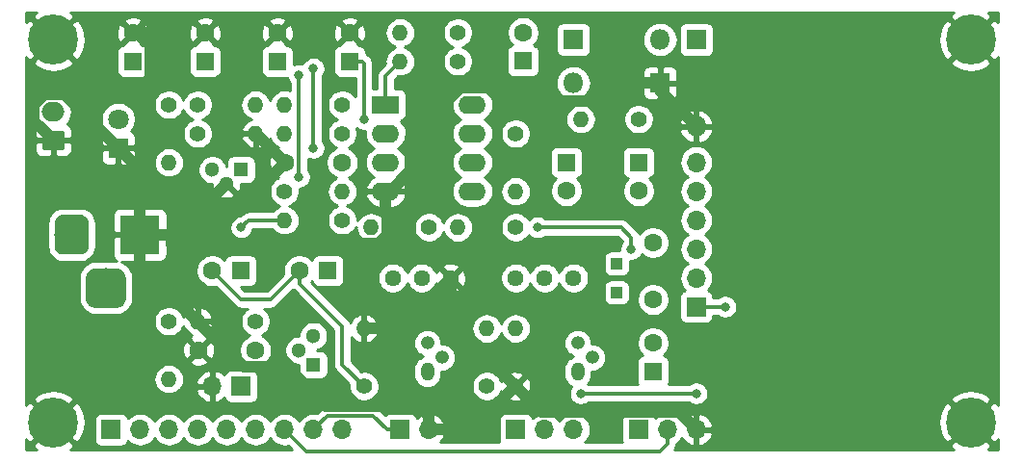
<source format=gbr>
G04 #@! TF.GenerationSoftware,KiCad,Pcbnew,(5.1.4)-1*
G04 #@! TF.CreationDate,2020-01-26T18:27:04+00:00*
G04 #@! TF.ProjectId,GFuzz,4746757a-7a2e-46b6-9963-61645f706362,rev?*
G04 #@! TF.SameCoordinates,Original*
G04 #@! TF.FileFunction,Copper,L1,Top*
G04 #@! TF.FilePolarity,Positive*
%FSLAX46Y46*%
G04 Gerber Fmt 4.6, Leading zero omitted, Abs format (unit mm)*
G04 Created by KiCad (PCBNEW (5.1.4)-1) date 2020-01-26 18:27:04*
%MOMM*%
%LPD*%
G04 APERTURE LIST*
%ADD10O,1.200000X1.200000*%
%ADD11O,1.200000X1.600000*%
%ADD12O,1.700000X1.700000*%
%ADD13R,1.700000X1.700000*%
%ADD14R,1.000000X1.000000*%
%ADD15O,2.000000X1.700000*%
%ADD16C,0.100000*%
%ADD17C,1.700000*%
%ADD18C,1.600000*%
%ADD19R,1.600000X1.600000*%
%ADD20C,4.400000*%
%ADD21C,1.440000*%
%ADD22O,1.800000X1.800000*%
%ADD23R,1.800000X1.800000*%
%ADD24O,1.400000X1.400000*%
%ADD25C,1.400000*%
%ADD26C,3.500000*%
%ADD27C,3.000000*%
%ADD28R,3.500000X3.500000*%
%ADD29R,1.300000X1.300000*%
%ADD30C,1.300000*%
%ADD31C,1.800000*%
%ADD32O,2.400000X1.600000*%
%ADD33R,2.400000X1.600000*%
%ADD34C,0.800000*%
%ADD35C,1.000000*%
%ADD36C,0.304800*%
%ADD37C,0.254000*%
G04 APERTURE END LIST*
D10*
X143256000Y-113665000D03*
X144526000Y-114935000D03*
D11*
X143256000Y-116205000D03*
D12*
X122555000Y-121285000D03*
X120015000Y-121285000D03*
X117475000Y-121285000D03*
X114935000Y-121285000D03*
X112395000Y-121285000D03*
X109855000Y-121285000D03*
X107315000Y-121285000D03*
X104775000Y-121285000D03*
D13*
X102235000Y-121285000D03*
D14*
X146685000Y-106680000D03*
X146685000Y-109220000D03*
D15*
X97155000Y-93345000D03*
D16*
G36*
X97929504Y-94996204D02*
G01*
X97953773Y-94999804D01*
X97977571Y-95005765D01*
X98000671Y-95014030D01*
X98022849Y-95024520D01*
X98043893Y-95037133D01*
X98063598Y-95051747D01*
X98081777Y-95068223D01*
X98098253Y-95086402D01*
X98112867Y-95106107D01*
X98125480Y-95127151D01*
X98135970Y-95149329D01*
X98144235Y-95172429D01*
X98150196Y-95196227D01*
X98153796Y-95220496D01*
X98155000Y-95245000D01*
X98155000Y-96445000D01*
X98153796Y-96469504D01*
X98150196Y-96493773D01*
X98144235Y-96517571D01*
X98135970Y-96540671D01*
X98125480Y-96562849D01*
X98112867Y-96583893D01*
X98098253Y-96603598D01*
X98081777Y-96621777D01*
X98063598Y-96638253D01*
X98043893Y-96652867D01*
X98022849Y-96665480D01*
X98000671Y-96675970D01*
X97977571Y-96684235D01*
X97953773Y-96690196D01*
X97929504Y-96693796D01*
X97905000Y-96695000D01*
X96405000Y-96695000D01*
X96380496Y-96693796D01*
X96356227Y-96690196D01*
X96332429Y-96684235D01*
X96309329Y-96675970D01*
X96287151Y-96665480D01*
X96266107Y-96652867D01*
X96246402Y-96638253D01*
X96228223Y-96621777D01*
X96211747Y-96603598D01*
X96197133Y-96583893D01*
X96184520Y-96562849D01*
X96174030Y-96540671D01*
X96165765Y-96517571D01*
X96159804Y-96493773D01*
X96156204Y-96469504D01*
X96155000Y-96445000D01*
X96155000Y-95245000D01*
X96156204Y-95220496D01*
X96159804Y-95196227D01*
X96165765Y-95172429D01*
X96174030Y-95149329D01*
X96184520Y-95127151D01*
X96197133Y-95106107D01*
X96211747Y-95086402D01*
X96228223Y-95068223D01*
X96246402Y-95051747D01*
X96266107Y-95037133D01*
X96287151Y-95024520D01*
X96309329Y-95014030D01*
X96332429Y-95005765D01*
X96356227Y-94999804D01*
X96380496Y-94996204D01*
X96405000Y-94995000D01*
X97905000Y-94995000D01*
X97929504Y-94996204D01*
X97929504Y-94996204D01*
G37*
D17*
X97155000Y-95845000D03*
D18*
X104140000Y-86400000D03*
D19*
X104140000Y-88900000D03*
D20*
X177800000Y-86995000D03*
X97155000Y-86995000D03*
X177800000Y-120650000D03*
X97155000Y-120650000D03*
D18*
X110490000Y-86400000D03*
D19*
X110490000Y-88900000D03*
D21*
X137795000Y-107950000D03*
X140335000Y-107950000D03*
X142875000Y-107950000D03*
X127000000Y-107950000D03*
X129540000Y-107950000D03*
X132080000Y-107950000D03*
D22*
X150495000Y-86995000D03*
D23*
X142875000Y-86995000D03*
D22*
X153670000Y-94615000D03*
D23*
X153670000Y-86995000D03*
D22*
X142875000Y-90805000D03*
D23*
X150495000Y-90805000D03*
D24*
X137795000Y-100330000D03*
D25*
X137795000Y-95250000D03*
D24*
X143510000Y-93980000D03*
D25*
X148590000Y-93980000D03*
D24*
X137795000Y-112395000D03*
D25*
X137795000Y-117475000D03*
D24*
X107315000Y-97790000D03*
D25*
X107315000Y-92710000D03*
D24*
X135255000Y-112395000D03*
D25*
X135255000Y-117475000D03*
D24*
X124460000Y-112395000D03*
D25*
X124460000Y-117475000D03*
D24*
X109855000Y-111760000D03*
D25*
X114935000Y-111760000D03*
D24*
X107315000Y-116840000D03*
D25*
X107315000Y-111760000D03*
D24*
X132715000Y-103505000D03*
D25*
X137795000Y-103505000D03*
D24*
X125095000Y-103505000D03*
D25*
X130175000Y-103505000D03*
D24*
X127635000Y-86360000D03*
D25*
X132715000Y-86360000D03*
D24*
X127635000Y-88900000D03*
D25*
X132715000Y-88900000D03*
D24*
X117475000Y-92710000D03*
D25*
X122555000Y-92710000D03*
D24*
X117475000Y-95250000D03*
D25*
X122555000Y-95250000D03*
D24*
X122555000Y-100330000D03*
D25*
X117475000Y-100330000D03*
D24*
X117475000Y-102870000D03*
D25*
X122555000Y-102870000D03*
D24*
X114935000Y-95250000D03*
D25*
X109855000Y-95250000D03*
D24*
X114935000Y-92710000D03*
D25*
X109855000Y-92710000D03*
D16*
G36*
X102735765Y-107094213D02*
G01*
X102820704Y-107106813D01*
X102903999Y-107127677D01*
X102984848Y-107156605D01*
X103062472Y-107193319D01*
X103136124Y-107237464D01*
X103205094Y-107288616D01*
X103268718Y-107346282D01*
X103326384Y-107409906D01*
X103377536Y-107478876D01*
X103421681Y-107552528D01*
X103458395Y-107630152D01*
X103487323Y-107711001D01*
X103508187Y-107794296D01*
X103520787Y-107879235D01*
X103525000Y-107965000D01*
X103525000Y-109715000D01*
X103520787Y-109800765D01*
X103508187Y-109885704D01*
X103487323Y-109968999D01*
X103458395Y-110049848D01*
X103421681Y-110127472D01*
X103377536Y-110201124D01*
X103326384Y-110270094D01*
X103268718Y-110333718D01*
X103205094Y-110391384D01*
X103136124Y-110442536D01*
X103062472Y-110486681D01*
X102984848Y-110523395D01*
X102903999Y-110552323D01*
X102820704Y-110573187D01*
X102735765Y-110585787D01*
X102650000Y-110590000D01*
X100900000Y-110590000D01*
X100814235Y-110585787D01*
X100729296Y-110573187D01*
X100646001Y-110552323D01*
X100565152Y-110523395D01*
X100487528Y-110486681D01*
X100413876Y-110442536D01*
X100344906Y-110391384D01*
X100281282Y-110333718D01*
X100223616Y-110270094D01*
X100172464Y-110201124D01*
X100128319Y-110127472D01*
X100091605Y-110049848D01*
X100062677Y-109968999D01*
X100041813Y-109885704D01*
X100029213Y-109800765D01*
X100025000Y-109715000D01*
X100025000Y-107965000D01*
X100029213Y-107879235D01*
X100041813Y-107794296D01*
X100062677Y-107711001D01*
X100091605Y-107630152D01*
X100128319Y-107552528D01*
X100172464Y-107478876D01*
X100223616Y-107409906D01*
X100281282Y-107346282D01*
X100344906Y-107288616D01*
X100413876Y-107237464D01*
X100487528Y-107193319D01*
X100565152Y-107156605D01*
X100646001Y-107127677D01*
X100729296Y-107106813D01*
X100814235Y-107094213D01*
X100900000Y-107090000D01*
X102650000Y-107090000D01*
X102735765Y-107094213D01*
X102735765Y-107094213D01*
G37*
D26*
X101775000Y-108840000D03*
D16*
G36*
X99598513Y-102393611D02*
G01*
X99671318Y-102404411D01*
X99742714Y-102422295D01*
X99812013Y-102447090D01*
X99878548Y-102478559D01*
X99941678Y-102516398D01*
X100000795Y-102560242D01*
X100055330Y-102609670D01*
X100104758Y-102664205D01*
X100148602Y-102723322D01*
X100186441Y-102786452D01*
X100217910Y-102852987D01*
X100242705Y-102922286D01*
X100260589Y-102993682D01*
X100271389Y-103066487D01*
X100275000Y-103140000D01*
X100275000Y-105140000D01*
X100271389Y-105213513D01*
X100260589Y-105286318D01*
X100242705Y-105357714D01*
X100217910Y-105427013D01*
X100186441Y-105493548D01*
X100148602Y-105556678D01*
X100104758Y-105615795D01*
X100055330Y-105670330D01*
X100000795Y-105719758D01*
X99941678Y-105763602D01*
X99878548Y-105801441D01*
X99812013Y-105832910D01*
X99742714Y-105857705D01*
X99671318Y-105875589D01*
X99598513Y-105886389D01*
X99525000Y-105890000D01*
X98025000Y-105890000D01*
X97951487Y-105886389D01*
X97878682Y-105875589D01*
X97807286Y-105857705D01*
X97737987Y-105832910D01*
X97671452Y-105801441D01*
X97608322Y-105763602D01*
X97549205Y-105719758D01*
X97494670Y-105670330D01*
X97445242Y-105615795D01*
X97401398Y-105556678D01*
X97363559Y-105493548D01*
X97332090Y-105427013D01*
X97307295Y-105357714D01*
X97289411Y-105286318D01*
X97278611Y-105213513D01*
X97275000Y-105140000D01*
X97275000Y-103140000D01*
X97278611Y-103066487D01*
X97289411Y-102993682D01*
X97307295Y-102922286D01*
X97332090Y-102852987D01*
X97363559Y-102786452D01*
X97401398Y-102723322D01*
X97445242Y-102664205D01*
X97494670Y-102609670D01*
X97549205Y-102560242D01*
X97608322Y-102516398D01*
X97671452Y-102478559D01*
X97737987Y-102447090D01*
X97807286Y-102422295D01*
X97878682Y-102404411D01*
X97951487Y-102393611D01*
X98025000Y-102390000D01*
X99525000Y-102390000D01*
X99598513Y-102393611D01*
X99598513Y-102393611D01*
G37*
D27*
X98775000Y-104140000D03*
D28*
X104775000Y-104140000D03*
D29*
X113665000Y-98425000D03*
D30*
X111125000Y-98425000D03*
X112385000Y-99695000D03*
D29*
X120015000Y-115580000D03*
D30*
X120015000Y-113040000D03*
X118745000Y-114300000D03*
D31*
X102870000Y-93980000D03*
D23*
X102870000Y-96520000D03*
D12*
X153670000Y-97790000D03*
X153670000Y-100330000D03*
X153670000Y-102870000D03*
X153670000Y-105410000D03*
X153670000Y-107950000D03*
D13*
X153670000Y-110490000D03*
D32*
X133985000Y-92710000D03*
X126365000Y-100330000D03*
X133985000Y-95250000D03*
X126365000Y-97790000D03*
X133985000Y-97790000D03*
X126365000Y-95250000D03*
X133985000Y-100330000D03*
D33*
X126365000Y-92710000D03*
D12*
X153670000Y-121285000D03*
X151130000Y-121285000D03*
D13*
X148590000Y-121285000D03*
D12*
X142875000Y-121285000D03*
X140335000Y-121285000D03*
D13*
X137795000Y-121285000D03*
D10*
X130048000Y-113665000D03*
X131318000Y-114935000D03*
D11*
X130048000Y-116205000D03*
D12*
X130175000Y-121285000D03*
D13*
X127635000Y-121285000D03*
D12*
X111125000Y-117475000D03*
D13*
X113665000Y-117475000D03*
D18*
X149860000Y-104855000D03*
X149860000Y-109855000D03*
X123190000Y-86400000D03*
D19*
X123190000Y-88900000D03*
D18*
X148590000Y-100290000D03*
D19*
X148590000Y-97790000D03*
D18*
X142240000Y-100290000D03*
D19*
X142240000Y-97790000D03*
D18*
X149860000Y-113665000D03*
D19*
X149860000Y-116165000D03*
D18*
X138430000Y-86360000D03*
D19*
X138430000Y-88860000D03*
D18*
X116840000Y-86400000D03*
D19*
X116840000Y-88900000D03*
D18*
X118785000Y-107315000D03*
D19*
X121285000Y-107315000D03*
D18*
X111125000Y-107315000D03*
D19*
X113625000Y-107315000D03*
D18*
X117555000Y-97790000D03*
X122555000Y-97790000D03*
X109935000Y-114300000D03*
X114935000Y-114300000D03*
D34*
X113665000Y-103505000D03*
X120015000Y-89535000D03*
X120015000Y-96520000D03*
X156210000Y-110490000D03*
X124460000Y-93980000D03*
X143510000Y-118110000D03*
X153670000Y-118110000D03*
X139700000Y-103505000D03*
X147955000Y-105410000D03*
X118745000Y-90109999D03*
X118745000Y-99060000D03*
D35*
X127635000Y-112395000D02*
X132080000Y-107950000D01*
X124460000Y-112395000D02*
X127635000Y-112395000D01*
X132080000Y-111760000D02*
X137795000Y-117475000D01*
X132080000Y-107950000D02*
X132080000Y-111760000D01*
X133985000Y-121285000D02*
X137795000Y-117475000D01*
X130175000Y-121285000D02*
X133985000Y-121285000D01*
X152820001Y-120435001D02*
X153670000Y-121285000D01*
X152119999Y-119734999D02*
X152820001Y-120435001D01*
X140054999Y-119734999D02*
X152119999Y-119734999D01*
X137795000Y-117475000D02*
X140054999Y-119734999D01*
X130175000Y-120082919D02*
X130175000Y-121285000D01*
X129322270Y-119230189D02*
X130175000Y-120082919D01*
X121105187Y-119230189D02*
X129322270Y-119230189D01*
X117674999Y-115800001D02*
X121105187Y-119230189D01*
X113895001Y-115800001D02*
X117674999Y-115800001D01*
X109855000Y-111760000D02*
X113895001Y-115800001D01*
X104775000Y-98425000D02*
X102870000Y-96520000D01*
X104775000Y-104140000D02*
X104775000Y-98425000D01*
X96249447Y-94939447D02*
X97155000Y-95845000D01*
X95454990Y-94144990D02*
X96249447Y-94939447D01*
X95454990Y-92702965D02*
X95454990Y-94144990D01*
X96362965Y-91794990D02*
X95454990Y-92702965D01*
X98144990Y-91794990D02*
X96362965Y-91794990D01*
X102870000Y-96520000D02*
X98144990Y-91794990D01*
X105271370Y-86400000D02*
X104140000Y-86400000D01*
X105640001Y-86768631D02*
X105271370Y-86400000D01*
X105640001Y-100524999D02*
X105640001Y-86768631D01*
X104775000Y-101390000D02*
X105640001Y-100524999D01*
X104775000Y-104140000D02*
X104775000Y-101390000D01*
X115015000Y-95250000D02*
X117555000Y-97790000D01*
X114935000Y-95250000D02*
X115015000Y-95250000D01*
X107940000Y-104140000D02*
X112385000Y-99695000D01*
X104775000Y-104140000D02*
X107940000Y-104140000D01*
X111205000Y-104140000D02*
X117555000Y-97790000D01*
X104775000Y-104140000D02*
X111205000Y-104140000D01*
X104775000Y-106680000D02*
X109855000Y-111760000D01*
X104775000Y-104140000D02*
X104775000Y-106680000D01*
X126365000Y-102130000D02*
X126365000Y-100330000D01*
X125767001Y-104905001D02*
X126495001Y-104177001D01*
X108290001Y-104905001D02*
X125767001Y-104905001D01*
X126495001Y-102260001D02*
X126365000Y-102130000D01*
X126495001Y-104177001D02*
X126495001Y-102260001D01*
X107525000Y-104140000D02*
X108290001Y-104905001D01*
X104775000Y-104140000D02*
X107525000Y-104140000D01*
X148595000Y-90805000D02*
X150495000Y-90805000D01*
X146994999Y-92405001D02*
X148595000Y-90805000D01*
X141297019Y-92405001D02*
X146994999Y-92405001D01*
X140102008Y-91209990D02*
X141297019Y-92405001D01*
X132963676Y-91209990D02*
X140102008Y-91209990D01*
X128565000Y-98530000D02*
X128565000Y-95608666D01*
X128565000Y-95608666D02*
X132963676Y-91209990D01*
X126765000Y-100330000D02*
X128565000Y-98530000D01*
X126365000Y-100330000D02*
X126765000Y-100330000D01*
X150495000Y-91440000D02*
X153670000Y-94615000D01*
X150495000Y-90805000D02*
X150495000Y-91440000D01*
D36*
X117985001Y-108114999D02*
X118785000Y-107315000D01*
X116245000Y-109855000D02*
X117985001Y-108114999D01*
X113665000Y-109855000D02*
X116245000Y-109855000D01*
X111125000Y-107315000D02*
X113665000Y-109855000D01*
X118785000Y-108446370D02*
X122555000Y-112216370D01*
X118785000Y-107315000D02*
X118785000Y-108446370D01*
X122555000Y-115570000D02*
X124460000Y-117475000D01*
X122555000Y-112216370D02*
X122555000Y-115570000D01*
X114300000Y-102870000D02*
X117475000Y-102870000D01*
X113665000Y-103505000D02*
X114300000Y-102870000D01*
X120015000Y-89535000D02*
X120015000Y-96520000D01*
X156210000Y-110490000D02*
X153670000Y-110490000D01*
X124294800Y-88900000D02*
X124460000Y-89065200D01*
X123190000Y-88900000D02*
X124294800Y-88900000D01*
X124460000Y-89065200D02*
X124460000Y-93980000D01*
X126480200Y-121285000D02*
X127635000Y-121285000D01*
X125277799Y-120082599D02*
X126480200Y-121285000D01*
X121217401Y-120082599D02*
X125277799Y-120082599D01*
X120015000Y-121285000D02*
X121217401Y-120082599D01*
X143510000Y-118110000D02*
X153670000Y-118110000D01*
X126365000Y-90170000D02*
X127635000Y-88900000D01*
X126365000Y-92710000D02*
X126365000Y-90170000D01*
X139700000Y-103505000D02*
X146050000Y-103505000D01*
X147955000Y-104379446D02*
X147955000Y-105410000D01*
X146050000Y-103505000D02*
X147080554Y-103505000D01*
X147080554Y-103505000D02*
X147955000Y-104379446D01*
X118745000Y-90109999D02*
X118745000Y-99060000D01*
X119380000Y-123190000D02*
X117475000Y-121285000D01*
X150495000Y-123190000D02*
X119380000Y-123190000D01*
X151130000Y-121285000D02*
X151130000Y-122555000D01*
X151130000Y-122555000D02*
X150495000Y-123190000D01*
D37*
G36*
X95584976Y-84617982D02*
G01*
X95344830Y-85005225D01*
X97155000Y-86815395D01*
X98965170Y-85005225D01*
X98725024Y-84617982D01*
X98656835Y-84582000D01*
X176297293Y-84582000D01*
X176229976Y-84617982D01*
X175989830Y-85005225D01*
X177800000Y-86815395D01*
X179610170Y-85005225D01*
X179370024Y-84617982D01*
X179301835Y-84582000D01*
X180213000Y-84582000D01*
X180213000Y-85492293D01*
X180177018Y-85424976D01*
X179789775Y-85184830D01*
X177979605Y-86995000D01*
X179789775Y-88805170D01*
X180177018Y-88565024D01*
X180213000Y-88496835D01*
X180213000Y-119147293D01*
X180177018Y-119079976D01*
X179789775Y-118839830D01*
X177979605Y-120650000D01*
X179789775Y-122460170D01*
X180177018Y-122220024D01*
X180213000Y-122151835D01*
X180213000Y-123063000D01*
X179302707Y-123063000D01*
X179370024Y-123027018D01*
X179610170Y-122639775D01*
X177800000Y-120829605D01*
X175989830Y-122639775D01*
X176229976Y-123027018D01*
X176298165Y-123063000D01*
X151731709Y-123063000D01*
X151787866Y-122994572D01*
X151860982Y-122857783D01*
X151906006Y-122709357D01*
X151912859Y-122639775D01*
X151917400Y-122593673D01*
X151917400Y-122593665D01*
X151921208Y-122555000D01*
X151920358Y-122546368D01*
X151959014Y-122525706D01*
X152185134Y-122340134D01*
X152370706Y-122114014D01*
X152405201Y-122049477D01*
X152474822Y-122166355D01*
X152669731Y-122382588D01*
X152903080Y-122556641D01*
X153165901Y-122681825D01*
X153313110Y-122726476D01*
X153543000Y-122605155D01*
X153543000Y-121412000D01*
X153797000Y-121412000D01*
X153797000Y-122605155D01*
X154026890Y-122726476D01*
X154174099Y-122681825D01*
X154436920Y-122556641D01*
X154670269Y-122382588D01*
X154865178Y-122166355D01*
X155014157Y-121916252D01*
X155111481Y-121641891D01*
X154990814Y-121412000D01*
X153797000Y-121412000D01*
X153543000Y-121412000D01*
X153523000Y-121412000D01*
X153523000Y-121158000D01*
X153543000Y-121158000D01*
X153543000Y-119964845D01*
X153797000Y-119964845D01*
X153797000Y-121158000D01*
X154990814Y-121158000D01*
X155111481Y-120928109D01*
X155018211Y-120665174D01*
X174951322Y-120665174D01*
X175009019Y-121220632D01*
X175173972Y-121754161D01*
X175422982Y-122220024D01*
X175810225Y-122460170D01*
X177620395Y-120650000D01*
X175810225Y-118839830D01*
X175422982Y-119079976D01*
X175162359Y-119573877D01*
X175003099Y-120109133D01*
X174951322Y-120665174D01*
X155018211Y-120665174D01*
X155014157Y-120653748D01*
X154865178Y-120403645D01*
X154670269Y-120187412D01*
X154436920Y-120013359D01*
X154174099Y-119888175D01*
X154026890Y-119843524D01*
X153797000Y-119964845D01*
X153543000Y-119964845D01*
X153313110Y-119843524D01*
X153165901Y-119888175D01*
X152903080Y-120013359D01*
X152669731Y-120187412D01*
X152474822Y-120403645D01*
X152405201Y-120520523D01*
X152370706Y-120455986D01*
X152185134Y-120229866D01*
X151959014Y-120044294D01*
X151701034Y-119906401D01*
X151421111Y-119821487D01*
X151202950Y-119800000D01*
X151057050Y-119800000D01*
X150838889Y-119821487D01*
X150558966Y-119906401D01*
X150300986Y-120044294D01*
X150074866Y-120229866D01*
X150050393Y-120259687D01*
X150029502Y-120190820D01*
X149970537Y-120080506D01*
X149891185Y-119983815D01*
X149794494Y-119904463D01*
X149684180Y-119845498D01*
X149564482Y-119809188D01*
X149440000Y-119796928D01*
X147740000Y-119796928D01*
X147615518Y-119809188D01*
X147495820Y-119845498D01*
X147385506Y-119904463D01*
X147288815Y-119983815D01*
X147209463Y-120080506D01*
X147150498Y-120190820D01*
X147114188Y-120310518D01*
X147101928Y-120435000D01*
X147101928Y-122135000D01*
X147114188Y-122259482D01*
X147150498Y-122379180D01*
X147163016Y-122402600D01*
X143854019Y-122402600D01*
X143930134Y-122340134D01*
X144115706Y-122114014D01*
X144253599Y-121856034D01*
X144338513Y-121576111D01*
X144367185Y-121285000D01*
X144338513Y-120993889D01*
X144253599Y-120713966D01*
X144115706Y-120455986D01*
X143930134Y-120229866D01*
X143704014Y-120044294D01*
X143446034Y-119906401D01*
X143166111Y-119821487D01*
X142947950Y-119800000D01*
X142802050Y-119800000D01*
X142583889Y-119821487D01*
X142303966Y-119906401D01*
X142045986Y-120044294D01*
X141819866Y-120229866D01*
X141634294Y-120455986D01*
X141605000Y-120510791D01*
X141575706Y-120455986D01*
X141390134Y-120229866D01*
X141164014Y-120044294D01*
X140906034Y-119906401D01*
X140626111Y-119821487D01*
X140407950Y-119800000D01*
X140262050Y-119800000D01*
X140043889Y-119821487D01*
X139763966Y-119906401D01*
X139505986Y-120044294D01*
X139279866Y-120229866D01*
X139255393Y-120259687D01*
X139234502Y-120190820D01*
X139175537Y-120080506D01*
X139096185Y-119983815D01*
X138999494Y-119904463D01*
X138889180Y-119845498D01*
X138769482Y-119809188D01*
X138645000Y-119796928D01*
X136945000Y-119796928D01*
X136820518Y-119809188D01*
X136700820Y-119845498D01*
X136590506Y-119904463D01*
X136493815Y-119983815D01*
X136414463Y-120080506D01*
X136355498Y-120190820D01*
X136319188Y-120310518D01*
X136306928Y-120435000D01*
X136306928Y-122135000D01*
X136319188Y-122259482D01*
X136355498Y-122379180D01*
X136368016Y-122402600D01*
X131148439Y-122402600D01*
X131175269Y-122382588D01*
X131370178Y-122166355D01*
X131519157Y-121916252D01*
X131616481Y-121641891D01*
X131495814Y-121412000D01*
X130302000Y-121412000D01*
X130302000Y-121432000D01*
X130048000Y-121432000D01*
X130048000Y-121412000D01*
X130028000Y-121412000D01*
X130028000Y-121158000D01*
X130048000Y-121158000D01*
X130048000Y-119964845D01*
X130302000Y-119964845D01*
X130302000Y-121158000D01*
X131495814Y-121158000D01*
X131616481Y-120928109D01*
X131519157Y-120653748D01*
X131370178Y-120403645D01*
X131175269Y-120187412D01*
X130941920Y-120013359D01*
X130679099Y-119888175D01*
X130531890Y-119843524D01*
X130302000Y-119964845D01*
X130048000Y-119964845D01*
X129818110Y-119843524D01*
X129670901Y-119888175D01*
X129408080Y-120013359D01*
X129174731Y-120187412D01*
X129098966Y-120271466D01*
X129074502Y-120190820D01*
X129015537Y-120080506D01*
X128936185Y-119983815D01*
X128839494Y-119904463D01*
X128729180Y-119845498D01*
X128609482Y-119809188D01*
X128485000Y-119796928D01*
X126785000Y-119796928D01*
X126660518Y-119809188D01*
X126540820Y-119845498D01*
X126430506Y-119904463D01*
X126333815Y-119983815D01*
X126315222Y-120006471D01*
X125861927Y-119553177D01*
X125837268Y-119523130D01*
X125717371Y-119424733D01*
X125580582Y-119351617D01*
X125432156Y-119306593D01*
X125316472Y-119295199D01*
X125316462Y-119295199D01*
X125277799Y-119291391D01*
X125239136Y-119295199D01*
X121256064Y-119295199D01*
X121217401Y-119291391D01*
X121178738Y-119295199D01*
X121178728Y-119295199D01*
X121063044Y-119306593D01*
X120914618Y-119351617D01*
X120777828Y-119424733D01*
X120716866Y-119474764D01*
X120657932Y-119523130D01*
X120633278Y-119553171D01*
X120351265Y-119835184D01*
X120306111Y-119821487D01*
X120087950Y-119800000D01*
X119942050Y-119800000D01*
X119723889Y-119821487D01*
X119443966Y-119906401D01*
X119185986Y-120044294D01*
X118959866Y-120229866D01*
X118774294Y-120455986D01*
X118745000Y-120510791D01*
X118715706Y-120455986D01*
X118530134Y-120229866D01*
X118304014Y-120044294D01*
X118046034Y-119906401D01*
X117766111Y-119821487D01*
X117547950Y-119800000D01*
X117402050Y-119800000D01*
X117183889Y-119821487D01*
X116903966Y-119906401D01*
X116645986Y-120044294D01*
X116419866Y-120229866D01*
X116234294Y-120455986D01*
X116205000Y-120510791D01*
X116175706Y-120455986D01*
X115990134Y-120229866D01*
X115764014Y-120044294D01*
X115506034Y-119906401D01*
X115226111Y-119821487D01*
X115007950Y-119800000D01*
X114862050Y-119800000D01*
X114643889Y-119821487D01*
X114363966Y-119906401D01*
X114105986Y-120044294D01*
X113879866Y-120229866D01*
X113694294Y-120455986D01*
X113665000Y-120510791D01*
X113635706Y-120455986D01*
X113450134Y-120229866D01*
X113224014Y-120044294D01*
X112966034Y-119906401D01*
X112686111Y-119821487D01*
X112467950Y-119800000D01*
X112322050Y-119800000D01*
X112103889Y-119821487D01*
X111823966Y-119906401D01*
X111565986Y-120044294D01*
X111339866Y-120229866D01*
X111154294Y-120455986D01*
X111125000Y-120510791D01*
X111095706Y-120455986D01*
X110910134Y-120229866D01*
X110684014Y-120044294D01*
X110426034Y-119906401D01*
X110146111Y-119821487D01*
X109927950Y-119800000D01*
X109782050Y-119800000D01*
X109563889Y-119821487D01*
X109283966Y-119906401D01*
X109025986Y-120044294D01*
X108799866Y-120229866D01*
X108614294Y-120455986D01*
X108585000Y-120510791D01*
X108555706Y-120455986D01*
X108370134Y-120229866D01*
X108144014Y-120044294D01*
X107886034Y-119906401D01*
X107606111Y-119821487D01*
X107387950Y-119800000D01*
X107242050Y-119800000D01*
X107023889Y-119821487D01*
X106743966Y-119906401D01*
X106485986Y-120044294D01*
X106259866Y-120229866D01*
X106074294Y-120455986D01*
X106045000Y-120510791D01*
X106015706Y-120455986D01*
X105830134Y-120229866D01*
X105604014Y-120044294D01*
X105346034Y-119906401D01*
X105066111Y-119821487D01*
X104847950Y-119800000D01*
X104702050Y-119800000D01*
X104483889Y-119821487D01*
X104203966Y-119906401D01*
X103945986Y-120044294D01*
X103719866Y-120229866D01*
X103695393Y-120259687D01*
X103674502Y-120190820D01*
X103615537Y-120080506D01*
X103536185Y-119983815D01*
X103439494Y-119904463D01*
X103329180Y-119845498D01*
X103209482Y-119809188D01*
X103085000Y-119796928D01*
X101385000Y-119796928D01*
X101260518Y-119809188D01*
X101140820Y-119845498D01*
X101030506Y-119904463D01*
X100933815Y-119983815D01*
X100854463Y-120080506D01*
X100795498Y-120190820D01*
X100759188Y-120310518D01*
X100746928Y-120435000D01*
X100746928Y-122135000D01*
X100759188Y-122259482D01*
X100795498Y-122379180D01*
X100854463Y-122489494D01*
X100933815Y-122586185D01*
X101030506Y-122665537D01*
X101140820Y-122724502D01*
X101260518Y-122760812D01*
X101385000Y-122773072D01*
X103085000Y-122773072D01*
X103209482Y-122760812D01*
X103329180Y-122724502D01*
X103439494Y-122665537D01*
X103536185Y-122586185D01*
X103615537Y-122489494D01*
X103674502Y-122379180D01*
X103695393Y-122310313D01*
X103719866Y-122340134D01*
X103945986Y-122525706D01*
X104203966Y-122663599D01*
X104483889Y-122748513D01*
X104702050Y-122770000D01*
X104847950Y-122770000D01*
X105066111Y-122748513D01*
X105346034Y-122663599D01*
X105604014Y-122525706D01*
X105830134Y-122340134D01*
X106015706Y-122114014D01*
X106045000Y-122059209D01*
X106074294Y-122114014D01*
X106259866Y-122340134D01*
X106485986Y-122525706D01*
X106743966Y-122663599D01*
X107023889Y-122748513D01*
X107242050Y-122770000D01*
X107387950Y-122770000D01*
X107606111Y-122748513D01*
X107886034Y-122663599D01*
X108144014Y-122525706D01*
X108370134Y-122340134D01*
X108555706Y-122114014D01*
X108585000Y-122059209D01*
X108614294Y-122114014D01*
X108799866Y-122340134D01*
X109025986Y-122525706D01*
X109283966Y-122663599D01*
X109563889Y-122748513D01*
X109782050Y-122770000D01*
X109927950Y-122770000D01*
X110146111Y-122748513D01*
X110426034Y-122663599D01*
X110684014Y-122525706D01*
X110910134Y-122340134D01*
X111095706Y-122114014D01*
X111125000Y-122059209D01*
X111154294Y-122114014D01*
X111339866Y-122340134D01*
X111565986Y-122525706D01*
X111823966Y-122663599D01*
X112103889Y-122748513D01*
X112322050Y-122770000D01*
X112467950Y-122770000D01*
X112686111Y-122748513D01*
X112966034Y-122663599D01*
X113224014Y-122525706D01*
X113450134Y-122340134D01*
X113635706Y-122114014D01*
X113665000Y-122059209D01*
X113694294Y-122114014D01*
X113879866Y-122340134D01*
X114105986Y-122525706D01*
X114363966Y-122663599D01*
X114643889Y-122748513D01*
X114862050Y-122770000D01*
X115007950Y-122770000D01*
X115226111Y-122748513D01*
X115506034Y-122663599D01*
X115764014Y-122525706D01*
X115990134Y-122340134D01*
X116175706Y-122114014D01*
X116205000Y-122059209D01*
X116234294Y-122114014D01*
X116419866Y-122340134D01*
X116645986Y-122525706D01*
X116903966Y-122663599D01*
X117183889Y-122748513D01*
X117402050Y-122770000D01*
X117547950Y-122770000D01*
X117766111Y-122748513D01*
X117811265Y-122734816D01*
X118139449Y-123063000D01*
X98657707Y-123063000D01*
X98725024Y-123027018D01*
X98965170Y-122639775D01*
X97155000Y-120829605D01*
X95344830Y-122639775D01*
X95584976Y-123027018D01*
X95653165Y-123063000D01*
X94742000Y-123063000D01*
X94742000Y-122152707D01*
X94777982Y-122220024D01*
X95165225Y-122460170D01*
X96975395Y-120650000D01*
X97334605Y-120650000D01*
X99144775Y-122460170D01*
X99532018Y-122220024D01*
X99792641Y-121726123D01*
X99951901Y-121190867D01*
X100003678Y-120634826D01*
X99945981Y-120079368D01*
X99781028Y-119545839D01*
X99532018Y-119079976D01*
X99144775Y-118839830D01*
X97334605Y-120650000D01*
X96975395Y-120650000D01*
X95165225Y-118839830D01*
X94777982Y-119079976D01*
X94742000Y-119148165D01*
X94742000Y-118660225D01*
X95344830Y-118660225D01*
X97155000Y-120470395D01*
X98965170Y-118660225D01*
X98725024Y-118272982D01*
X98231123Y-118012359D01*
X97695867Y-117853099D01*
X97139826Y-117801322D01*
X96584368Y-117859019D01*
X96050839Y-118023972D01*
X95584976Y-118272982D01*
X95344830Y-118660225D01*
X94742000Y-118660225D01*
X94742000Y-116840000D01*
X105973541Y-116840000D01*
X105999317Y-117101706D01*
X106075653Y-117353354D01*
X106199618Y-117585275D01*
X106366445Y-117788555D01*
X106569725Y-117955382D01*
X106801646Y-118079347D01*
X107053294Y-118155683D01*
X107249421Y-118175000D01*
X107380579Y-118175000D01*
X107576706Y-118155683D01*
X107828354Y-118079347D01*
X108060275Y-117955382D01*
X108210749Y-117831891D01*
X109683519Y-117831891D01*
X109780843Y-118106252D01*
X109929822Y-118356355D01*
X110124731Y-118572588D01*
X110358080Y-118746641D01*
X110620901Y-118871825D01*
X110768110Y-118916476D01*
X110998000Y-118795155D01*
X110998000Y-117602000D01*
X109804186Y-117602000D01*
X109683519Y-117831891D01*
X108210749Y-117831891D01*
X108263555Y-117788555D01*
X108430382Y-117585275D01*
X108554347Y-117353354D01*
X108625707Y-117118109D01*
X109683519Y-117118109D01*
X109804186Y-117348000D01*
X110998000Y-117348000D01*
X110998000Y-116154845D01*
X111252000Y-116154845D01*
X111252000Y-117348000D01*
X111272000Y-117348000D01*
X111272000Y-117602000D01*
X111252000Y-117602000D01*
X111252000Y-118795155D01*
X111481890Y-118916476D01*
X111629099Y-118871825D01*
X111891920Y-118746641D01*
X112125269Y-118572588D01*
X112201034Y-118488534D01*
X112225498Y-118569180D01*
X112284463Y-118679494D01*
X112363815Y-118776185D01*
X112460506Y-118855537D01*
X112570820Y-118914502D01*
X112690518Y-118950812D01*
X112815000Y-118963072D01*
X114515000Y-118963072D01*
X114639482Y-118950812D01*
X114759180Y-118914502D01*
X114869494Y-118855537D01*
X114966185Y-118776185D01*
X115045537Y-118679494D01*
X115104502Y-118569180D01*
X115140812Y-118449482D01*
X115153072Y-118325000D01*
X115153072Y-116625000D01*
X115140812Y-116500518D01*
X115104502Y-116380820D01*
X115045537Y-116270506D01*
X114966185Y-116173815D01*
X114869494Y-116094463D01*
X114759180Y-116035498D01*
X114639482Y-115999188D01*
X114515000Y-115986928D01*
X112815000Y-115986928D01*
X112690518Y-115999188D01*
X112570820Y-116035498D01*
X112460506Y-116094463D01*
X112363815Y-116173815D01*
X112284463Y-116270506D01*
X112225498Y-116380820D01*
X112201034Y-116461466D01*
X112125269Y-116377412D01*
X111891920Y-116203359D01*
X111629099Y-116078175D01*
X111481890Y-116033524D01*
X111252000Y-116154845D01*
X110998000Y-116154845D01*
X110768110Y-116033524D01*
X110620901Y-116078175D01*
X110358080Y-116203359D01*
X110124731Y-116377412D01*
X109929822Y-116593645D01*
X109780843Y-116843748D01*
X109683519Y-117118109D01*
X108625707Y-117118109D01*
X108630683Y-117101706D01*
X108656459Y-116840000D01*
X108630683Y-116578294D01*
X108554347Y-116326646D01*
X108430382Y-116094725D01*
X108263555Y-115891445D01*
X108060275Y-115724618D01*
X107828354Y-115600653D01*
X107576706Y-115524317D01*
X107380579Y-115505000D01*
X107249421Y-115505000D01*
X107053294Y-115524317D01*
X106801646Y-115600653D01*
X106569725Y-115724618D01*
X106366445Y-115891445D01*
X106199618Y-116094725D01*
X106075653Y-116326646D01*
X105999317Y-116578294D01*
X105973541Y-116840000D01*
X94742000Y-116840000D01*
X94742000Y-115292702D01*
X109121903Y-115292702D01*
X109193486Y-115536671D01*
X109448996Y-115657571D01*
X109723184Y-115726300D01*
X110005512Y-115740217D01*
X110285130Y-115698787D01*
X110551292Y-115603603D01*
X110676514Y-115536671D01*
X110748097Y-115292702D01*
X109935000Y-114479605D01*
X109121903Y-115292702D01*
X94742000Y-115292702D01*
X94742000Y-114370512D01*
X108494783Y-114370512D01*
X108536213Y-114650130D01*
X108631397Y-114916292D01*
X108698329Y-115041514D01*
X108942298Y-115113097D01*
X109755395Y-114300000D01*
X110114605Y-114300000D01*
X110927702Y-115113097D01*
X111171671Y-115041514D01*
X111292571Y-114786004D01*
X111361300Y-114511816D01*
X111375217Y-114229488D01*
X111333787Y-113949870D01*
X111238603Y-113683708D01*
X111171671Y-113558486D01*
X110927702Y-113486903D01*
X110114605Y-114300000D01*
X109755395Y-114300000D01*
X108942298Y-113486903D01*
X108698329Y-113558486D01*
X108577429Y-113813996D01*
X108508700Y-114088184D01*
X108494783Y-114370512D01*
X94742000Y-114370512D01*
X94742000Y-111628514D01*
X105980000Y-111628514D01*
X105980000Y-111891486D01*
X106031304Y-112149405D01*
X106131939Y-112392359D01*
X106278038Y-112611013D01*
X106463987Y-112796962D01*
X106682641Y-112943061D01*
X106925595Y-113043696D01*
X107183514Y-113095000D01*
X107446486Y-113095000D01*
X107704405Y-113043696D01*
X107947359Y-112943061D01*
X108166013Y-112796962D01*
X108351962Y-112611013D01*
X108498061Y-112392359D01*
X108587494Y-112176450D01*
X108594953Y-112201044D01*
X108705208Y-112438392D01*
X108859649Y-112649670D01*
X109052340Y-112826759D01*
X109275877Y-112962853D01*
X109343435Y-112987554D01*
X109318708Y-112996397D01*
X109193486Y-113063329D01*
X109121903Y-113307298D01*
X109935000Y-114120395D01*
X110748097Y-113307298D01*
X110676514Y-113063329D01*
X110447262Y-112954854D01*
X110657660Y-112826759D01*
X110850351Y-112649670D01*
X111004792Y-112438392D01*
X111115047Y-112201044D01*
X111147716Y-112093329D01*
X111024374Y-111887000D01*
X109982000Y-111887000D01*
X109982000Y-111907000D01*
X109728000Y-111907000D01*
X109728000Y-111887000D01*
X109708000Y-111887000D01*
X109708000Y-111633000D01*
X109728000Y-111633000D01*
X109728000Y-110589799D01*
X109982000Y-110589799D01*
X109982000Y-111633000D01*
X111024374Y-111633000D01*
X111147716Y-111426671D01*
X111115047Y-111318956D01*
X111004792Y-111081608D01*
X110850351Y-110870330D01*
X110657660Y-110693241D01*
X110434123Y-110557147D01*
X110188330Y-110467278D01*
X109982000Y-110589799D01*
X109728000Y-110589799D01*
X109521670Y-110467278D01*
X109275877Y-110557147D01*
X109052340Y-110693241D01*
X108859649Y-110870330D01*
X108705208Y-111081608D01*
X108594953Y-111318956D01*
X108587494Y-111343550D01*
X108498061Y-111127641D01*
X108351962Y-110908987D01*
X108166013Y-110723038D01*
X107947359Y-110576939D01*
X107704405Y-110476304D01*
X107446486Y-110425000D01*
X107183514Y-110425000D01*
X106925595Y-110476304D01*
X106682641Y-110576939D01*
X106463987Y-110723038D01*
X106278038Y-110908987D01*
X106131939Y-111127641D01*
X106031304Y-111370595D01*
X105980000Y-111628514D01*
X94742000Y-111628514D01*
X94742000Y-107965000D01*
X99386928Y-107965000D01*
X99386928Y-109715000D01*
X99416001Y-110010186D01*
X99502104Y-110294028D01*
X99641927Y-110555618D01*
X99830097Y-110784903D01*
X100059382Y-110973073D01*
X100320972Y-111112896D01*
X100604814Y-111198999D01*
X100900000Y-111228072D01*
X102650000Y-111228072D01*
X102945186Y-111198999D01*
X103229028Y-111112896D01*
X103490618Y-110973073D01*
X103719903Y-110784903D01*
X103908073Y-110555618D01*
X104047896Y-110294028D01*
X104133999Y-110010186D01*
X104163072Y-109715000D01*
X104163072Y-107965000D01*
X104133999Y-107669814D01*
X104047896Y-107385972D01*
X103934416Y-107173665D01*
X109690000Y-107173665D01*
X109690000Y-107456335D01*
X109745147Y-107733574D01*
X109853320Y-107994727D01*
X110010363Y-108229759D01*
X110210241Y-108429637D01*
X110445273Y-108586680D01*
X110706426Y-108694853D01*
X110983665Y-108750000D01*
X111266335Y-108750000D01*
X111416566Y-108720117D01*
X113080881Y-110384433D01*
X113105531Y-110414469D01*
X113135567Y-110439119D01*
X113135569Y-110439121D01*
X113169879Y-110467278D01*
X113225428Y-110512866D01*
X113362217Y-110585982D01*
X113510643Y-110631006D01*
X113626327Y-110642400D01*
X113626336Y-110642400D01*
X113664999Y-110646208D01*
X113703662Y-110642400D01*
X114204671Y-110642400D01*
X114083987Y-110723038D01*
X113898038Y-110908987D01*
X113751939Y-111127641D01*
X113651304Y-111370595D01*
X113600000Y-111628514D01*
X113600000Y-111891486D01*
X113651304Y-112149405D01*
X113751939Y-112392359D01*
X113898038Y-112611013D01*
X114083987Y-112796962D01*
X114302641Y-112943061D01*
X114381874Y-112975880D01*
X114255273Y-113028320D01*
X114020241Y-113185363D01*
X113820363Y-113385241D01*
X113663320Y-113620273D01*
X113555147Y-113881426D01*
X113500000Y-114158665D01*
X113500000Y-114441335D01*
X113555147Y-114718574D01*
X113663320Y-114979727D01*
X113820363Y-115214759D01*
X114020241Y-115414637D01*
X114255273Y-115571680D01*
X114516426Y-115679853D01*
X114793665Y-115735000D01*
X115076335Y-115735000D01*
X115353574Y-115679853D01*
X115614727Y-115571680D01*
X115849759Y-115414637D01*
X116049637Y-115214759D01*
X116206680Y-114979727D01*
X116314853Y-114718574D01*
X116370000Y-114441335D01*
X116370000Y-114173439D01*
X117460000Y-114173439D01*
X117460000Y-114426561D01*
X117509381Y-114674821D01*
X117606247Y-114908676D01*
X117746875Y-115119140D01*
X117925860Y-115298125D01*
X118136324Y-115438753D01*
X118370179Y-115535619D01*
X118618439Y-115585000D01*
X118726928Y-115585000D01*
X118726928Y-116230000D01*
X118739188Y-116354482D01*
X118775498Y-116474180D01*
X118834463Y-116584494D01*
X118913815Y-116681185D01*
X119010506Y-116760537D01*
X119120820Y-116819502D01*
X119240518Y-116855812D01*
X119365000Y-116868072D01*
X120665000Y-116868072D01*
X120789482Y-116855812D01*
X120909180Y-116819502D01*
X121019494Y-116760537D01*
X121116185Y-116681185D01*
X121195537Y-116584494D01*
X121254502Y-116474180D01*
X121290812Y-116354482D01*
X121303072Y-116230000D01*
X121303072Y-114930000D01*
X121290812Y-114805518D01*
X121254502Y-114685820D01*
X121195537Y-114575506D01*
X121116185Y-114478815D01*
X121019494Y-114399463D01*
X120909180Y-114340498D01*
X120789482Y-114304188D01*
X120665000Y-114291928D01*
X120307828Y-114291928D01*
X120389821Y-114275619D01*
X120623676Y-114178753D01*
X120834140Y-114038125D01*
X121013125Y-113859140D01*
X121153753Y-113648676D01*
X121250619Y-113414821D01*
X121300000Y-113166561D01*
X121300000Y-112913439D01*
X121250619Y-112665179D01*
X121153753Y-112431324D01*
X121013125Y-112220860D01*
X120834140Y-112041875D01*
X120623676Y-111901247D01*
X120389821Y-111804381D01*
X120141561Y-111755000D01*
X119888439Y-111755000D01*
X119640179Y-111804381D01*
X119406324Y-111901247D01*
X119195860Y-112041875D01*
X119016875Y-112220860D01*
X118876247Y-112431324D01*
X118779381Y-112665179D01*
X118730000Y-112913439D01*
X118730000Y-113015000D01*
X118618439Y-113015000D01*
X118370179Y-113064381D01*
X118136324Y-113161247D01*
X117925860Y-113301875D01*
X117746875Y-113480860D01*
X117606247Y-113691324D01*
X117509381Y-113925179D01*
X117460000Y-114173439D01*
X116370000Y-114173439D01*
X116370000Y-114158665D01*
X116314853Y-113881426D01*
X116206680Y-113620273D01*
X116049637Y-113385241D01*
X115849759Y-113185363D01*
X115614727Y-113028320D01*
X115488126Y-112975880D01*
X115567359Y-112943061D01*
X115786013Y-112796962D01*
X115971962Y-112611013D01*
X116118061Y-112392359D01*
X116218696Y-112149405D01*
X116270000Y-111891486D01*
X116270000Y-111628514D01*
X116218696Y-111370595D01*
X116118061Y-111127641D01*
X115971962Y-110908987D01*
X115786013Y-110723038D01*
X115665329Y-110642400D01*
X116206337Y-110642400D01*
X116245000Y-110646208D01*
X116283663Y-110642400D01*
X116283673Y-110642400D01*
X116399357Y-110631006D01*
X116547783Y-110585982D01*
X116684572Y-110512866D01*
X116804469Y-110414469D01*
X116829128Y-110384422D01*
X118217499Y-108996051D01*
X118225532Y-109005839D01*
X118255573Y-109030493D01*
X121767600Y-112542522D01*
X121767601Y-115531327D01*
X121763792Y-115570000D01*
X121778995Y-115724357D01*
X121824018Y-115872782D01*
X121824019Y-115872783D01*
X121897135Y-116009572D01*
X121995532Y-116129469D01*
X122025573Y-116154123D01*
X123139926Y-117268477D01*
X123125000Y-117343514D01*
X123125000Y-117606486D01*
X123176304Y-117864405D01*
X123276939Y-118107359D01*
X123423038Y-118326013D01*
X123608987Y-118511962D01*
X123827641Y-118658061D01*
X124070595Y-118758696D01*
X124328514Y-118810000D01*
X124591486Y-118810000D01*
X124849405Y-118758696D01*
X125092359Y-118658061D01*
X125311013Y-118511962D01*
X125496962Y-118326013D01*
X125643061Y-118107359D01*
X125743696Y-117864405D01*
X125795000Y-117606486D01*
X125795000Y-117343514D01*
X125743696Y-117085595D01*
X125643061Y-116842641D01*
X125496962Y-116623987D01*
X125311013Y-116438038D01*
X125092359Y-116291939D01*
X124849405Y-116191304D01*
X124591486Y-116140000D01*
X124328514Y-116140000D01*
X124253477Y-116154926D01*
X123342400Y-115243850D01*
X123342400Y-113114153D01*
X123393241Y-113197660D01*
X123570330Y-113390351D01*
X123781608Y-113544792D01*
X124018956Y-113655047D01*
X124126671Y-113687716D01*
X124333000Y-113564374D01*
X124333000Y-112522000D01*
X124587000Y-112522000D01*
X124587000Y-113564374D01*
X124793329Y-113687716D01*
X124868227Y-113665000D01*
X128807025Y-113665000D01*
X128830870Y-113907102D01*
X128901489Y-114139901D01*
X129016167Y-114354449D01*
X129170498Y-114542502D01*
X129358551Y-114696833D01*
X129573099Y-114811511D01*
X129650532Y-114835000D01*
X129573099Y-114858489D01*
X129358551Y-114973167D01*
X129170498Y-115127498D01*
X129016167Y-115315552D01*
X128901489Y-115530100D01*
X128830870Y-115762899D01*
X128813000Y-115944336D01*
X128813000Y-116465665D01*
X128830870Y-116647102D01*
X128901489Y-116879901D01*
X129016168Y-117094449D01*
X129170499Y-117282502D01*
X129358552Y-117436833D01*
X129573100Y-117551511D01*
X129805899Y-117622130D01*
X130048000Y-117645975D01*
X130290102Y-117622130D01*
X130522901Y-117551511D01*
X130737449Y-117436833D01*
X130851158Y-117343514D01*
X133920000Y-117343514D01*
X133920000Y-117606486D01*
X133971304Y-117864405D01*
X134071939Y-118107359D01*
X134218038Y-118326013D01*
X134403987Y-118511962D01*
X134622641Y-118658061D01*
X134865595Y-118758696D01*
X135123514Y-118810000D01*
X135386486Y-118810000D01*
X135644405Y-118758696D01*
X135887359Y-118658061D01*
X136106013Y-118511962D01*
X136221706Y-118396269D01*
X137053336Y-118396269D01*
X137112797Y-118630037D01*
X137351242Y-118740934D01*
X137606740Y-118803183D01*
X137869473Y-118814390D01*
X138129344Y-118774125D01*
X138376366Y-118683935D01*
X138477203Y-118630037D01*
X138536664Y-118396269D01*
X137795000Y-117654605D01*
X137053336Y-118396269D01*
X136221706Y-118396269D01*
X136291962Y-118326013D01*
X136438061Y-118107359D01*
X136526621Y-117893556D01*
X136586065Y-118056366D01*
X136639963Y-118157203D01*
X136873731Y-118216664D01*
X137615395Y-117475000D01*
X137974605Y-117475000D01*
X138716269Y-118216664D01*
X138950037Y-118157203D01*
X139060934Y-117918758D01*
X139123183Y-117663260D01*
X139134390Y-117400527D01*
X139094125Y-117140656D01*
X139003935Y-116893634D01*
X138950037Y-116792797D01*
X138716269Y-116733336D01*
X137974605Y-117475000D01*
X137615395Y-117475000D01*
X136873731Y-116733336D01*
X136639963Y-116792797D01*
X136529066Y-117031242D01*
X136524294Y-117050827D01*
X136438061Y-116842641D01*
X136291962Y-116623987D01*
X136221706Y-116553731D01*
X137053336Y-116553731D01*
X137795000Y-117295395D01*
X138536664Y-116553731D01*
X138477203Y-116319963D01*
X138238758Y-116209066D01*
X137983260Y-116146817D01*
X137720527Y-116135610D01*
X137460656Y-116175875D01*
X137213634Y-116266065D01*
X137112797Y-116319963D01*
X137053336Y-116553731D01*
X136221706Y-116553731D01*
X136106013Y-116438038D01*
X135887359Y-116291939D01*
X135644405Y-116191304D01*
X135386486Y-116140000D01*
X135123514Y-116140000D01*
X134865595Y-116191304D01*
X134622641Y-116291939D01*
X134403987Y-116438038D01*
X134218038Y-116623987D01*
X134071939Y-116842641D01*
X133971304Y-117085595D01*
X133920000Y-117343514D01*
X130851158Y-117343514D01*
X130925502Y-117282502D01*
X131079833Y-117094449D01*
X131194511Y-116879900D01*
X131265130Y-116647101D01*
X131283000Y-116465664D01*
X131283000Y-116170000D01*
X131378665Y-116170000D01*
X131560102Y-116152130D01*
X131792901Y-116081511D01*
X132007449Y-115966833D01*
X132195502Y-115812502D01*
X132349833Y-115624449D01*
X132464511Y-115409901D01*
X132535130Y-115177102D01*
X132558975Y-114935000D01*
X132535130Y-114692898D01*
X132464511Y-114460099D01*
X132349833Y-114245551D01*
X132195502Y-114057498D01*
X132007449Y-113903167D01*
X131792901Y-113788489D01*
X131560102Y-113717870D01*
X131378665Y-113700000D01*
X131285528Y-113700000D01*
X131288975Y-113665000D01*
X131265130Y-113422898D01*
X131194511Y-113190099D01*
X131079833Y-112975551D01*
X130925502Y-112787498D01*
X130737449Y-112633167D01*
X130522901Y-112518489D01*
X130290102Y-112447870D01*
X130108665Y-112430000D01*
X129987335Y-112430000D01*
X129805898Y-112447870D01*
X129573099Y-112518489D01*
X129358551Y-112633167D01*
X129170498Y-112787498D01*
X129016167Y-112975551D01*
X128901489Y-113190099D01*
X128830870Y-113422898D01*
X128807025Y-113665000D01*
X124868227Y-113665000D01*
X124901044Y-113655047D01*
X125138392Y-113544792D01*
X125349670Y-113390351D01*
X125526759Y-113197660D01*
X125662853Y-112974123D01*
X125752722Y-112728330D01*
X125630201Y-112522000D01*
X124587000Y-112522000D01*
X124333000Y-112522000D01*
X124313000Y-112522000D01*
X124313000Y-112395000D01*
X133913541Y-112395000D01*
X133939317Y-112656706D01*
X134015653Y-112908354D01*
X134139618Y-113140275D01*
X134306445Y-113343555D01*
X134509725Y-113510382D01*
X134741646Y-113634347D01*
X134993294Y-113710683D01*
X135189421Y-113730000D01*
X135320579Y-113730000D01*
X135516706Y-113710683D01*
X135768354Y-113634347D01*
X136000275Y-113510382D01*
X136203555Y-113343555D01*
X136370382Y-113140275D01*
X136494347Y-112908354D01*
X136525000Y-112807304D01*
X136555653Y-112908354D01*
X136679618Y-113140275D01*
X136846445Y-113343555D01*
X137049725Y-113510382D01*
X137281646Y-113634347D01*
X137533294Y-113710683D01*
X137729421Y-113730000D01*
X137860579Y-113730000D01*
X138056706Y-113710683D01*
X138207303Y-113665000D01*
X142015025Y-113665000D01*
X142038870Y-113907102D01*
X142109489Y-114139901D01*
X142224167Y-114354449D01*
X142378498Y-114542502D01*
X142566551Y-114696833D01*
X142781099Y-114811511D01*
X142858532Y-114835000D01*
X142781099Y-114858489D01*
X142566551Y-114973167D01*
X142378498Y-115127498D01*
X142224167Y-115315552D01*
X142109489Y-115530100D01*
X142038870Y-115762899D01*
X142021000Y-115944336D01*
X142021000Y-116465665D01*
X142038870Y-116647102D01*
X142109489Y-116879901D01*
X142224168Y-117094449D01*
X142378499Y-117282502D01*
X142566552Y-117436833D01*
X142675943Y-117495304D01*
X142592795Y-117619744D01*
X142514774Y-117808102D01*
X142475000Y-118008061D01*
X142475000Y-118211939D01*
X142514774Y-118411898D01*
X142592795Y-118600256D01*
X142706063Y-118769774D01*
X142850226Y-118913937D01*
X143019744Y-119027205D01*
X143208102Y-119105226D01*
X143408061Y-119145000D01*
X143611939Y-119145000D01*
X143811898Y-119105226D01*
X144000256Y-119027205D01*
X144169774Y-118913937D01*
X144186311Y-118897400D01*
X152993689Y-118897400D01*
X153010226Y-118913937D01*
X153179744Y-119027205D01*
X153368102Y-119105226D01*
X153568061Y-119145000D01*
X153771939Y-119145000D01*
X153971898Y-119105226D01*
X154160256Y-119027205D01*
X154329774Y-118913937D01*
X154473937Y-118769774D01*
X154547135Y-118660225D01*
X175989830Y-118660225D01*
X177800000Y-120470395D01*
X179610170Y-118660225D01*
X179370024Y-118272982D01*
X178876123Y-118012359D01*
X178340867Y-117853099D01*
X177784826Y-117801322D01*
X177229368Y-117859019D01*
X176695839Y-118023972D01*
X176229976Y-118272982D01*
X175989830Y-118660225D01*
X154547135Y-118660225D01*
X154587205Y-118600256D01*
X154665226Y-118411898D01*
X154705000Y-118211939D01*
X154705000Y-118008061D01*
X154665226Y-117808102D01*
X154587205Y-117619744D01*
X154473937Y-117450226D01*
X154329774Y-117306063D01*
X154160256Y-117192795D01*
X153971898Y-117114774D01*
X153771939Y-117075000D01*
X153568061Y-117075000D01*
X153368102Y-117114774D01*
X153179744Y-117192795D01*
X153010226Y-117306063D01*
X152993689Y-117322600D01*
X151187988Y-117322600D01*
X151190537Y-117319494D01*
X151249502Y-117209180D01*
X151285812Y-117089482D01*
X151298072Y-116965000D01*
X151298072Y-115365000D01*
X151285812Y-115240518D01*
X151249502Y-115120820D01*
X151190537Y-115010506D01*
X151111185Y-114913815D01*
X151014494Y-114834463D01*
X150904180Y-114775498D01*
X150808057Y-114746339D01*
X150974637Y-114579759D01*
X151131680Y-114344727D01*
X151239853Y-114083574D01*
X151295000Y-113806335D01*
X151295000Y-113523665D01*
X151239853Y-113246426D01*
X151131680Y-112985273D01*
X150974637Y-112750241D01*
X150774759Y-112550363D01*
X150539727Y-112393320D01*
X150278574Y-112285147D01*
X150001335Y-112230000D01*
X149718665Y-112230000D01*
X149441426Y-112285147D01*
X149180273Y-112393320D01*
X148945241Y-112550363D01*
X148745363Y-112750241D01*
X148588320Y-112985273D01*
X148480147Y-113246426D01*
X148425000Y-113523665D01*
X148425000Y-113806335D01*
X148480147Y-114083574D01*
X148588320Y-114344727D01*
X148745363Y-114579759D01*
X148911943Y-114746339D01*
X148815820Y-114775498D01*
X148705506Y-114834463D01*
X148608815Y-114913815D01*
X148529463Y-115010506D01*
X148470498Y-115120820D01*
X148434188Y-115240518D01*
X148421928Y-115365000D01*
X148421928Y-116965000D01*
X148434188Y-117089482D01*
X148470498Y-117209180D01*
X148529463Y-117319494D01*
X148532012Y-117322600D01*
X144186311Y-117322600D01*
X144169774Y-117306063D01*
X144133860Y-117282066D01*
X144287833Y-117094449D01*
X144402511Y-116879900D01*
X144473130Y-116647101D01*
X144491000Y-116465664D01*
X144491000Y-116170000D01*
X144586665Y-116170000D01*
X144768102Y-116152130D01*
X145000901Y-116081511D01*
X145215449Y-115966833D01*
X145403502Y-115812502D01*
X145557833Y-115624449D01*
X145672511Y-115409901D01*
X145743130Y-115177102D01*
X145766975Y-114935000D01*
X145743130Y-114692898D01*
X145672511Y-114460099D01*
X145557833Y-114245551D01*
X145403502Y-114057498D01*
X145215449Y-113903167D01*
X145000901Y-113788489D01*
X144768102Y-113717870D01*
X144586665Y-113700000D01*
X144493528Y-113700000D01*
X144496975Y-113665000D01*
X144473130Y-113422898D01*
X144402511Y-113190099D01*
X144287833Y-112975551D01*
X144133502Y-112787498D01*
X143945449Y-112633167D01*
X143730901Y-112518489D01*
X143498102Y-112447870D01*
X143316665Y-112430000D01*
X143195335Y-112430000D01*
X143013898Y-112447870D01*
X142781099Y-112518489D01*
X142566551Y-112633167D01*
X142378498Y-112787498D01*
X142224167Y-112975551D01*
X142109489Y-113190099D01*
X142038870Y-113422898D01*
X142015025Y-113665000D01*
X138207303Y-113665000D01*
X138308354Y-113634347D01*
X138540275Y-113510382D01*
X138743555Y-113343555D01*
X138910382Y-113140275D01*
X139034347Y-112908354D01*
X139110683Y-112656706D01*
X139136459Y-112395000D01*
X139110683Y-112133294D01*
X139034347Y-111881646D01*
X138910382Y-111649725D01*
X138743555Y-111446445D01*
X138540275Y-111279618D01*
X138308354Y-111155653D01*
X138056706Y-111079317D01*
X137860579Y-111060000D01*
X137729421Y-111060000D01*
X137533294Y-111079317D01*
X137281646Y-111155653D01*
X137049725Y-111279618D01*
X136846445Y-111446445D01*
X136679618Y-111649725D01*
X136555653Y-111881646D01*
X136525000Y-111982696D01*
X136494347Y-111881646D01*
X136370382Y-111649725D01*
X136203555Y-111446445D01*
X136000275Y-111279618D01*
X135768354Y-111155653D01*
X135516706Y-111079317D01*
X135320579Y-111060000D01*
X135189421Y-111060000D01*
X134993294Y-111079317D01*
X134741646Y-111155653D01*
X134509725Y-111279618D01*
X134306445Y-111446445D01*
X134139618Y-111649725D01*
X134015653Y-111881646D01*
X133939317Y-112133294D01*
X133913541Y-112395000D01*
X124313000Y-112395000D01*
X124313000Y-112268000D01*
X124333000Y-112268000D01*
X124333000Y-111225626D01*
X124587000Y-111225626D01*
X124587000Y-112268000D01*
X125630201Y-112268000D01*
X125752722Y-112061670D01*
X125662853Y-111815877D01*
X125526759Y-111592340D01*
X125349670Y-111399649D01*
X125138392Y-111245208D01*
X124901044Y-111134953D01*
X124793329Y-111102284D01*
X124587000Y-111225626D01*
X124333000Y-111225626D01*
X124126671Y-111102284D01*
X124018956Y-111134953D01*
X123781608Y-111245208D01*
X123570330Y-111399649D01*
X123393241Y-111592340D01*
X123257147Y-111815877D01*
X123247645Y-111841865D01*
X123212866Y-111776798D01*
X123114469Y-111656901D01*
X123084434Y-111632252D01*
X119790788Y-108338608D01*
X119866339Y-108263057D01*
X119895498Y-108359180D01*
X119954463Y-108469494D01*
X120033815Y-108566185D01*
X120130506Y-108645537D01*
X120240820Y-108704502D01*
X120360518Y-108740812D01*
X120485000Y-108753072D01*
X122085000Y-108753072D01*
X122209482Y-108740812D01*
X122329180Y-108704502D01*
X122439494Y-108645537D01*
X122536185Y-108566185D01*
X122615537Y-108469494D01*
X122674502Y-108359180D01*
X122710812Y-108239482D01*
X122723072Y-108115000D01*
X122723072Y-107816544D01*
X125645000Y-107816544D01*
X125645000Y-108083456D01*
X125697072Y-108345239D01*
X125799215Y-108591833D01*
X125947503Y-108813762D01*
X126136238Y-109002497D01*
X126358167Y-109150785D01*
X126604761Y-109252928D01*
X126866544Y-109305000D01*
X127133456Y-109305000D01*
X127395239Y-109252928D01*
X127641833Y-109150785D01*
X127863762Y-109002497D01*
X128052497Y-108813762D01*
X128200785Y-108591833D01*
X128270000Y-108424734D01*
X128339215Y-108591833D01*
X128487503Y-108813762D01*
X128676238Y-109002497D01*
X128898167Y-109150785D01*
X129144761Y-109252928D01*
X129406544Y-109305000D01*
X129673456Y-109305000D01*
X129935239Y-109252928D01*
X130181833Y-109150785D01*
X130403762Y-109002497D01*
X130520699Y-108885560D01*
X131324045Y-108885560D01*
X131385932Y-109121368D01*
X131627790Y-109234266D01*
X131887027Y-109297811D01*
X132153680Y-109309561D01*
X132417501Y-109269063D01*
X132668353Y-109177875D01*
X132774068Y-109121368D01*
X132835955Y-108885560D01*
X132080000Y-108129605D01*
X131324045Y-108885560D01*
X130520699Y-108885560D01*
X130592497Y-108813762D01*
X130740785Y-108591833D01*
X130810438Y-108423676D01*
X130852125Y-108538353D01*
X130908632Y-108644068D01*
X131144440Y-108705955D01*
X131900395Y-107950000D01*
X132259605Y-107950000D01*
X133015560Y-108705955D01*
X133251368Y-108644068D01*
X133364266Y-108402210D01*
X133427811Y-108142973D01*
X133439561Y-107876320D01*
X133430386Y-107816544D01*
X136440000Y-107816544D01*
X136440000Y-108083456D01*
X136492072Y-108345239D01*
X136594215Y-108591833D01*
X136742503Y-108813762D01*
X136931238Y-109002497D01*
X137153167Y-109150785D01*
X137399761Y-109252928D01*
X137661544Y-109305000D01*
X137928456Y-109305000D01*
X138190239Y-109252928D01*
X138436833Y-109150785D01*
X138658762Y-109002497D01*
X138847497Y-108813762D01*
X138995785Y-108591833D01*
X139065000Y-108424734D01*
X139134215Y-108591833D01*
X139282503Y-108813762D01*
X139471238Y-109002497D01*
X139693167Y-109150785D01*
X139939761Y-109252928D01*
X140201544Y-109305000D01*
X140468456Y-109305000D01*
X140730239Y-109252928D01*
X140976833Y-109150785D01*
X141198762Y-109002497D01*
X141387497Y-108813762D01*
X141535785Y-108591833D01*
X141605000Y-108424734D01*
X141674215Y-108591833D01*
X141822503Y-108813762D01*
X142011238Y-109002497D01*
X142233167Y-109150785D01*
X142479761Y-109252928D01*
X142741544Y-109305000D01*
X143008456Y-109305000D01*
X143270239Y-109252928D01*
X143516833Y-109150785D01*
X143738762Y-109002497D01*
X143927497Y-108813762D01*
X143990146Y-108720000D01*
X145546928Y-108720000D01*
X145546928Y-109720000D01*
X145559188Y-109844482D01*
X145595498Y-109964180D01*
X145654463Y-110074494D01*
X145733815Y-110171185D01*
X145830506Y-110250537D01*
X145940820Y-110309502D01*
X146060518Y-110345812D01*
X146185000Y-110358072D01*
X147185000Y-110358072D01*
X147309482Y-110345812D01*
X147429180Y-110309502D01*
X147539494Y-110250537D01*
X147636185Y-110171185D01*
X147715537Y-110074494D01*
X147774502Y-109964180D01*
X147810812Y-109844482D01*
X147823072Y-109720000D01*
X147823072Y-109713665D01*
X148425000Y-109713665D01*
X148425000Y-109996335D01*
X148480147Y-110273574D01*
X148588320Y-110534727D01*
X148745363Y-110769759D01*
X148945241Y-110969637D01*
X149180273Y-111126680D01*
X149441426Y-111234853D01*
X149718665Y-111290000D01*
X150001335Y-111290000D01*
X150278574Y-111234853D01*
X150539727Y-111126680D01*
X150774759Y-110969637D01*
X150974637Y-110769759D01*
X151131680Y-110534727D01*
X151239853Y-110273574D01*
X151295000Y-109996335D01*
X151295000Y-109713665D01*
X151239853Y-109436426D01*
X151131680Y-109175273D01*
X150974637Y-108940241D01*
X150774759Y-108740363D01*
X150539727Y-108583320D01*
X150278574Y-108475147D01*
X150001335Y-108420000D01*
X149718665Y-108420000D01*
X149441426Y-108475147D01*
X149180273Y-108583320D01*
X148945241Y-108740363D01*
X148745363Y-108940241D01*
X148588320Y-109175273D01*
X148480147Y-109436426D01*
X148425000Y-109713665D01*
X147823072Y-109713665D01*
X147823072Y-108720000D01*
X147810812Y-108595518D01*
X147774502Y-108475820D01*
X147715537Y-108365506D01*
X147636185Y-108268815D01*
X147539494Y-108189463D01*
X147429180Y-108130498D01*
X147309482Y-108094188D01*
X147185000Y-108081928D01*
X146185000Y-108081928D01*
X146060518Y-108094188D01*
X145940820Y-108130498D01*
X145830506Y-108189463D01*
X145733815Y-108268815D01*
X145654463Y-108365506D01*
X145595498Y-108475820D01*
X145559188Y-108595518D01*
X145546928Y-108720000D01*
X143990146Y-108720000D01*
X144075785Y-108591833D01*
X144177928Y-108345239D01*
X144230000Y-108083456D01*
X144230000Y-107816544D01*
X144177928Y-107554761D01*
X144075785Y-107308167D01*
X143927497Y-107086238D01*
X143738762Y-106897503D01*
X143516833Y-106749215D01*
X143270239Y-106647072D01*
X143008456Y-106595000D01*
X142741544Y-106595000D01*
X142479761Y-106647072D01*
X142233167Y-106749215D01*
X142011238Y-106897503D01*
X141822503Y-107086238D01*
X141674215Y-107308167D01*
X141605000Y-107475266D01*
X141535785Y-107308167D01*
X141387497Y-107086238D01*
X141198762Y-106897503D01*
X140976833Y-106749215D01*
X140730239Y-106647072D01*
X140468456Y-106595000D01*
X140201544Y-106595000D01*
X139939761Y-106647072D01*
X139693167Y-106749215D01*
X139471238Y-106897503D01*
X139282503Y-107086238D01*
X139134215Y-107308167D01*
X139065000Y-107475266D01*
X138995785Y-107308167D01*
X138847497Y-107086238D01*
X138658762Y-106897503D01*
X138436833Y-106749215D01*
X138190239Y-106647072D01*
X137928456Y-106595000D01*
X137661544Y-106595000D01*
X137399761Y-106647072D01*
X137153167Y-106749215D01*
X136931238Y-106897503D01*
X136742503Y-107086238D01*
X136594215Y-107308167D01*
X136492072Y-107554761D01*
X136440000Y-107816544D01*
X133430386Y-107816544D01*
X133399063Y-107612499D01*
X133307875Y-107361647D01*
X133251368Y-107255932D01*
X133015560Y-107194045D01*
X132259605Y-107950000D01*
X131900395Y-107950000D01*
X131144440Y-107194045D01*
X130908632Y-107255932D01*
X130808236Y-107471007D01*
X130740785Y-107308167D01*
X130592497Y-107086238D01*
X130520699Y-107014440D01*
X131324045Y-107014440D01*
X132080000Y-107770395D01*
X132835955Y-107014440D01*
X132774068Y-106778632D01*
X132532210Y-106665734D01*
X132272973Y-106602189D01*
X132006320Y-106590439D01*
X131742499Y-106630937D01*
X131491647Y-106722125D01*
X131385932Y-106778632D01*
X131324045Y-107014440D01*
X130520699Y-107014440D01*
X130403762Y-106897503D01*
X130181833Y-106749215D01*
X129935239Y-106647072D01*
X129673456Y-106595000D01*
X129406544Y-106595000D01*
X129144761Y-106647072D01*
X128898167Y-106749215D01*
X128676238Y-106897503D01*
X128487503Y-107086238D01*
X128339215Y-107308167D01*
X128270000Y-107475266D01*
X128200785Y-107308167D01*
X128052497Y-107086238D01*
X127863762Y-106897503D01*
X127641833Y-106749215D01*
X127395239Y-106647072D01*
X127133456Y-106595000D01*
X126866544Y-106595000D01*
X126604761Y-106647072D01*
X126358167Y-106749215D01*
X126136238Y-106897503D01*
X125947503Y-107086238D01*
X125799215Y-107308167D01*
X125697072Y-107554761D01*
X125645000Y-107816544D01*
X122723072Y-107816544D01*
X122723072Y-106515000D01*
X122710812Y-106390518D01*
X122674502Y-106270820D01*
X122615537Y-106160506D01*
X122536185Y-106063815D01*
X122439494Y-105984463D01*
X122329180Y-105925498D01*
X122209482Y-105889188D01*
X122085000Y-105876928D01*
X120485000Y-105876928D01*
X120360518Y-105889188D01*
X120240820Y-105925498D01*
X120130506Y-105984463D01*
X120033815Y-106063815D01*
X119954463Y-106160506D01*
X119895498Y-106270820D01*
X119866339Y-106366943D01*
X119699759Y-106200363D01*
X119464727Y-106043320D01*
X119203574Y-105935147D01*
X118926335Y-105880000D01*
X118643665Y-105880000D01*
X118366426Y-105935147D01*
X118105273Y-106043320D01*
X117870241Y-106200363D01*
X117670363Y-106400241D01*
X117513320Y-106635273D01*
X117405147Y-106896426D01*
X117350000Y-107173665D01*
X117350000Y-107456335D01*
X117379883Y-107606566D01*
X115918850Y-109067600D01*
X113991152Y-109067600D01*
X113676624Y-108753072D01*
X114425000Y-108753072D01*
X114549482Y-108740812D01*
X114669180Y-108704502D01*
X114779494Y-108645537D01*
X114876185Y-108566185D01*
X114955537Y-108469494D01*
X115014502Y-108359180D01*
X115050812Y-108239482D01*
X115063072Y-108115000D01*
X115063072Y-106515000D01*
X115050812Y-106390518D01*
X115014502Y-106270820D01*
X114955537Y-106160506D01*
X114876185Y-106063815D01*
X114779494Y-105984463D01*
X114669180Y-105925498D01*
X114549482Y-105889188D01*
X114425000Y-105876928D01*
X112825000Y-105876928D01*
X112700518Y-105889188D01*
X112580820Y-105925498D01*
X112470506Y-105984463D01*
X112373815Y-106063815D01*
X112294463Y-106160506D01*
X112235498Y-106270820D01*
X112206339Y-106366943D01*
X112039759Y-106200363D01*
X111804727Y-106043320D01*
X111543574Y-105935147D01*
X111266335Y-105880000D01*
X110983665Y-105880000D01*
X110706426Y-105935147D01*
X110445273Y-106043320D01*
X110210241Y-106200363D01*
X110010363Y-106400241D01*
X109853320Y-106635273D01*
X109745147Y-106896426D01*
X109690000Y-107173665D01*
X103934416Y-107173665D01*
X103908073Y-107124382D01*
X103719903Y-106895097D01*
X103490618Y-106706927D01*
X103229028Y-106567104D01*
X103099840Y-106527915D01*
X104489250Y-106525000D01*
X104648000Y-106366250D01*
X104648000Y-104267000D01*
X104902000Y-104267000D01*
X104902000Y-106366250D01*
X105060750Y-106525000D01*
X106525000Y-106528072D01*
X106649482Y-106515812D01*
X106769180Y-106479502D01*
X106879494Y-106420537D01*
X106976185Y-106341185D01*
X107055537Y-106244494D01*
X107114502Y-106134180D01*
X107150812Y-106014482D01*
X107163072Y-105890000D01*
X107160000Y-104425750D01*
X107001250Y-104267000D01*
X104902000Y-104267000D01*
X104648000Y-104267000D01*
X102548750Y-104267000D01*
X102390000Y-104425750D01*
X102386928Y-105890000D01*
X102399188Y-106014482D01*
X102435498Y-106134180D01*
X102494463Y-106244494D01*
X102573815Y-106341185D01*
X102670506Y-106420537D01*
X102747131Y-106461494D01*
X102650000Y-106451928D01*
X100900000Y-106451928D01*
X100604814Y-106481001D01*
X100320972Y-106567104D01*
X100059382Y-106706927D01*
X99830097Y-106895097D01*
X99641927Y-107124382D01*
X99502104Y-107385972D01*
X99416001Y-107669814D01*
X99386928Y-107965000D01*
X94742000Y-107965000D01*
X94742000Y-103140000D01*
X96636928Y-103140000D01*
X96636928Y-105140000D01*
X96663599Y-105410799D01*
X96742589Y-105671192D01*
X96870860Y-105911171D01*
X97043485Y-106121515D01*
X97253829Y-106294140D01*
X97493808Y-106422411D01*
X97754201Y-106501401D01*
X98025000Y-106528072D01*
X99525000Y-106528072D01*
X99795799Y-106501401D01*
X100056192Y-106422411D01*
X100296171Y-106294140D01*
X100506515Y-106121515D01*
X100679140Y-105911171D01*
X100807411Y-105671192D01*
X100886401Y-105410799D01*
X100913072Y-105140000D01*
X100913072Y-103140000D01*
X100886401Y-102869201D01*
X100807411Y-102608808D01*
X100690457Y-102390000D01*
X102386928Y-102390000D01*
X102390000Y-103854250D01*
X102548750Y-104013000D01*
X104648000Y-104013000D01*
X104648000Y-101913750D01*
X104902000Y-101913750D01*
X104902000Y-104013000D01*
X107001250Y-104013000D01*
X107160000Y-103854250D01*
X107160946Y-103403061D01*
X112630000Y-103403061D01*
X112630000Y-103606939D01*
X112669774Y-103806898D01*
X112747795Y-103995256D01*
X112861063Y-104164774D01*
X113005226Y-104308937D01*
X113174744Y-104422205D01*
X113363102Y-104500226D01*
X113563061Y-104540000D01*
X113766939Y-104540000D01*
X113966898Y-104500226D01*
X114155256Y-104422205D01*
X114324774Y-104308937D01*
X114468937Y-104164774D01*
X114582205Y-103995256D01*
X114660226Y-103806898D01*
X114689963Y-103657400D01*
X116394189Y-103657400D01*
X116526445Y-103818555D01*
X116729725Y-103985382D01*
X116961646Y-104109347D01*
X117213294Y-104185683D01*
X117409421Y-104205000D01*
X117540579Y-104205000D01*
X117736706Y-104185683D01*
X117988354Y-104109347D01*
X118220275Y-103985382D01*
X118423555Y-103818555D01*
X118590382Y-103615275D01*
X118714347Y-103383354D01*
X118790683Y-103131706D01*
X118816459Y-102870000D01*
X118790683Y-102608294D01*
X118714347Y-102356646D01*
X118590382Y-102124725D01*
X118423555Y-101921445D01*
X118220275Y-101754618D01*
X117988354Y-101630653D01*
X117893172Y-101601780D01*
X118107359Y-101513061D01*
X118326013Y-101366962D01*
X118511962Y-101181013D01*
X118658061Y-100962359D01*
X118758696Y-100719405D01*
X118810000Y-100461486D01*
X118810000Y-100198514D01*
X118789409Y-100095000D01*
X118846939Y-100095000D01*
X119046898Y-100055226D01*
X119235256Y-99977205D01*
X119404774Y-99863937D01*
X119548937Y-99719774D01*
X119662205Y-99550256D01*
X119740226Y-99361898D01*
X119780000Y-99161939D01*
X119780000Y-98958061D01*
X119740226Y-98758102D01*
X119662205Y-98569744D01*
X119548937Y-98400226D01*
X119532400Y-98383689D01*
X119532400Y-97648665D01*
X121120000Y-97648665D01*
X121120000Y-97931335D01*
X121175147Y-98208574D01*
X121283320Y-98469727D01*
X121440363Y-98704759D01*
X121640241Y-98904637D01*
X121875273Y-99061680D01*
X121999547Y-99113156D01*
X121809725Y-99214618D01*
X121606445Y-99381445D01*
X121439618Y-99584725D01*
X121315653Y-99816646D01*
X121239317Y-100068294D01*
X121213541Y-100330000D01*
X121239317Y-100591706D01*
X121315653Y-100843354D01*
X121439618Y-101075275D01*
X121606445Y-101278555D01*
X121809725Y-101445382D01*
X122041646Y-101569347D01*
X122136828Y-101598220D01*
X121922641Y-101686939D01*
X121703987Y-101833038D01*
X121518038Y-102018987D01*
X121371939Y-102237641D01*
X121271304Y-102480595D01*
X121220000Y-102738514D01*
X121220000Y-103001486D01*
X121271304Y-103259405D01*
X121371939Y-103502359D01*
X121518038Y-103721013D01*
X121703987Y-103906962D01*
X121922641Y-104053061D01*
X122165595Y-104153696D01*
X122423514Y-104205000D01*
X122686486Y-104205000D01*
X122944405Y-104153696D01*
X123187359Y-104053061D01*
X123406013Y-103906962D01*
X123591962Y-103721013D01*
X123738061Y-103502359D01*
X123758711Y-103452505D01*
X123753541Y-103505000D01*
X123779317Y-103766706D01*
X123855653Y-104018354D01*
X123979618Y-104250275D01*
X124146445Y-104453555D01*
X124349725Y-104620382D01*
X124581646Y-104744347D01*
X124833294Y-104820683D01*
X125029421Y-104840000D01*
X125160579Y-104840000D01*
X125356706Y-104820683D01*
X125608354Y-104744347D01*
X125840275Y-104620382D01*
X126043555Y-104453555D01*
X126210382Y-104250275D01*
X126334347Y-104018354D01*
X126410683Y-103766706D01*
X126436459Y-103505000D01*
X126423509Y-103373514D01*
X128840000Y-103373514D01*
X128840000Y-103636486D01*
X128891304Y-103894405D01*
X128991939Y-104137359D01*
X129138038Y-104356013D01*
X129323987Y-104541962D01*
X129542641Y-104688061D01*
X129785595Y-104788696D01*
X130043514Y-104840000D01*
X130306486Y-104840000D01*
X130564405Y-104788696D01*
X130807359Y-104688061D01*
X131026013Y-104541962D01*
X131211962Y-104356013D01*
X131358061Y-104137359D01*
X131446780Y-103923172D01*
X131475653Y-104018354D01*
X131599618Y-104250275D01*
X131766445Y-104453555D01*
X131969725Y-104620382D01*
X132201646Y-104744347D01*
X132453294Y-104820683D01*
X132649421Y-104840000D01*
X132780579Y-104840000D01*
X132976706Y-104820683D01*
X133228354Y-104744347D01*
X133460275Y-104620382D01*
X133663555Y-104453555D01*
X133830382Y-104250275D01*
X133954347Y-104018354D01*
X134030683Y-103766706D01*
X134056459Y-103505000D01*
X134043509Y-103373514D01*
X136460000Y-103373514D01*
X136460000Y-103636486D01*
X136511304Y-103894405D01*
X136611939Y-104137359D01*
X136758038Y-104356013D01*
X136943987Y-104541962D01*
X137162641Y-104688061D01*
X137405595Y-104788696D01*
X137663514Y-104840000D01*
X137926486Y-104840000D01*
X138184405Y-104788696D01*
X138427359Y-104688061D01*
X138646013Y-104541962D01*
X138831962Y-104356013D01*
X138934236Y-104202947D01*
X139040226Y-104308937D01*
X139209744Y-104422205D01*
X139398102Y-104500226D01*
X139598061Y-104540000D01*
X139801939Y-104540000D01*
X140001898Y-104500226D01*
X140190256Y-104422205D01*
X140359774Y-104308937D01*
X140376311Y-104292400D01*
X146754403Y-104292400D01*
X147167600Y-104705598D01*
X147167600Y-104733689D01*
X147151063Y-104750226D01*
X147037795Y-104919744D01*
X146959774Y-105108102D01*
X146920000Y-105308061D01*
X146920000Y-105511939D01*
X146925965Y-105541928D01*
X146185000Y-105541928D01*
X146060518Y-105554188D01*
X145940820Y-105590498D01*
X145830506Y-105649463D01*
X145733815Y-105728815D01*
X145654463Y-105825506D01*
X145595498Y-105935820D01*
X145559188Y-106055518D01*
X145546928Y-106180000D01*
X145546928Y-107180000D01*
X145559188Y-107304482D01*
X145595498Y-107424180D01*
X145654463Y-107534494D01*
X145733815Y-107631185D01*
X145830506Y-107710537D01*
X145940820Y-107769502D01*
X146060518Y-107805812D01*
X146185000Y-107818072D01*
X147185000Y-107818072D01*
X147309482Y-107805812D01*
X147429180Y-107769502D01*
X147539494Y-107710537D01*
X147636185Y-107631185D01*
X147715537Y-107534494D01*
X147774502Y-107424180D01*
X147810812Y-107304482D01*
X147823072Y-107180000D01*
X147823072Y-106439035D01*
X147853061Y-106445000D01*
X148056939Y-106445000D01*
X148256898Y-106405226D01*
X148445256Y-106327205D01*
X148614774Y-106213937D01*
X148758937Y-106069774D01*
X148872205Y-105900256D01*
X148873276Y-105897672D01*
X148945241Y-105969637D01*
X149180273Y-106126680D01*
X149441426Y-106234853D01*
X149718665Y-106290000D01*
X150001335Y-106290000D01*
X150278574Y-106234853D01*
X150539727Y-106126680D01*
X150774759Y-105969637D01*
X150974637Y-105769759D01*
X151131680Y-105534727D01*
X151239853Y-105273574D01*
X151295000Y-104996335D01*
X151295000Y-104713665D01*
X151239853Y-104436426D01*
X151131680Y-104175273D01*
X150974637Y-103940241D01*
X150774759Y-103740363D01*
X150539727Y-103583320D01*
X150278574Y-103475147D01*
X150001335Y-103420000D01*
X149718665Y-103420000D01*
X149441426Y-103475147D01*
X149180273Y-103583320D01*
X148945241Y-103740363D01*
X148745363Y-103940241D01*
X148671861Y-104050245D01*
X148612866Y-103939874D01*
X148575551Y-103894405D01*
X148539121Y-103850015D01*
X148539119Y-103850013D01*
X148514469Y-103819977D01*
X148484434Y-103795328D01*
X147664681Y-102975577D01*
X147640023Y-102945531D01*
X147520126Y-102847134D01*
X147383337Y-102774018D01*
X147234911Y-102728994D01*
X147119227Y-102717600D01*
X147119217Y-102717600D01*
X147080554Y-102713792D01*
X147041891Y-102717600D01*
X140376311Y-102717600D01*
X140359774Y-102701063D01*
X140190256Y-102587795D01*
X140001898Y-102509774D01*
X139801939Y-102470000D01*
X139598061Y-102470000D01*
X139398102Y-102509774D01*
X139209744Y-102587795D01*
X139040226Y-102701063D01*
X138934236Y-102807053D01*
X138831962Y-102653987D01*
X138646013Y-102468038D01*
X138427359Y-102321939D01*
X138184405Y-102221304D01*
X137926486Y-102170000D01*
X137663514Y-102170000D01*
X137405595Y-102221304D01*
X137162641Y-102321939D01*
X136943987Y-102468038D01*
X136758038Y-102653987D01*
X136611939Y-102872641D01*
X136511304Y-103115595D01*
X136460000Y-103373514D01*
X134043509Y-103373514D01*
X134030683Y-103243294D01*
X133954347Y-102991646D01*
X133830382Y-102759725D01*
X133663555Y-102556445D01*
X133460275Y-102389618D01*
X133228354Y-102265653D01*
X132976706Y-102189317D01*
X132780579Y-102170000D01*
X132649421Y-102170000D01*
X132453294Y-102189317D01*
X132201646Y-102265653D01*
X131969725Y-102389618D01*
X131766445Y-102556445D01*
X131599618Y-102759725D01*
X131475653Y-102991646D01*
X131446780Y-103086828D01*
X131358061Y-102872641D01*
X131211962Y-102653987D01*
X131026013Y-102468038D01*
X130807359Y-102321939D01*
X130564405Y-102221304D01*
X130306486Y-102170000D01*
X130043514Y-102170000D01*
X129785595Y-102221304D01*
X129542641Y-102321939D01*
X129323987Y-102468038D01*
X129138038Y-102653987D01*
X128991939Y-102872641D01*
X128891304Y-103115595D01*
X128840000Y-103373514D01*
X126423509Y-103373514D01*
X126410683Y-103243294D01*
X126334347Y-102991646D01*
X126210382Y-102759725D01*
X126043555Y-102556445D01*
X125840275Y-102389618D01*
X125608354Y-102265653D01*
X125356706Y-102189317D01*
X125160579Y-102170000D01*
X125029421Y-102170000D01*
X124833294Y-102189317D01*
X124581646Y-102265653D01*
X124349725Y-102389618D01*
X124146445Y-102556445D01*
X123979618Y-102759725D01*
X123890000Y-102927388D01*
X123890000Y-102738514D01*
X123838696Y-102480595D01*
X123738061Y-102237641D01*
X123591962Y-102018987D01*
X123406013Y-101833038D01*
X123187359Y-101686939D01*
X122973172Y-101598220D01*
X123068354Y-101569347D01*
X123300275Y-101445382D01*
X123503555Y-101278555D01*
X123670382Y-101075275D01*
X123794347Y-100843354D01*
X123844191Y-100679039D01*
X124573096Y-100679039D01*
X124590633Y-100761818D01*
X124701285Y-101021646D01*
X124860500Y-101254895D01*
X125062161Y-101452601D01*
X125298517Y-101607166D01*
X125560486Y-101712650D01*
X125838000Y-101765000D01*
X126238000Y-101765000D01*
X126238000Y-100457000D01*
X126492000Y-100457000D01*
X126492000Y-101765000D01*
X126892000Y-101765000D01*
X127169514Y-101712650D01*
X127431483Y-101607166D01*
X127667839Y-101452601D01*
X127869500Y-101254895D01*
X128028715Y-101021646D01*
X128139367Y-100761818D01*
X128156904Y-100679039D01*
X128034915Y-100457000D01*
X126492000Y-100457000D01*
X126238000Y-100457000D01*
X124695085Y-100457000D01*
X124573096Y-100679039D01*
X123844191Y-100679039D01*
X123870683Y-100591706D01*
X123896459Y-100330000D01*
X123870683Y-100068294D01*
X123794347Y-99816646D01*
X123670382Y-99584725D01*
X123503555Y-99381445D01*
X123300275Y-99214618D01*
X123110453Y-99113156D01*
X123234727Y-99061680D01*
X123469759Y-98904637D01*
X123669637Y-98704759D01*
X123826680Y-98469727D01*
X123934853Y-98208574D01*
X123990000Y-97931335D01*
X123990000Y-97648665D01*
X123934853Y-97371426D01*
X123826680Y-97110273D01*
X123669637Y-96875241D01*
X123469759Y-96675363D01*
X123234727Y-96518320D01*
X123108126Y-96465880D01*
X123187359Y-96433061D01*
X123406013Y-96286962D01*
X123591962Y-96101013D01*
X123738061Y-95882359D01*
X123838696Y-95639405D01*
X123890000Y-95381486D01*
X123890000Y-95118514D01*
X123838696Y-94860595D01*
X123809514Y-94790143D01*
X123969744Y-94897205D01*
X124158102Y-94975226D01*
X124358061Y-95015000D01*
X124546203Y-95015000D01*
X124523057Y-95250000D01*
X124550764Y-95531309D01*
X124632818Y-95801808D01*
X124766068Y-96051101D01*
X124945392Y-96269608D01*
X125163899Y-96448932D01*
X125296858Y-96520000D01*
X125163899Y-96591068D01*
X124945392Y-96770392D01*
X124766068Y-96988899D01*
X124632818Y-97238192D01*
X124550764Y-97508691D01*
X124523057Y-97790000D01*
X124550764Y-98071309D01*
X124632818Y-98341808D01*
X124766068Y-98591101D01*
X124945392Y-98809608D01*
X125163899Y-98988932D01*
X125291741Y-99057265D01*
X125062161Y-99207399D01*
X124860500Y-99405105D01*
X124701285Y-99638354D01*
X124590633Y-99898182D01*
X124573096Y-99980961D01*
X124695085Y-100203000D01*
X126238000Y-100203000D01*
X126238000Y-100183000D01*
X126492000Y-100183000D01*
X126492000Y-100203000D01*
X128034915Y-100203000D01*
X128156904Y-99980961D01*
X128139367Y-99898182D01*
X128028715Y-99638354D01*
X127869500Y-99405105D01*
X127667839Y-99207399D01*
X127438259Y-99057265D01*
X127566101Y-98988932D01*
X127784608Y-98809608D01*
X127963932Y-98591101D01*
X128097182Y-98341808D01*
X128179236Y-98071309D01*
X128206943Y-97790000D01*
X128179236Y-97508691D01*
X128097182Y-97238192D01*
X127963932Y-96988899D01*
X127784608Y-96770392D01*
X127566101Y-96591068D01*
X127433142Y-96520000D01*
X127566101Y-96448932D01*
X127784608Y-96269608D01*
X127963932Y-96051101D01*
X128097182Y-95801808D01*
X128179236Y-95531309D01*
X128206943Y-95250000D01*
X128179236Y-94968691D01*
X128097182Y-94698192D01*
X127963932Y-94448899D01*
X127784608Y-94230392D01*
X127671518Y-94137581D01*
X127689482Y-94135812D01*
X127809180Y-94099502D01*
X127919494Y-94040537D01*
X128016185Y-93961185D01*
X128095537Y-93864494D01*
X128154502Y-93754180D01*
X128190812Y-93634482D01*
X128203072Y-93510000D01*
X128203072Y-92710000D01*
X132143057Y-92710000D01*
X132170764Y-92991309D01*
X132252818Y-93261808D01*
X132386068Y-93511101D01*
X132565392Y-93729608D01*
X132783899Y-93908932D01*
X132916858Y-93980000D01*
X132783899Y-94051068D01*
X132565392Y-94230392D01*
X132386068Y-94448899D01*
X132252818Y-94698192D01*
X132170764Y-94968691D01*
X132143057Y-95250000D01*
X132170764Y-95531309D01*
X132252818Y-95801808D01*
X132386068Y-96051101D01*
X132565392Y-96269608D01*
X132783899Y-96448932D01*
X132916858Y-96520000D01*
X132783899Y-96591068D01*
X132565392Y-96770392D01*
X132386068Y-96988899D01*
X132252818Y-97238192D01*
X132170764Y-97508691D01*
X132143057Y-97790000D01*
X132170764Y-98071309D01*
X132252818Y-98341808D01*
X132386068Y-98591101D01*
X132565392Y-98809608D01*
X132783899Y-98988932D01*
X132916858Y-99060000D01*
X132783899Y-99131068D01*
X132565392Y-99310392D01*
X132386068Y-99528899D01*
X132252818Y-99778192D01*
X132170764Y-100048691D01*
X132143057Y-100330000D01*
X132170764Y-100611309D01*
X132252818Y-100881808D01*
X132386068Y-101131101D01*
X132565392Y-101349608D01*
X132783899Y-101528932D01*
X133033192Y-101662182D01*
X133303691Y-101744236D01*
X133514508Y-101765000D01*
X134455492Y-101765000D01*
X134666309Y-101744236D01*
X134936808Y-101662182D01*
X135186101Y-101528932D01*
X135404608Y-101349608D01*
X135583932Y-101131101D01*
X135717182Y-100881808D01*
X135799236Y-100611309D01*
X135826943Y-100330000D01*
X136453541Y-100330000D01*
X136479317Y-100591706D01*
X136555653Y-100843354D01*
X136679618Y-101075275D01*
X136846445Y-101278555D01*
X137049725Y-101445382D01*
X137281646Y-101569347D01*
X137533294Y-101645683D01*
X137729421Y-101665000D01*
X137860579Y-101665000D01*
X138056706Y-101645683D01*
X138308354Y-101569347D01*
X138540275Y-101445382D01*
X138743555Y-101278555D01*
X138910382Y-101075275D01*
X139034347Y-100843354D01*
X139110683Y-100591706D01*
X139136459Y-100330000D01*
X139110683Y-100068294D01*
X139034347Y-99816646D01*
X138910382Y-99584725D01*
X138743555Y-99381445D01*
X138540275Y-99214618D01*
X138308354Y-99090653D01*
X138056706Y-99014317D01*
X137860579Y-98995000D01*
X137729421Y-98995000D01*
X137533294Y-99014317D01*
X137281646Y-99090653D01*
X137049725Y-99214618D01*
X136846445Y-99381445D01*
X136679618Y-99584725D01*
X136555653Y-99816646D01*
X136479317Y-100068294D01*
X136453541Y-100330000D01*
X135826943Y-100330000D01*
X135799236Y-100048691D01*
X135717182Y-99778192D01*
X135583932Y-99528899D01*
X135404608Y-99310392D01*
X135186101Y-99131068D01*
X135053142Y-99060000D01*
X135186101Y-98988932D01*
X135404608Y-98809608D01*
X135583932Y-98591101D01*
X135717182Y-98341808D01*
X135799236Y-98071309D01*
X135826943Y-97790000D01*
X135799236Y-97508691D01*
X135717182Y-97238192D01*
X135584521Y-96990000D01*
X140801928Y-96990000D01*
X140801928Y-98590000D01*
X140814188Y-98714482D01*
X140850498Y-98834180D01*
X140909463Y-98944494D01*
X140988815Y-99041185D01*
X141085506Y-99120537D01*
X141195820Y-99179502D01*
X141291943Y-99208661D01*
X141125363Y-99375241D01*
X140968320Y-99610273D01*
X140860147Y-99871426D01*
X140805000Y-100148665D01*
X140805000Y-100431335D01*
X140860147Y-100708574D01*
X140968320Y-100969727D01*
X141125363Y-101204759D01*
X141325241Y-101404637D01*
X141560273Y-101561680D01*
X141821426Y-101669853D01*
X142098665Y-101725000D01*
X142381335Y-101725000D01*
X142658574Y-101669853D01*
X142919727Y-101561680D01*
X143154759Y-101404637D01*
X143354637Y-101204759D01*
X143511680Y-100969727D01*
X143619853Y-100708574D01*
X143675000Y-100431335D01*
X143675000Y-100148665D01*
X143619853Y-99871426D01*
X143511680Y-99610273D01*
X143354637Y-99375241D01*
X143188057Y-99208661D01*
X143284180Y-99179502D01*
X143394494Y-99120537D01*
X143491185Y-99041185D01*
X143570537Y-98944494D01*
X143629502Y-98834180D01*
X143665812Y-98714482D01*
X143678072Y-98590000D01*
X143678072Y-96990000D01*
X147151928Y-96990000D01*
X147151928Y-98590000D01*
X147164188Y-98714482D01*
X147200498Y-98834180D01*
X147259463Y-98944494D01*
X147338815Y-99041185D01*
X147435506Y-99120537D01*
X147545820Y-99179502D01*
X147641943Y-99208661D01*
X147475363Y-99375241D01*
X147318320Y-99610273D01*
X147210147Y-99871426D01*
X147155000Y-100148665D01*
X147155000Y-100431335D01*
X147210147Y-100708574D01*
X147318320Y-100969727D01*
X147475363Y-101204759D01*
X147675241Y-101404637D01*
X147910273Y-101561680D01*
X148171426Y-101669853D01*
X148448665Y-101725000D01*
X148731335Y-101725000D01*
X149008574Y-101669853D01*
X149269727Y-101561680D01*
X149504759Y-101404637D01*
X149704637Y-101204759D01*
X149861680Y-100969727D01*
X149969853Y-100708574D01*
X150025000Y-100431335D01*
X150025000Y-100148665D01*
X149969853Y-99871426D01*
X149861680Y-99610273D01*
X149704637Y-99375241D01*
X149538057Y-99208661D01*
X149634180Y-99179502D01*
X149744494Y-99120537D01*
X149841185Y-99041185D01*
X149920537Y-98944494D01*
X149979502Y-98834180D01*
X150015812Y-98714482D01*
X150028072Y-98590000D01*
X150028072Y-97790000D01*
X152177815Y-97790000D01*
X152206487Y-98081111D01*
X152291401Y-98361034D01*
X152429294Y-98619014D01*
X152614866Y-98845134D01*
X152840986Y-99030706D01*
X152895791Y-99060000D01*
X152840986Y-99089294D01*
X152614866Y-99274866D01*
X152429294Y-99500986D01*
X152291401Y-99758966D01*
X152206487Y-100038889D01*
X152177815Y-100330000D01*
X152206487Y-100621111D01*
X152291401Y-100901034D01*
X152429294Y-101159014D01*
X152614866Y-101385134D01*
X152840986Y-101570706D01*
X152895791Y-101600000D01*
X152840986Y-101629294D01*
X152614866Y-101814866D01*
X152429294Y-102040986D01*
X152291401Y-102298966D01*
X152206487Y-102578889D01*
X152177815Y-102870000D01*
X152206487Y-103161111D01*
X152291401Y-103441034D01*
X152429294Y-103699014D01*
X152614866Y-103925134D01*
X152840986Y-104110706D01*
X152895791Y-104140000D01*
X152840986Y-104169294D01*
X152614866Y-104354866D01*
X152429294Y-104580986D01*
X152291401Y-104838966D01*
X152206487Y-105118889D01*
X152177815Y-105410000D01*
X152206487Y-105701111D01*
X152291401Y-105981034D01*
X152429294Y-106239014D01*
X152614866Y-106465134D01*
X152840986Y-106650706D01*
X152895791Y-106680000D01*
X152840986Y-106709294D01*
X152614866Y-106894866D01*
X152429294Y-107120986D01*
X152291401Y-107378966D01*
X152206487Y-107658889D01*
X152177815Y-107950000D01*
X152206487Y-108241111D01*
X152291401Y-108521034D01*
X152429294Y-108779014D01*
X152614866Y-109005134D01*
X152644687Y-109029607D01*
X152575820Y-109050498D01*
X152465506Y-109109463D01*
X152368815Y-109188815D01*
X152289463Y-109285506D01*
X152230498Y-109395820D01*
X152194188Y-109515518D01*
X152181928Y-109640000D01*
X152181928Y-111340000D01*
X152194188Y-111464482D01*
X152230498Y-111584180D01*
X152289463Y-111694494D01*
X152368815Y-111791185D01*
X152465506Y-111870537D01*
X152575820Y-111929502D01*
X152695518Y-111965812D01*
X152820000Y-111978072D01*
X154520000Y-111978072D01*
X154644482Y-111965812D01*
X154764180Y-111929502D01*
X154874494Y-111870537D01*
X154971185Y-111791185D01*
X155050537Y-111694494D01*
X155109502Y-111584180D01*
X155145812Y-111464482D01*
X155158072Y-111340000D01*
X155158072Y-111277400D01*
X155533689Y-111277400D01*
X155550226Y-111293937D01*
X155719744Y-111407205D01*
X155908102Y-111485226D01*
X156108061Y-111525000D01*
X156311939Y-111525000D01*
X156511898Y-111485226D01*
X156700256Y-111407205D01*
X156869774Y-111293937D01*
X157013937Y-111149774D01*
X157127205Y-110980256D01*
X157205226Y-110791898D01*
X157245000Y-110591939D01*
X157245000Y-110388061D01*
X157205226Y-110188102D01*
X157127205Y-109999744D01*
X157013937Y-109830226D01*
X156869774Y-109686063D01*
X156700256Y-109572795D01*
X156511898Y-109494774D01*
X156311939Y-109455000D01*
X156108061Y-109455000D01*
X155908102Y-109494774D01*
X155719744Y-109572795D01*
X155550226Y-109686063D01*
X155533689Y-109702600D01*
X155158072Y-109702600D01*
X155158072Y-109640000D01*
X155145812Y-109515518D01*
X155109502Y-109395820D01*
X155050537Y-109285506D01*
X154971185Y-109188815D01*
X154874494Y-109109463D01*
X154764180Y-109050498D01*
X154695313Y-109029607D01*
X154725134Y-109005134D01*
X154910706Y-108779014D01*
X155048599Y-108521034D01*
X155133513Y-108241111D01*
X155162185Y-107950000D01*
X155133513Y-107658889D01*
X155048599Y-107378966D01*
X154910706Y-107120986D01*
X154725134Y-106894866D01*
X154499014Y-106709294D01*
X154444209Y-106680000D01*
X154499014Y-106650706D01*
X154725134Y-106465134D01*
X154910706Y-106239014D01*
X155048599Y-105981034D01*
X155133513Y-105701111D01*
X155162185Y-105410000D01*
X155133513Y-105118889D01*
X155048599Y-104838966D01*
X154910706Y-104580986D01*
X154725134Y-104354866D01*
X154499014Y-104169294D01*
X154444209Y-104140000D01*
X154499014Y-104110706D01*
X154725134Y-103925134D01*
X154910706Y-103699014D01*
X155048599Y-103441034D01*
X155133513Y-103161111D01*
X155162185Y-102870000D01*
X155133513Y-102578889D01*
X155048599Y-102298966D01*
X154910706Y-102040986D01*
X154725134Y-101814866D01*
X154499014Y-101629294D01*
X154444209Y-101600000D01*
X154499014Y-101570706D01*
X154725134Y-101385134D01*
X154910706Y-101159014D01*
X155048599Y-100901034D01*
X155133513Y-100621111D01*
X155162185Y-100330000D01*
X155133513Y-100038889D01*
X155048599Y-99758966D01*
X154910706Y-99500986D01*
X154725134Y-99274866D01*
X154499014Y-99089294D01*
X154444209Y-99060000D01*
X154499014Y-99030706D01*
X154725134Y-98845134D01*
X154910706Y-98619014D01*
X155048599Y-98361034D01*
X155133513Y-98081111D01*
X155162185Y-97790000D01*
X155133513Y-97498889D01*
X155048599Y-97218966D01*
X154910706Y-96960986D01*
X154725134Y-96734866D01*
X154499014Y-96549294D01*
X154241034Y-96411401D01*
X153961111Y-96326487D01*
X153742950Y-96305000D01*
X153597050Y-96305000D01*
X153378889Y-96326487D01*
X153098966Y-96411401D01*
X152840986Y-96549294D01*
X152614866Y-96734866D01*
X152429294Y-96960986D01*
X152291401Y-97218966D01*
X152206487Y-97498889D01*
X152177815Y-97790000D01*
X150028072Y-97790000D01*
X150028072Y-96990000D01*
X150015812Y-96865518D01*
X149979502Y-96745820D01*
X149920537Y-96635506D01*
X149841185Y-96538815D01*
X149744494Y-96459463D01*
X149634180Y-96400498D01*
X149514482Y-96364188D01*
X149390000Y-96351928D01*
X147790000Y-96351928D01*
X147665518Y-96364188D01*
X147545820Y-96400498D01*
X147435506Y-96459463D01*
X147338815Y-96538815D01*
X147259463Y-96635506D01*
X147200498Y-96745820D01*
X147164188Y-96865518D01*
X147151928Y-96990000D01*
X143678072Y-96990000D01*
X143665812Y-96865518D01*
X143629502Y-96745820D01*
X143570537Y-96635506D01*
X143491185Y-96538815D01*
X143394494Y-96459463D01*
X143284180Y-96400498D01*
X143164482Y-96364188D01*
X143040000Y-96351928D01*
X141440000Y-96351928D01*
X141315518Y-96364188D01*
X141195820Y-96400498D01*
X141085506Y-96459463D01*
X140988815Y-96538815D01*
X140909463Y-96635506D01*
X140850498Y-96745820D01*
X140814188Y-96865518D01*
X140801928Y-96990000D01*
X135584521Y-96990000D01*
X135583932Y-96988899D01*
X135404608Y-96770392D01*
X135186101Y-96591068D01*
X135053142Y-96520000D01*
X135186101Y-96448932D01*
X135404608Y-96269608D01*
X135583932Y-96051101D01*
X135717182Y-95801808D01*
X135799236Y-95531309D01*
X135826943Y-95250000D01*
X135813993Y-95118514D01*
X136460000Y-95118514D01*
X136460000Y-95381486D01*
X136511304Y-95639405D01*
X136611939Y-95882359D01*
X136758038Y-96101013D01*
X136943987Y-96286962D01*
X137162641Y-96433061D01*
X137405595Y-96533696D01*
X137663514Y-96585000D01*
X137926486Y-96585000D01*
X138184405Y-96533696D01*
X138427359Y-96433061D01*
X138646013Y-96286962D01*
X138831962Y-96101013D01*
X138978061Y-95882359D01*
X139078696Y-95639405D01*
X139130000Y-95381486D01*
X139130000Y-95118514D01*
X139078696Y-94860595D01*
X138978061Y-94617641D01*
X138831962Y-94398987D01*
X138646013Y-94213038D01*
X138427359Y-94066939D01*
X138217471Y-93980000D01*
X142168541Y-93980000D01*
X142194317Y-94241706D01*
X142270653Y-94493354D01*
X142394618Y-94725275D01*
X142561445Y-94928555D01*
X142764725Y-95095382D01*
X142996646Y-95219347D01*
X143248294Y-95295683D01*
X143444421Y-95315000D01*
X143575579Y-95315000D01*
X143771706Y-95295683D01*
X144023354Y-95219347D01*
X144255275Y-95095382D01*
X144458555Y-94928555D01*
X144625382Y-94725275D01*
X144749347Y-94493354D01*
X144825683Y-94241706D01*
X144851459Y-93980000D01*
X144838509Y-93848514D01*
X147255000Y-93848514D01*
X147255000Y-94111486D01*
X147306304Y-94369405D01*
X147406939Y-94612359D01*
X147553038Y-94831013D01*
X147738987Y-95016962D01*
X147957641Y-95163061D01*
X148200595Y-95263696D01*
X148458514Y-95315000D01*
X148721486Y-95315000D01*
X148979405Y-95263696D01*
X149222359Y-95163061D01*
X149441013Y-95016962D01*
X149478234Y-94979741D01*
X152178959Y-94979741D01*
X152278766Y-95263620D01*
X152432038Y-95522573D01*
X152632884Y-95746649D01*
X152873586Y-95927236D01*
X153144893Y-96057394D01*
X153305260Y-96106036D01*
X153543000Y-95985378D01*
X153543000Y-94742000D01*
X153797000Y-94742000D01*
X153797000Y-95985378D01*
X154034740Y-96106036D01*
X154195107Y-96057394D01*
X154466414Y-95927236D01*
X154707116Y-95746649D01*
X154907962Y-95522573D01*
X155061234Y-95263620D01*
X155161041Y-94979741D01*
X155040992Y-94742000D01*
X153797000Y-94742000D01*
X153543000Y-94742000D01*
X152299008Y-94742000D01*
X152178959Y-94979741D01*
X149478234Y-94979741D01*
X149626962Y-94831013D01*
X149773061Y-94612359D01*
X149873696Y-94369405D01*
X149897395Y-94250259D01*
X152178959Y-94250259D01*
X152299008Y-94488000D01*
X153543000Y-94488000D01*
X153543000Y-93244622D01*
X153797000Y-93244622D01*
X153797000Y-94488000D01*
X155040992Y-94488000D01*
X155161041Y-94250259D01*
X155061234Y-93966380D01*
X154907962Y-93707427D01*
X154707116Y-93483351D01*
X154466414Y-93302764D01*
X154195107Y-93172606D01*
X154034740Y-93123964D01*
X153797000Y-93244622D01*
X153543000Y-93244622D01*
X153305260Y-93123964D01*
X153144893Y-93172606D01*
X152873586Y-93302764D01*
X152632884Y-93483351D01*
X152432038Y-93707427D01*
X152278766Y-93966380D01*
X152178959Y-94250259D01*
X149897395Y-94250259D01*
X149925000Y-94111486D01*
X149925000Y-93848514D01*
X149873696Y-93590595D01*
X149773061Y-93347641D01*
X149626962Y-93128987D01*
X149441013Y-92943038D01*
X149222359Y-92796939D01*
X148979405Y-92696304D01*
X148721486Y-92645000D01*
X148458514Y-92645000D01*
X148200595Y-92696304D01*
X147957641Y-92796939D01*
X147738987Y-92943038D01*
X147553038Y-93128987D01*
X147406939Y-93347641D01*
X147306304Y-93590595D01*
X147255000Y-93848514D01*
X144838509Y-93848514D01*
X144825683Y-93718294D01*
X144749347Y-93466646D01*
X144625382Y-93234725D01*
X144458555Y-93031445D01*
X144255275Y-92864618D01*
X144023354Y-92740653D01*
X143771706Y-92664317D01*
X143575579Y-92645000D01*
X143444421Y-92645000D01*
X143248294Y-92664317D01*
X142996646Y-92740653D01*
X142764725Y-92864618D01*
X142561445Y-93031445D01*
X142394618Y-93234725D01*
X142270653Y-93466646D01*
X142194317Y-93718294D01*
X142168541Y-93980000D01*
X138217471Y-93980000D01*
X138184405Y-93966304D01*
X137926486Y-93915000D01*
X137663514Y-93915000D01*
X137405595Y-93966304D01*
X137162641Y-94066939D01*
X136943987Y-94213038D01*
X136758038Y-94398987D01*
X136611939Y-94617641D01*
X136511304Y-94860595D01*
X136460000Y-95118514D01*
X135813993Y-95118514D01*
X135799236Y-94968691D01*
X135717182Y-94698192D01*
X135583932Y-94448899D01*
X135404608Y-94230392D01*
X135186101Y-94051068D01*
X135053142Y-93980000D01*
X135186101Y-93908932D01*
X135404608Y-93729608D01*
X135583932Y-93511101D01*
X135717182Y-93261808D01*
X135799236Y-92991309D01*
X135826943Y-92710000D01*
X135799236Y-92428691D01*
X135717182Y-92158192D01*
X135583932Y-91908899D01*
X135404608Y-91690392D01*
X135186101Y-91511068D01*
X134936808Y-91377818D01*
X134666309Y-91295764D01*
X134455492Y-91275000D01*
X133514508Y-91275000D01*
X133303691Y-91295764D01*
X133033192Y-91377818D01*
X132783899Y-91511068D01*
X132565392Y-91690392D01*
X132386068Y-91908899D01*
X132252818Y-92158192D01*
X132170764Y-92428691D01*
X132143057Y-92710000D01*
X128203072Y-92710000D01*
X128203072Y-91910000D01*
X128190812Y-91785518D01*
X128154502Y-91665820D01*
X128095537Y-91555506D01*
X128016185Y-91458815D01*
X127919494Y-91379463D01*
X127809180Y-91320498D01*
X127689482Y-91284188D01*
X127565000Y-91271928D01*
X127152400Y-91271928D01*
X127152400Y-90805000D01*
X141332573Y-90805000D01*
X141362210Y-91105913D01*
X141449983Y-91395261D01*
X141592519Y-91661927D01*
X141784339Y-91895661D01*
X142018073Y-92087481D01*
X142284739Y-92230017D01*
X142574087Y-92317790D01*
X142799592Y-92340000D01*
X142950408Y-92340000D01*
X143175913Y-92317790D01*
X143465261Y-92230017D01*
X143731927Y-92087481D01*
X143965661Y-91895661D01*
X144122132Y-91705000D01*
X148956928Y-91705000D01*
X148969188Y-91829482D01*
X149005498Y-91949180D01*
X149064463Y-92059494D01*
X149143815Y-92156185D01*
X149240506Y-92235537D01*
X149350820Y-92294502D01*
X149470518Y-92330812D01*
X149595000Y-92343072D01*
X150209250Y-92340000D01*
X150368000Y-92181250D01*
X150368000Y-90932000D01*
X150622000Y-90932000D01*
X150622000Y-92181250D01*
X150780750Y-92340000D01*
X151395000Y-92343072D01*
X151519482Y-92330812D01*
X151639180Y-92294502D01*
X151749494Y-92235537D01*
X151846185Y-92156185D01*
X151925537Y-92059494D01*
X151984502Y-91949180D01*
X152020812Y-91829482D01*
X152033072Y-91705000D01*
X152030000Y-91090750D01*
X151871250Y-90932000D01*
X150622000Y-90932000D01*
X150368000Y-90932000D01*
X149118750Y-90932000D01*
X148960000Y-91090750D01*
X148956928Y-91705000D01*
X144122132Y-91705000D01*
X144157481Y-91661927D01*
X144300017Y-91395261D01*
X144387790Y-91105913D01*
X144417427Y-90805000D01*
X144387790Y-90504087D01*
X144300017Y-90214739D01*
X144157481Y-89948073D01*
X144122133Y-89905000D01*
X148956928Y-89905000D01*
X148960000Y-90519250D01*
X149118750Y-90678000D01*
X150368000Y-90678000D01*
X150368000Y-89428750D01*
X150622000Y-89428750D01*
X150622000Y-90678000D01*
X151871250Y-90678000D01*
X152030000Y-90519250D01*
X152033072Y-89905000D01*
X152020812Y-89780518D01*
X151984502Y-89660820D01*
X151925537Y-89550506D01*
X151846185Y-89453815D01*
X151749494Y-89374463D01*
X151639180Y-89315498D01*
X151519482Y-89279188D01*
X151395000Y-89266928D01*
X150780750Y-89270000D01*
X150622000Y-89428750D01*
X150368000Y-89428750D01*
X150209250Y-89270000D01*
X149595000Y-89266928D01*
X149470518Y-89279188D01*
X149350820Y-89315498D01*
X149240506Y-89374463D01*
X149143815Y-89453815D01*
X149064463Y-89550506D01*
X149005498Y-89660820D01*
X148969188Y-89780518D01*
X148956928Y-89905000D01*
X144122133Y-89905000D01*
X143965661Y-89714339D01*
X143731927Y-89522519D01*
X143465261Y-89379983D01*
X143175913Y-89292210D01*
X142950408Y-89270000D01*
X142799592Y-89270000D01*
X142574087Y-89292210D01*
X142284739Y-89379983D01*
X142018073Y-89522519D01*
X141784339Y-89714339D01*
X141592519Y-89948073D01*
X141449983Y-90214739D01*
X141362210Y-90504087D01*
X141332573Y-90805000D01*
X127152400Y-90805000D01*
X127152400Y-90496150D01*
X127427526Y-90221024D01*
X127569421Y-90235000D01*
X127700579Y-90235000D01*
X127896706Y-90215683D01*
X128148354Y-90139347D01*
X128380275Y-90015382D01*
X128583555Y-89848555D01*
X128750382Y-89645275D01*
X128874347Y-89413354D01*
X128950683Y-89161706D01*
X128976459Y-88900000D01*
X128950683Y-88638294D01*
X128874347Y-88386646D01*
X128750382Y-88154725D01*
X128583555Y-87951445D01*
X128380275Y-87784618D01*
X128148354Y-87660653D01*
X128047304Y-87630000D01*
X128148354Y-87599347D01*
X128380275Y-87475382D01*
X128583555Y-87308555D01*
X128750382Y-87105275D01*
X128874347Y-86873354D01*
X128950683Y-86621706D01*
X128976459Y-86360000D01*
X128963509Y-86228514D01*
X131380000Y-86228514D01*
X131380000Y-86491486D01*
X131431304Y-86749405D01*
X131531939Y-86992359D01*
X131678038Y-87211013D01*
X131863987Y-87396962D01*
X132082641Y-87543061D01*
X132292530Y-87630000D01*
X132082641Y-87716939D01*
X131863987Y-87863038D01*
X131678038Y-88048987D01*
X131531939Y-88267641D01*
X131431304Y-88510595D01*
X131380000Y-88768514D01*
X131380000Y-89031486D01*
X131431304Y-89289405D01*
X131531939Y-89532359D01*
X131678038Y-89751013D01*
X131863987Y-89936962D01*
X132082641Y-90083061D01*
X132325595Y-90183696D01*
X132583514Y-90235000D01*
X132846486Y-90235000D01*
X133104405Y-90183696D01*
X133347359Y-90083061D01*
X133566013Y-89936962D01*
X133751962Y-89751013D01*
X133898061Y-89532359D01*
X133998696Y-89289405D01*
X134050000Y-89031486D01*
X134050000Y-88768514D01*
X133998696Y-88510595D01*
X133898061Y-88267641D01*
X133759321Y-88060000D01*
X136991928Y-88060000D01*
X136991928Y-89660000D01*
X137004188Y-89784482D01*
X137040498Y-89904180D01*
X137099463Y-90014494D01*
X137178815Y-90111185D01*
X137275506Y-90190537D01*
X137385820Y-90249502D01*
X137505518Y-90285812D01*
X137630000Y-90298072D01*
X139230000Y-90298072D01*
X139354482Y-90285812D01*
X139474180Y-90249502D01*
X139584494Y-90190537D01*
X139681185Y-90111185D01*
X139760537Y-90014494D01*
X139819502Y-89904180D01*
X139855812Y-89784482D01*
X139868072Y-89660000D01*
X139868072Y-88984775D01*
X175989830Y-88984775D01*
X176229976Y-89372018D01*
X176723877Y-89632641D01*
X177259133Y-89791901D01*
X177815174Y-89843678D01*
X178370632Y-89785981D01*
X178904161Y-89621028D01*
X179370024Y-89372018D01*
X179610170Y-88984775D01*
X177800000Y-87174605D01*
X175989830Y-88984775D01*
X139868072Y-88984775D01*
X139868072Y-88060000D01*
X139855812Y-87935518D01*
X139819502Y-87815820D01*
X139760537Y-87705506D01*
X139681185Y-87608815D01*
X139584494Y-87529463D01*
X139474180Y-87470498D01*
X139378057Y-87441339D01*
X139544637Y-87274759D01*
X139701680Y-87039727D01*
X139809853Y-86778574D01*
X139865000Y-86501335D01*
X139865000Y-86218665D01*
X139840402Y-86095000D01*
X141336928Y-86095000D01*
X141336928Y-87895000D01*
X141349188Y-88019482D01*
X141385498Y-88139180D01*
X141444463Y-88249494D01*
X141523815Y-88346185D01*
X141620506Y-88425537D01*
X141730820Y-88484502D01*
X141850518Y-88520812D01*
X141975000Y-88533072D01*
X143775000Y-88533072D01*
X143899482Y-88520812D01*
X144019180Y-88484502D01*
X144129494Y-88425537D01*
X144226185Y-88346185D01*
X144305537Y-88249494D01*
X144364502Y-88139180D01*
X144400812Y-88019482D01*
X144413072Y-87895000D01*
X144413072Y-86995000D01*
X148952573Y-86995000D01*
X148982210Y-87295913D01*
X149069983Y-87585261D01*
X149212519Y-87851927D01*
X149404339Y-88085661D01*
X149638073Y-88277481D01*
X149904739Y-88420017D01*
X150194087Y-88507790D01*
X150419592Y-88530000D01*
X150570408Y-88530000D01*
X150795913Y-88507790D01*
X151085261Y-88420017D01*
X151351927Y-88277481D01*
X151585661Y-88085661D01*
X151777481Y-87851927D01*
X151920017Y-87585261D01*
X152007790Y-87295913D01*
X152037427Y-86995000D01*
X152007790Y-86694087D01*
X151920017Y-86404739D01*
X151777481Y-86138073D01*
X151742133Y-86095000D01*
X152131928Y-86095000D01*
X152131928Y-87895000D01*
X152144188Y-88019482D01*
X152180498Y-88139180D01*
X152239463Y-88249494D01*
X152318815Y-88346185D01*
X152415506Y-88425537D01*
X152525820Y-88484502D01*
X152645518Y-88520812D01*
X152770000Y-88533072D01*
X154570000Y-88533072D01*
X154694482Y-88520812D01*
X154814180Y-88484502D01*
X154924494Y-88425537D01*
X155021185Y-88346185D01*
X155100537Y-88249494D01*
X155159502Y-88139180D01*
X155195812Y-88019482D01*
X155208072Y-87895000D01*
X155208072Y-87010174D01*
X174951322Y-87010174D01*
X175009019Y-87565632D01*
X175173972Y-88099161D01*
X175422982Y-88565024D01*
X175810225Y-88805170D01*
X177620395Y-86995000D01*
X175810225Y-85184830D01*
X175422982Y-85424976D01*
X175162359Y-85918877D01*
X175003099Y-86454133D01*
X174951322Y-87010174D01*
X155208072Y-87010174D01*
X155208072Y-86095000D01*
X155195812Y-85970518D01*
X155159502Y-85850820D01*
X155100537Y-85740506D01*
X155021185Y-85643815D01*
X154924494Y-85564463D01*
X154814180Y-85505498D01*
X154694482Y-85469188D01*
X154570000Y-85456928D01*
X152770000Y-85456928D01*
X152645518Y-85469188D01*
X152525820Y-85505498D01*
X152415506Y-85564463D01*
X152318815Y-85643815D01*
X152239463Y-85740506D01*
X152180498Y-85850820D01*
X152144188Y-85970518D01*
X152131928Y-86095000D01*
X151742133Y-86095000D01*
X151585661Y-85904339D01*
X151351927Y-85712519D01*
X151085261Y-85569983D01*
X150795913Y-85482210D01*
X150570408Y-85460000D01*
X150419592Y-85460000D01*
X150194087Y-85482210D01*
X149904739Y-85569983D01*
X149638073Y-85712519D01*
X149404339Y-85904339D01*
X149212519Y-86138073D01*
X149069983Y-86404739D01*
X148982210Y-86694087D01*
X148952573Y-86995000D01*
X144413072Y-86995000D01*
X144413072Y-86095000D01*
X144400812Y-85970518D01*
X144364502Y-85850820D01*
X144305537Y-85740506D01*
X144226185Y-85643815D01*
X144129494Y-85564463D01*
X144019180Y-85505498D01*
X143899482Y-85469188D01*
X143775000Y-85456928D01*
X141975000Y-85456928D01*
X141850518Y-85469188D01*
X141730820Y-85505498D01*
X141620506Y-85564463D01*
X141523815Y-85643815D01*
X141444463Y-85740506D01*
X141385498Y-85850820D01*
X141349188Y-85970518D01*
X141336928Y-86095000D01*
X139840402Y-86095000D01*
X139809853Y-85941426D01*
X139701680Y-85680273D01*
X139544637Y-85445241D01*
X139344759Y-85245363D01*
X139109727Y-85088320D01*
X138848574Y-84980147D01*
X138571335Y-84925000D01*
X138288665Y-84925000D01*
X138011426Y-84980147D01*
X137750273Y-85088320D01*
X137515241Y-85245363D01*
X137315363Y-85445241D01*
X137158320Y-85680273D01*
X137050147Y-85941426D01*
X136995000Y-86218665D01*
X136995000Y-86501335D01*
X137050147Y-86778574D01*
X137158320Y-87039727D01*
X137315363Y-87274759D01*
X137481943Y-87441339D01*
X137385820Y-87470498D01*
X137275506Y-87529463D01*
X137178815Y-87608815D01*
X137099463Y-87705506D01*
X137040498Y-87815820D01*
X137004188Y-87935518D01*
X136991928Y-88060000D01*
X133759321Y-88060000D01*
X133751962Y-88048987D01*
X133566013Y-87863038D01*
X133347359Y-87716939D01*
X133137470Y-87630000D01*
X133347359Y-87543061D01*
X133566013Y-87396962D01*
X133751962Y-87211013D01*
X133898061Y-86992359D01*
X133998696Y-86749405D01*
X134050000Y-86491486D01*
X134050000Y-86228514D01*
X133998696Y-85970595D01*
X133898061Y-85727641D01*
X133751962Y-85508987D01*
X133566013Y-85323038D01*
X133347359Y-85176939D01*
X133104405Y-85076304D01*
X132846486Y-85025000D01*
X132583514Y-85025000D01*
X132325595Y-85076304D01*
X132082641Y-85176939D01*
X131863987Y-85323038D01*
X131678038Y-85508987D01*
X131531939Y-85727641D01*
X131431304Y-85970595D01*
X131380000Y-86228514D01*
X128963509Y-86228514D01*
X128950683Y-86098294D01*
X128874347Y-85846646D01*
X128750382Y-85614725D01*
X128583555Y-85411445D01*
X128380275Y-85244618D01*
X128148354Y-85120653D01*
X127896706Y-85044317D01*
X127700579Y-85025000D01*
X127569421Y-85025000D01*
X127373294Y-85044317D01*
X127121646Y-85120653D01*
X126889725Y-85244618D01*
X126686445Y-85411445D01*
X126519618Y-85614725D01*
X126395653Y-85846646D01*
X126319317Y-86098294D01*
X126293541Y-86360000D01*
X126319317Y-86621706D01*
X126395653Y-86873354D01*
X126519618Y-87105275D01*
X126686445Y-87308555D01*
X126889725Y-87475382D01*
X127121646Y-87599347D01*
X127222696Y-87630000D01*
X127121646Y-87660653D01*
X126889725Y-87784618D01*
X126686445Y-87951445D01*
X126519618Y-88154725D01*
X126395653Y-88386646D01*
X126319317Y-88638294D01*
X126293541Y-88900000D01*
X126313976Y-89107474D01*
X125835573Y-89585877D01*
X125805532Y-89610531D01*
X125773698Y-89649321D01*
X125707135Y-89730428D01*
X125634018Y-89867218D01*
X125588995Y-90015643D01*
X125573792Y-90170000D01*
X125577601Y-90208673D01*
X125577601Y-91271928D01*
X125247400Y-91271928D01*
X125247400Y-89103862D01*
X125251208Y-89065199D01*
X125247400Y-89026536D01*
X125247400Y-89026527D01*
X125236006Y-88910843D01*
X125190982Y-88762417D01*
X125117866Y-88625628D01*
X125019469Y-88505731D01*
X124989423Y-88481073D01*
X124878928Y-88370578D01*
X124854269Y-88340531D01*
X124734372Y-88242134D01*
X124628072Y-88185315D01*
X124628072Y-88100000D01*
X124615812Y-87975518D01*
X124579502Y-87855820D01*
X124520537Y-87745506D01*
X124441185Y-87648815D01*
X124344494Y-87569463D01*
X124234180Y-87510498D01*
X124114482Y-87474188D01*
X123990000Y-87461928D01*
X123982785Y-87461928D01*
X124003097Y-87392702D01*
X123190000Y-86579605D01*
X122376903Y-87392702D01*
X122397215Y-87461928D01*
X122390000Y-87461928D01*
X122265518Y-87474188D01*
X122145820Y-87510498D01*
X122035506Y-87569463D01*
X121938815Y-87648815D01*
X121859463Y-87745506D01*
X121800498Y-87855820D01*
X121764188Y-87975518D01*
X121751928Y-88100000D01*
X121751928Y-89700000D01*
X121764188Y-89824482D01*
X121800498Y-89944180D01*
X121859463Y-90054494D01*
X121938815Y-90151185D01*
X122035506Y-90230537D01*
X122145820Y-90289502D01*
X122265518Y-90325812D01*
X122390000Y-90338072D01*
X123672600Y-90338072D01*
X123672601Y-91979672D01*
X123591962Y-91858987D01*
X123406013Y-91673038D01*
X123187359Y-91526939D01*
X122944405Y-91426304D01*
X122686486Y-91375000D01*
X122423514Y-91375000D01*
X122165595Y-91426304D01*
X121922641Y-91526939D01*
X121703987Y-91673038D01*
X121518038Y-91858987D01*
X121371939Y-92077641D01*
X121271304Y-92320595D01*
X121220000Y-92578514D01*
X121220000Y-92841486D01*
X121271304Y-93099405D01*
X121371939Y-93342359D01*
X121518038Y-93561013D01*
X121703987Y-93746962D01*
X121922641Y-93893061D01*
X122132530Y-93980000D01*
X121922641Y-94066939D01*
X121703987Y-94213038D01*
X121518038Y-94398987D01*
X121371939Y-94617641D01*
X121271304Y-94860595D01*
X121220000Y-95118514D01*
X121220000Y-95381486D01*
X121271304Y-95639405D01*
X121371939Y-95882359D01*
X121518038Y-96101013D01*
X121703987Y-96286962D01*
X121922641Y-96433061D01*
X122001874Y-96465880D01*
X121875273Y-96518320D01*
X121640241Y-96675363D01*
X121440363Y-96875241D01*
X121283320Y-97110273D01*
X121175147Y-97371426D01*
X121120000Y-97648665D01*
X119532400Y-97648665D01*
X119532400Y-97440376D01*
X119713102Y-97515226D01*
X119913061Y-97555000D01*
X120116939Y-97555000D01*
X120316898Y-97515226D01*
X120505256Y-97437205D01*
X120674774Y-97323937D01*
X120818937Y-97179774D01*
X120932205Y-97010256D01*
X121010226Y-96821898D01*
X121050000Y-96621939D01*
X121050000Y-96418061D01*
X121010226Y-96218102D01*
X120932205Y-96029744D01*
X120818937Y-95860226D01*
X120802400Y-95843689D01*
X120802400Y-90211311D01*
X120818937Y-90194774D01*
X120932205Y-90025256D01*
X121010226Y-89836898D01*
X121050000Y-89636939D01*
X121050000Y-89433061D01*
X121010226Y-89233102D01*
X120932205Y-89044744D01*
X120818937Y-88875226D01*
X120674774Y-88731063D01*
X120505256Y-88617795D01*
X120316898Y-88539774D01*
X120116939Y-88500000D01*
X119913061Y-88500000D01*
X119713102Y-88539774D01*
X119524744Y-88617795D01*
X119355226Y-88731063D01*
X119211063Y-88875226D01*
X119097795Y-89044744D01*
X119065582Y-89122512D01*
X119046898Y-89114773D01*
X118846939Y-89074999D01*
X118643061Y-89074999D01*
X118443102Y-89114773D01*
X118278072Y-89183131D01*
X118278072Y-88100000D01*
X118265812Y-87975518D01*
X118229502Y-87855820D01*
X118170537Y-87745506D01*
X118091185Y-87648815D01*
X117994494Y-87569463D01*
X117884180Y-87510498D01*
X117764482Y-87474188D01*
X117640000Y-87461928D01*
X117632785Y-87461928D01*
X117653097Y-87392702D01*
X116840000Y-86579605D01*
X116026903Y-87392702D01*
X116047215Y-87461928D01*
X116040000Y-87461928D01*
X115915518Y-87474188D01*
X115795820Y-87510498D01*
X115685506Y-87569463D01*
X115588815Y-87648815D01*
X115509463Y-87745506D01*
X115450498Y-87855820D01*
X115414188Y-87975518D01*
X115401928Y-88100000D01*
X115401928Y-89700000D01*
X115414188Y-89824482D01*
X115450498Y-89944180D01*
X115509463Y-90054494D01*
X115588815Y-90151185D01*
X115685506Y-90230537D01*
X115795820Y-90289502D01*
X115915518Y-90325812D01*
X116040000Y-90338072D01*
X117640000Y-90338072D01*
X117733262Y-90328887D01*
X117749774Y-90411897D01*
X117827795Y-90600255D01*
X117941063Y-90769773D01*
X117957600Y-90786310D01*
X117957600Y-91461324D01*
X117736706Y-91394317D01*
X117540579Y-91375000D01*
X117409421Y-91375000D01*
X117213294Y-91394317D01*
X116961646Y-91470653D01*
X116729725Y-91594618D01*
X116526445Y-91761445D01*
X116359618Y-91964725D01*
X116235653Y-92196646D01*
X116205000Y-92297696D01*
X116174347Y-92196646D01*
X116050382Y-91964725D01*
X115883555Y-91761445D01*
X115680275Y-91594618D01*
X115448354Y-91470653D01*
X115196706Y-91394317D01*
X115000579Y-91375000D01*
X114869421Y-91375000D01*
X114673294Y-91394317D01*
X114421646Y-91470653D01*
X114189725Y-91594618D01*
X113986445Y-91761445D01*
X113819618Y-91964725D01*
X113695653Y-92196646D01*
X113619317Y-92448294D01*
X113593541Y-92710000D01*
X113619317Y-92971706D01*
X113695653Y-93223354D01*
X113819618Y-93455275D01*
X113986445Y-93658555D01*
X114189725Y-93825382D01*
X114421646Y-93949347D01*
X114531894Y-93982790D01*
X114355877Y-94047147D01*
X114132340Y-94183241D01*
X113939649Y-94360330D01*
X113785208Y-94571608D01*
X113674953Y-94808956D01*
X113642284Y-94916671D01*
X113765626Y-95123000D01*
X114808000Y-95123000D01*
X114808000Y-95103000D01*
X115062000Y-95103000D01*
X115062000Y-95123000D01*
X115082000Y-95123000D01*
X115082000Y-95377000D01*
X115062000Y-95377000D01*
X115062000Y-96420201D01*
X115268330Y-96542722D01*
X115514123Y-96452853D01*
X115737660Y-96316759D01*
X115930351Y-96139670D01*
X116084792Y-95928392D01*
X116195047Y-95691044D01*
X116204382Y-95660266D01*
X116235653Y-95763354D01*
X116359618Y-95995275D01*
X116526445Y-96198555D01*
X116729725Y-96365382D01*
X116949144Y-96482665D01*
X116938708Y-96486397D01*
X116813486Y-96553329D01*
X116741903Y-96797298D01*
X117555000Y-97610395D01*
X117569143Y-97596253D01*
X117748748Y-97775858D01*
X117734605Y-97790000D01*
X117748748Y-97804143D01*
X117569143Y-97983748D01*
X117555000Y-97969605D01*
X116741903Y-98782702D01*
X116813486Y-99026671D01*
X116962626Y-99097240D01*
X116842641Y-99146939D01*
X116623987Y-99293038D01*
X116438038Y-99478987D01*
X116291939Y-99697641D01*
X116191304Y-99940595D01*
X116140000Y-100198514D01*
X116140000Y-100461486D01*
X116191304Y-100719405D01*
X116291939Y-100962359D01*
X116438038Y-101181013D01*
X116623987Y-101366962D01*
X116842641Y-101513061D01*
X117056828Y-101601780D01*
X116961646Y-101630653D01*
X116729725Y-101754618D01*
X116526445Y-101921445D01*
X116394189Y-102082600D01*
X114338665Y-102082600D01*
X114300000Y-102078792D01*
X114261335Y-102082600D01*
X114261327Y-102082600D01*
X114145643Y-102093994D01*
X113997217Y-102139018D01*
X113860428Y-102212134D01*
X113770570Y-102285878D01*
X113770567Y-102285881D01*
X113740531Y-102310531D01*
X113715881Y-102340567D01*
X113586449Y-102470000D01*
X113563061Y-102470000D01*
X113363102Y-102509774D01*
X113174744Y-102587795D01*
X113005226Y-102701063D01*
X112861063Y-102845226D01*
X112747795Y-103014744D01*
X112669774Y-103203102D01*
X112630000Y-103403061D01*
X107160946Y-103403061D01*
X107163072Y-102390000D01*
X107150812Y-102265518D01*
X107114502Y-102145820D01*
X107055537Y-102035506D01*
X106976185Y-101938815D01*
X106879494Y-101859463D01*
X106769180Y-101800498D01*
X106649482Y-101764188D01*
X106525000Y-101751928D01*
X105060750Y-101755000D01*
X104902000Y-101913750D01*
X104648000Y-101913750D01*
X104489250Y-101755000D01*
X103025000Y-101751928D01*
X102900518Y-101764188D01*
X102780820Y-101800498D01*
X102670506Y-101859463D01*
X102573815Y-101938815D01*
X102494463Y-102035506D01*
X102435498Y-102145820D01*
X102399188Y-102265518D01*
X102386928Y-102390000D01*
X100690457Y-102390000D01*
X100679140Y-102368829D01*
X100506515Y-102158485D01*
X100296171Y-101985860D01*
X100056192Y-101857589D01*
X99795799Y-101778599D01*
X99525000Y-101751928D01*
X98025000Y-101751928D01*
X97754201Y-101778599D01*
X97493808Y-101857589D01*
X97253829Y-101985860D01*
X97043485Y-102158485D01*
X96870860Y-102368829D01*
X96742589Y-102608808D01*
X96663599Y-102869201D01*
X96636928Y-103140000D01*
X94742000Y-103140000D01*
X94742000Y-100580527D01*
X111679078Y-100580527D01*
X111732466Y-100809201D01*
X111962374Y-100915095D01*
X112208524Y-100974102D01*
X112461455Y-100983952D01*
X112711449Y-100944270D01*
X112948896Y-100856578D01*
X113037534Y-100809201D01*
X113090922Y-100580527D01*
X112385000Y-99874605D01*
X111679078Y-100580527D01*
X94742000Y-100580527D01*
X94742000Y-97420000D01*
X101331928Y-97420000D01*
X101344188Y-97544482D01*
X101380498Y-97664180D01*
X101439463Y-97774494D01*
X101518815Y-97871185D01*
X101615506Y-97950537D01*
X101725820Y-98009502D01*
X101845518Y-98045812D01*
X101970000Y-98058072D01*
X102584250Y-98055000D01*
X102743000Y-97896250D01*
X102743000Y-96647000D01*
X102997000Y-96647000D01*
X102997000Y-97896250D01*
X103155750Y-98055000D01*
X103770000Y-98058072D01*
X103894482Y-98045812D01*
X104014180Y-98009502D01*
X104124494Y-97950537D01*
X104221185Y-97871185D01*
X104287811Y-97790000D01*
X105973541Y-97790000D01*
X105999317Y-98051706D01*
X106075653Y-98303354D01*
X106199618Y-98535275D01*
X106366445Y-98738555D01*
X106569725Y-98905382D01*
X106801646Y-99029347D01*
X107053294Y-99105683D01*
X107249421Y-99125000D01*
X107380579Y-99125000D01*
X107576706Y-99105683D01*
X107828354Y-99029347D01*
X108060275Y-98905382D01*
X108263555Y-98738555D01*
X108430382Y-98535275D01*
X108554347Y-98303354D01*
X108555837Y-98298439D01*
X109840000Y-98298439D01*
X109840000Y-98551561D01*
X109889381Y-98799821D01*
X109986247Y-99033676D01*
X110126875Y-99244140D01*
X110305860Y-99423125D01*
X110516324Y-99563753D01*
X110750179Y-99660619D01*
X110998439Y-99710000D01*
X111098441Y-99710000D01*
X111096048Y-99771455D01*
X111135730Y-100021449D01*
X111223422Y-100258896D01*
X111270799Y-100347534D01*
X111499473Y-100400922D01*
X112205395Y-99695000D01*
X112191253Y-99680858D01*
X112370858Y-99501253D01*
X112385000Y-99515395D01*
X112399143Y-99501253D01*
X112578748Y-99680858D01*
X112564605Y-99695000D01*
X113270527Y-100400922D01*
X113499201Y-100347534D01*
X113605095Y-100117626D01*
X113664102Y-99871476D01*
X113670271Y-99713072D01*
X114315000Y-99713072D01*
X114439482Y-99700812D01*
X114559180Y-99664502D01*
X114669494Y-99605537D01*
X114766185Y-99526185D01*
X114845537Y-99429494D01*
X114904502Y-99319180D01*
X114940812Y-99199482D01*
X114953072Y-99075000D01*
X114953072Y-97860512D01*
X116114783Y-97860512D01*
X116156213Y-98140130D01*
X116251397Y-98406292D01*
X116318329Y-98531514D01*
X116562298Y-98603097D01*
X117375395Y-97790000D01*
X116562298Y-96976903D01*
X116318329Y-97048486D01*
X116197429Y-97303996D01*
X116128700Y-97578184D01*
X116114783Y-97860512D01*
X114953072Y-97860512D01*
X114953072Y-97775000D01*
X114940812Y-97650518D01*
X114904502Y-97530820D01*
X114845537Y-97420506D01*
X114766185Y-97323815D01*
X114669494Y-97244463D01*
X114559180Y-97185498D01*
X114439482Y-97149188D01*
X114315000Y-97136928D01*
X113015000Y-97136928D01*
X112890518Y-97149188D01*
X112770820Y-97185498D01*
X112660506Y-97244463D01*
X112563815Y-97323815D01*
X112484463Y-97420506D01*
X112425498Y-97530820D01*
X112389188Y-97650518D01*
X112376928Y-97775000D01*
X112376928Y-98132172D01*
X112360619Y-98050179D01*
X112263753Y-97816324D01*
X112123125Y-97605860D01*
X111944140Y-97426875D01*
X111733676Y-97286247D01*
X111499821Y-97189381D01*
X111251561Y-97140000D01*
X110998439Y-97140000D01*
X110750179Y-97189381D01*
X110516324Y-97286247D01*
X110305860Y-97426875D01*
X110126875Y-97605860D01*
X109986247Y-97816324D01*
X109889381Y-98050179D01*
X109840000Y-98298439D01*
X108555837Y-98298439D01*
X108630683Y-98051706D01*
X108656459Y-97790000D01*
X108630683Y-97528294D01*
X108554347Y-97276646D01*
X108430382Y-97044725D01*
X108263555Y-96841445D01*
X108060275Y-96674618D01*
X107828354Y-96550653D01*
X107576706Y-96474317D01*
X107380579Y-96455000D01*
X107249421Y-96455000D01*
X107053294Y-96474317D01*
X106801646Y-96550653D01*
X106569725Y-96674618D01*
X106366445Y-96841445D01*
X106199618Y-97044725D01*
X106075653Y-97276646D01*
X105999317Y-97528294D01*
X105973541Y-97790000D01*
X104287811Y-97790000D01*
X104300537Y-97774494D01*
X104359502Y-97664180D01*
X104395812Y-97544482D01*
X104408072Y-97420000D01*
X104405000Y-96805750D01*
X104246250Y-96647000D01*
X102997000Y-96647000D01*
X102743000Y-96647000D01*
X101493750Y-96647000D01*
X101335000Y-96805750D01*
X101331928Y-97420000D01*
X94742000Y-97420000D01*
X94742000Y-96695000D01*
X95516928Y-96695000D01*
X95529188Y-96819482D01*
X95565498Y-96939180D01*
X95624463Y-97049494D01*
X95703815Y-97146185D01*
X95800506Y-97225537D01*
X95910820Y-97284502D01*
X96030518Y-97320812D01*
X96155000Y-97333072D01*
X96869250Y-97330000D01*
X97028000Y-97171250D01*
X97028000Y-95972000D01*
X97282000Y-95972000D01*
X97282000Y-97171250D01*
X97440750Y-97330000D01*
X98155000Y-97333072D01*
X98279482Y-97320812D01*
X98399180Y-97284502D01*
X98509494Y-97225537D01*
X98606185Y-97146185D01*
X98685537Y-97049494D01*
X98744502Y-96939180D01*
X98780812Y-96819482D01*
X98793072Y-96695000D01*
X98790000Y-96130750D01*
X98631250Y-95972000D01*
X97282000Y-95972000D01*
X97028000Y-95972000D01*
X95678750Y-95972000D01*
X95520000Y-96130750D01*
X95516928Y-96695000D01*
X94742000Y-96695000D01*
X94742000Y-93345000D01*
X95512815Y-93345000D01*
X95541487Y-93636111D01*
X95626401Y-93916034D01*
X95764294Y-94174014D01*
X95945608Y-94394945D01*
X95910820Y-94405498D01*
X95800506Y-94464463D01*
X95703815Y-94543815D01*
X95624463Y-94640506D01*
X95565498Y-94750820D01*
X95529188Y-94870518D01*
X95516928Y-94995000D01*
X95520000Y-95559250D01*
X95678750Y-95718000D01*
X97028000Y-95718000D01*
X97028000Y-95698000D01*
X97282000Y-95698000D01*
X97282000Y-95718000D01*
X98631250Y-95718000D01*
X98729250Y-95620000D01*
X101331928Y-95620000D01*
X101335000Y-96234250D01*
X101493750Y-96393000D01*
X102743000Y-96393000D01*
X102743000Y-96373000D01*
X102997000Y-96373000D01*
X102997000Y-96393000D01*
X104246250Y-96393000D01*
X104405000Y-96234250D01*
X104408072Y-95620000D01*
X104395812Y-95495518D01*
X104359502Y-95375820D01*
X104300537Y-95265506D01*
X104221185Y-95168815D01*
X104124494Y-95089463D01*
X104014180Y-95030498D01*
X103995873Y-95024944D01*
X104062312Y-94958505D01*
X104230299Y-94707095D01*
X104346011Y-94427743D01*
X104405000Y-94131184D01*
X104405000Y-93828816D01*
X104346011Y-93532257D01*
X104230299Y-93252905D01*
X104062312Y-93001495D01*
X103848505Y-92787688D01*
X103597095Y-92619701D01*
X103497662Y-92578514D01*
X105980000Y-92578514D01*
X105980000Y-92841486D01*
X106031304Y-93099405D01*
X106131939Y-93342359D01*
X106278038Y-93561013D01*
X106463987Y-93746962D01*
X106682641Y-93893061D01*
X106925595Y-93993696D01*
X107183514Y-94045000D01*
X107446486Y-94045000D01*
X107704405Y-93993696D01*
X107947359Y-93893061D01*
X108166013Y-93746962D01*
X108351962Y-93561013D01*
X108498061Y-93342359D01*
X108585000Y-93132470D01*
X108671939Y-93342359D01*
X108818038Y-93561013D01*
X109003987Y-93746962D01*
X109222641Y-93893061D01*
X109432530Y-93980000D01*
X109222641Y-94066939D01*
X109003987Y-94213038D01*
X108818038Y-94398987D01*
X108671939Y-94617641D01*
X108571304Y-94860595D01*
X108520000Y-95118514D01*
X108520000Y-95381486D01*
X108571304Y-95639405D01*
X108671939Y-95882359D01*
X108818038Y-96101013D01*
X109003987Y-96286962D01*
X109222641Y-96433061D01*
X109465595Y-96533696D01*
X109723514Y-96585000D01*
X109986486Y-96585000D01*
X110244405Y-96533696D01*
X110487359Y-96433061D01*
X110706013Y-96286962D01*
X110891962Y-96101013D01*
X111038061Y-95882359D01*
X111138696Y-95639405D01*
X111149850Y-95583329D01*
X113642284Y-95583329D01*
X113674953Y-95691044D01*
X113785208Y-95928392D01*
X113939649Y-96139670D01*
X114132340Y-96316759D01*
X114355877Y-96452853D01*
X114601670Y-96542722D01*
X114808000Y-96420201D01*
X114808000Y-95377000D01*
X113765626Y-95377000D01*
X113642284Y-95583329D01*
X111149850Y-95583329D01*
X111190000Y-95381486D01*
X111190000Y-95118514D01*
X111138696Y-94860595D01*
X111038061Y-94617641D01*
X110891962Y-94398987D01*
X110706013Y-94213038D01*
X110487359Y-94066939D01*
X110277470Y-93980000D01*
X110487359Y-93893061D01*
X110706013Y-93746962D01*
X110891962Y-93561013D01*
X111038061Y-93342359D01*
X111138696Y-93099405D01*
X111190000Y-92841486D01*
X111190000Y-92578514D01*
X111138696Y-92320595D01*
X111038061Y-92077641D01*
X110891962Y-91858987D01*
X110706013Y-91673038D01*
X110487359Y-91526939D01*
X110244405Y-91426304D01*
X109986486Y-91375000D01*
X109723514Y-91375000D01*
X109465595Y-91426304D01*
X109222641Y-91526939D01*
X109003987Y-91673038D01*
X108818038Y-91858987D01*
X108671939Y-92077641D01*
X108585000Y-92287530D01*
X108498061Y-92077641D01*
X108351962Y-91858987D01*
X108166013Y-91673038D01*
X107947359Y-91526939D01*
X107704405Y-91426304D01*
X107446486Y-91375000D01*
X107183514Y-91375000D01*
X106925595Y-91426304D01*
X106682641Y-91526939D01*
X106463987Y-91673038D01*
X106278038Y-91858987D01*
X106131939Y-92077641D01*
X106031304Y-92320595D01*
X105980000Y-92578514D01*
X103497662Y-92578514D01*
X103317743Y-92503989D01*
X103021184Y-92445000D01*
X102718816Y-92445000D01*
X102422257Y-92503989D01*
X102142905Y-92619701D01*
X101891495Y-92787688D01*
X101677688Y-93001495D01*
X101509701Y-93252905D01*
X101393989Y-93532257D01*
X101335000Y-93828816D01*
X101335000Y-94131184D01*
X101393989Y-94427743D01*
X101509701Y-94707095D01*
X101677688Y-94958505D01*
X101744127Y-95024944D01*
X101725820Y-95030498D01*
X101615506Y-95089463D01*
X101518815Y-95168815D01*
X101439463Y-95265506D01*
X101380498Y-95375820D01*
X101344188Y-95495518D01*
X101331928Y-95620000D01*
X98729250Y-95620000D01*
X98790000Y-95559250D01*
X98793072Y-94995000D01*
X98780812Y-94870518D01*
X98744502Y-94750820D01*
X98685537Y-94640506D01*
X98606185Y-94543815D01*
X98509494Y-94464463D01*
X98399180Y-94405498D01*
X98364392Y-94394945D01*
X98545706Y-94174014D01*
X98683599Y-93916034D01*
X98768513Y-93636111D01*
X98797185Y-93345000D01*
X98768513Y-93053889D01*
X98683599Y-92773966D01*
X98545706Y-92515986D01*
X98360134Y-92289866D01*
X98134014Y-92104294D01*
X97876034Y-91966401D01*
X97596111Y-91881487D01*
X97377950Y-91860000D01*
X96932050Y-91860000D01*
X96713889Y-91881487D01*
X96433966Y-91966401D01*
X96175986Y-92104294D01*
X95949866Y-92289866D01*
X95764294Y-92515986D01*
X95626401Y-92773966D01*
X95541487Y-93053889D01*
X95512815Y-93345000D01*
X94742000Y-93345000D01*
X94742000Y-88984775D01*
X95344830Y-88984775D01*
X95584976Y-89372018D01*
X96078877Y-89632641D01*
X96614133Y-89791901D01*
X97170174Y-89843678D01*
X97725632Y-89785981D01*
X98259161Y-89621028D01*
X98725024Y-89372018D01*
X98965170Y-88984775D01*
X97155000Y-87174605D01*
X95344830Y-88984775D01*
X94742000Y-88984775D01*
X94742000Y-88497707D01*
X94777982Y-88565024D01*
X95165225Y-88805170D01*
X96975395Y-86995000D01*
X97334605Y-86995000D01*
X99144775Y-88805170D01*
X99532018Y-88565024D01*
X99777403Y-88100000D01*
X102701928Y-88100000D01*
X102701928Y-89700000D01*
X102714188Y-89824482D01*
X102750498Y-89944180D01*
X102809463Y-90054494D01*
X102888815Y-90151185D01*
X102985506Y-90230537D01*
X103095820Y-90289502D01*
X103215518Y-90325812D01*
X103340000Y-90338072D01*
X104940000Y-90338072D01*
X105064482Y-90325812D01*
X105184180Y-90289502D01*
X105294494Y-90230537D01*
X105391185Y-90151185D01*
X105470537Y-90054494D01*
X105529502Y-89944180D01*
X105565812Y-89824482D01*
X105578072Y-89700000D01*
X105578072Y-88100000D01*
X109051928Y-88100000D01*
X109051928Y-89700000D01*
X109064188Y-89824482D01*
X109100498Y-89944180D01*
X109159463Y-90054494D01*
X109238815Y-90151185D01*
X109335506Y-90230537D01*
X109445820Y-90289502D01*
X109565518Y-90325812D01*
X109690000Y-90338072D01*
X111290000Y-90338072D01*
X111414482Y-90325812D01*
X111534180Y-90289502D01*
X111644494Y-90230537D01*
X111741185Y-90151185D01*
X111820537Y-90054494D01*
X111879502Y-89944180D01*
X111915812Y-89824482D01*
X111928072Y-89700000D01*
X111928072Y-88100000D01*
X111915812Y-87975518D01*
X111879502Y-87855820D01*
X111820537Y-87745506D01*
X111741185Y-87648815D01*
X111644494Y-87569463D01*
X111534180Y-87510498D01*
X111414482Y-87474188D01*
X111290000Y-87461928D01*
X111282785Y-87461928D01*
X111303097Y-87392702D01*
X110490000Y-86579605D01*
X109676903Y-87392702D01*
X109697215Y-87461928D01*
X109690000Y-87461928D01*
X109565518Y-87474188D01*
X109445820Y-87510498D01*
X109335506Y-87569463D01*
X109238815Y-87648815D01*
X109159463Y-87745506D01*
X109100498Y-87855820D01*
X109064188Y-87975518D01*
X109051928Y-88100000D01*
X105578072Y-88100000D01*
X105565812Y-87975518D01*
X105529502Y-87855820D01*
X105470537Y-87745506D01*
X105391185Y-87648815D01*
X105294494Y-87569463D01*
X105184180Y-87510498D01*
X105064482Y-87474188D01*
X104940000Y-87461928D01*
X104932785Y-87461928D01*
X104953097Y-87392702D01*
X104140000Y-86579605D01*
X103326903Y-87392702D01*
X103347215Y-87461928D01*
X103340000Y-87461928D01*
X103215518Y-87474188D01*
X103095820Y-87510498D01*
X102985506Y-87569463D01*
X102888815Y-87648815D01*
X102809463Y-87745506D01*
X102750498Y-87855820D01*
X102714188Y-87975518D01*
X102701928Y-88100000D01*
X99777403Y-88100000D01*
X99792641Y-88071123D01*
X99951901Y-87535867D01*
X100003678Y-86979826D01*
X99950775Y-86470512D01*
X102699783Y-86470512D01*
X102741213Y-86750130D01*
X102836397Y-87016292D01*
X102903329Y-87141514D01*
X103147298Y-87213097D01*
X103960395Y-86400000D01*
X104319605Y-86400000D01*
X105132702Y-87213097D01*
X105376671Y-87141514D01*
X105497571Y-86886004D01*
X105566300Y-86611816D01*
X105573265Y-86470512D01*
X109049783Y-86470512D01*
X109091213Y-86750130D01*
X109186397Y-87016292D01*
X109253329Y-87141514D01*
X109497298Y-87213097D01*
X110310395Y-86400000D01*
X110669605Y-86400000D01*
X111482702Y-87213097D01*
X111726671Y-87141514D01*
X111847571Y-86886004D01*
X111916300Y-86611816D01*
X111923265Y-86470512D01*
X115399783Y-86470512D01*
X115441213Y-86750130D01*
X115536397Y-87016292D01*
X115603329Y-87141514D01*
X115847298Y-87213097D01*
X116660395Y-86400000D01*
X117019605Y-86400000D01*
X117832702Y-87213097D01*
X118076671Y-87141514D01*
X118197571Y-86886004D01*
X118266300Y-86611816D01*
X118273265Y-86470512D01*
X121749783Y-86470512D01*
X121791213Y-86750130D01*
X121886397Y-87016292D01*
X121953329Y-87141514D01*
X122197298Y-87213097D01*
X123010395Y-86400000D01*
X123369605Y-86400000D01*
X124182702Y-87213097D01*
X124426671Y-87141514D01*
X124547571Y-86886004D01*
X124616300Y-86611816D01*
X124630217Y-86329488D01*
X124588787Y-86049870D01*
X124493603Y-85783708D01*
X124426671Y-85658486D01*
X124182702Y-85586903D01*
X123369605Y-86400000D01*
X123010395Y-86400000D01*
X122197298Y-85586903D01*
X121953329Y-85658486D01*
X121832429Y-85913996D01*
X121763700Y-86188184D01*
X121749783Y-86470512D01*
X118273265Y-86470512D01*
X118280217Y-86329488D01*
X118238787Y-86049870D01*
X118143603Y-85783708D01*
X118076671Y-85658486D01*
X117832702Y-85586903D01*
X117019605Y-86400000D01*
X116660395Y-86400000D01*
X115847298Y-85586903D01*
X115603329Y-85658486D01*
X115482429Y-85913996D01*
X115413700Y-86188184D01*
X115399783Y-86470512D01*
X111923265Y-86470512D01*
X111930217Y-86329488D01*
X111888787Y-86049870D01*
X111793603Y-85783708D01*
X111726671Y-85658486D01*
X111482702Y-85586903D01*
X110669605Y-86400000D01*
X110310395Y-86400000D01*
X109497298Y-85586903D01*
X109253329Y-85658486D01*
X109132429Y-85913996D01*
X109063700Y-86188184D01*
X109049783Y-86470512D01*
X105573265Y-86470512D01*
X105580217Y-86329488D01*
X105538787Y-86049870D01*
X105443603Y-85783708D01*
X105376671Y-85658486D01*
X105132702Y-85586903D01*
X104319605Y-86400000D01*
X103960395Y-86400000D01*
X103147298Y-85586903D01*
X102903329Y-85658486D01*
X102782429Y-85913996D01*
X102713700Y-86188184D01*
X102699783Y-86470512D01*
X99950775Y-86470512D01*
X99945981Y-86424368D01*
X99781028Y-85890839D01*
X99532018Y-85424976D01*
X99503512Y-85407298D01*
X103326903Y-85407298D01*
X104140000Y-86220395D01*
X104953097Y-85407298D01*
X109676903Y-85407298D01*
X110490000Y-86220395D01*
X111303097Y-85407298D01*
X116026903Y-85407298D01*
X116840000Y-86220395D01*
X117653097Y-85407298D01*
X122376903Y-85407298D01*
X123190000Y-86220395D01*
X124003097Y-85407298D01*
X123931514Y-85163329D01*
X123676004Y-85042429D01*
X123401816Y-84973700D01*
X123119488Y-84959783D01*
X122839870Y-85001213D01*
X122573708Y-85096397D01*
X122448486Y-85163329D01*
X122376903Y-85407298D01*
X117653097Y-85407298D01*
X117581514Y-85163329D01*
X117326004Y-85042429D01*
X117051816Y-84973700D01*
X116769488Y-84959783D01*
X116489870Y-85001213D01*
X116223708Y-85096397D01*
X116098486Y-85163329D01*
X116026903Y-85407298D01*
X111303097Y-85407298D01*
X111231514Y-85163329D01*
X110976004Y-85042429D01*
X110701816Y-84973700D01*
X110419488Y-84959783D01*
X110139870Y-85001213D01*
X109873708Y-85096397D01*
X109748486Y-85163329D01*
X109676903Y-85407298D01*
X104953097Y-85407298D01*
X104881514Y-85163329D01*
X104626004Y-85042429D01*
X104351816Y-84973700D01*
X104069488Y-84959783D01*
X103789870Y-85001213D01*
X103523708Y-85096397D01*
X103398486Y-85163329D01*
X103326903Y-85407298D01*
X99503512Y-85407298D01*
X99144775Y-85184830D01*
X97334605Y-86995000D01*
X96975395Y-86995000D01*
X95165225Y-85184830D01*
X94777982Y-85424976D01*
X94742000Y-85493165D01*
X94742000Y-84582000D01*
X95652293Y-84582000D01*
X95584976Y-84617982D01*
X95584976Y-84617982D01*
G37*
X95584976Y-84617982D02*
X95344830Y-85005225D01*
X97155000Y-86815395D01*
X98965170Y-85005225D01*
X98725024Y-84617982D01*
X98656835Y-84582000D01*
X176297293Y-84582000D01*
X176229976Y-84617982D01*
X175989830Y-85005225D01*
X177800000Y-86815395D01*
X179610170Y-85005225D01*
X179370024Y-84617982D01*
X179301835Y-84582000D01*
X180213000Y-84582000D01*
X180213000Y-85492293D01*
X180177018Y-85424976D01*
X179789775Y-85184830D01*
X177979605Y-86995000D01*
X179789775Y-88805170D01*
X180177018Y-88565024D01*
X180213000Y-88496835D01*
X180213000Y-119147293D01*
X180177018Y-119079976D01*
X179789775Y-118839830D01*
X177979605Y-120650000D01*
X179789775Y-122460170D01*
X180177018Y-122220024D01*
X180213000Y-122151835D01*
X180213000Y-123063000D01*
X179302707Y-123063000D01*
X179370024Y-123027018D01*
X179610170Y-122639775D01*
X177800000Y-120829605D01*
X175989830Y-122639775D01*
X176229976Y-123027018D01*
X176298165Y-123063000D01*
X151731709Y-123063000D01*
X151787866Y-122994572D01*
X151860982Y-122857783D01*
X151906006Y-122709357D01*
X151912859Y-122639775D01*
X151917400Y-122593673D01*
X151917400Y-122593665D01*
X151921208Y-122555000D01*
X151920358Y-122546368D01*
X151959014Y-122525706D01*
X152185134Y-122340134D01*
X152370706Y-122114014D01*
X152405201Y-122049477D01*
X152474822Y-122166355D01*
X152669731Y-122382588D01*
X152903080Y-122556641D01*
X153165901Y-122681825D01*
X153313110Y-122726476D01*
X153543000Y-122605155D01*
X153543000Y-121412000D01*
X153797000Y-121412000D01*
X153797000Y-122605155D01*
X154026890Y-122726476D01*
X154174099Y-122681825D01*
X154436920Y-122556641D01*
X154670269Y-122382588D01*
X154865178Y-122166355D01*
X155014157Y-121916252D01*
X155111481Y-121641891D01*
X154990814Y-121412000D01*
X153797000Y-121412000D01*
X153543000Y-121412000D01*
X153523000Y-121412000D01*
X153523000Y-121158000D01*
X153543000Y-121158000D01*
X153543000Y-119964845D01*
X153797000Y-119964845D01*
X153797000Y-121158000D01*
X154990814Y-121158000D01*
X155111481Y-120928109D01*
X155018211Y-120665174D01*
X174951322Y-120665174D01*
X175009019Y-121220632D01*
X175173972Y-121754161D01*
X175422982Y-122220024D01*
X175810225Y-122460170D01*
X177620395Y-120650000D01*
X175810225Y-118839830D01*
X175422982Y-119079976D01*
X175162359Y-119573877D01*
X175003099Y-120109133D01*
X174951322Y-120665174D01*
X155018211Y-120665174D01*
X155014157Y-120653748D01*
X154865178Y-120403645D01*
X154670269Y-120187412D01*
X154436920Y-120013359D01*
X154174099Y-119888175D01*
X154026890Y-119843524D01*
X153797000Y-119964845D01*
X153543000Y-119964845D01*
X153313110Y-119843524D01*
X153165901Y-119888175D01*
X152903080Y-120013359D01*
X152669731Y-120187412D01*
X152474822Y-120403645D01*
X152405201Y-120520523D01*
X152370706Y-120455986D01*
X152185134Y-120229866D01*
X151959014Y-120044294D01*
X151701034Y-119906401D01*
X151421111Y-119821487D01*
X151202950Y-119800000D01*
X151057050Y-119800000D01*
X150838889Y-119821487D01*
X150558966Y-119906401D01*
X150300986Y-120044294D01*
X150074866Y-120229866D01*
X150050393Y-120259687D01*
X150029502Y-120190820D01*
X149970537Y-120080506D01*
X149891185Y-119983815D01*
X149794494Y-119904463D01*
X149684180Y-119845498D01*
X149564482Y-119809188D01*
X149440000Y-119796928D01*
X147740000Y-119796928D01*
X147615518Y-119809188D01*
X147495820Y-119845498D01*
X147385506Y-119904463D01*
X147288815Y-119983815D01*
X147209463Y-120080506D01*
X147150498Y-120190820D01*
X147114188Y-120310518D01*
X147101928Y-120435000D01*
X147101928Y-122135000D01*
X147114188Y-122259482D01*
X147150498Y-122379180D01*
X147163016Y-122402600D01*
X143854019Y-122402600D01*
X143930134Y-122340134D01*
X144115706Y-122114014D01*
X144253599Y-121856034D01*
X144338513Y-121576111D01*
X144367185Y-121285000D01*
X144338513Y-120993889D01*
X144253599Y-120713966D01*
X144115706Y-120455986D01*
X143930134Y-120229866D01*
X143704014Y-120044294D01*
X143446034Y-119906401D01*
X143166111Y-119821487D01*
X142947950Y-119800000D01*
X142802050Y-119800000D01*
X142583889Y-119821487D01*
X142303966Y-119906401D01*
X142045986Y-120044294D01*
X141819866Y-120229866D01*
X141634294Y-120455986D01*
X141605000Y-120510791D01*
X141575706Y-120455986D01*
X141390134Y-120229866D01*
X141164014Y-120044294D01*
X140906034Y-119906401D01*
X140626111Y-119821487D01*
X140407950Y-119800000D01*
X140262050Y-119800000D01*
X140043889Y-119821487D01*
X139763966Y-119906401D01*
X139505986Y-120044294D01*
X139279866Y-120229866D01*
X139255393Y-120259687D01*
X139234502Y-120190820D01*
X139175537Y-120080506D01*
X139096185Y-119983815D01*
X138999494Y-119904463D01*
X138889180Y-119845498D01*
X138769482Y-119809188D01*
X138645000Y-119796928D01*
X136945000Y-119796928D01*
X136820518Y-119809188D01*
X136700820Y-119845498D01*
X136590506Y-119904463D01*
X136493815Y-119983815D01*
X136414463Y-120080506D01*
X136355498Y-120190820D01*
X136319188Y-120310518D01*
X136306928Y-120435000D01*
X136306928Y-122135000D01*
X136319188Y-122259482D01*
X136355498Y-122379180D01*
X136368016Y-122402600D01*
X131148439Y-122402600D01*
X131175269Y-122382588D01*
X131370178Y-122166355D01*
X131519157Y-121916252D01*
X131616481Y-121641891D01*
X131495814Y-121412000D01*
X130302000Y-121412000D01*
X130302000Y-121432000D01*
X130048000Y-121432000D01*
X130048000Y-121412000D01*
X130028000Y-121412000D01*
X130028000Y-121158000D01*
X130048000Y-121158000D01*
X130048000Y-119964845D01*
X130302000Y-119964845D01*
X130302000Y-121158000D01*
X131495814Y-121158000D01*
X131616481Y-120928109D01*
X131519157Y-120653748D01*
X131370178Y-120403645D01*
X131175269Y-120187412D01*
X130941920Y-120013359D01*
X130679099Y-119888175D01*
X130531890Y-119843524D01*
X130302000Y-119964845D01*
X130048000Y-119964845D01*
X129818110Y-119843524D01*
X129670901Y-119888175D01*
X129408080Y-120013359D01*
X129174731Y-120187412D01*
X129098966Y-120271466D01*
X129074502Y-120190820D01*
X129015537Y-120080506D01*
X128936185Y-119983815D01*
X128839494Y-119904463D01*
X128729180Y-119845498D01*
X128609482Y-119809188D01*
X128485000Y-119796928D01*
X126785000Y-119796928D01*
X126660518Y-119809188D01*
X126540820Y-119845498D01*
X126430506Y-119904463D01*
X126333815Y-119983815D01*
X126315222Y-120006471D01*
X125861927Y-119553177D01*
X125837268Y-119523130D01*
X125717371Y-119424733D01*
X125580582Y-119351617D01*
X125432156Y-119306593D01*
X125316472Y-119295199D01*
X125316462Y-119295199D01*
X125277799Y-119291391D01*
X125239136Y-119295199D01*
X121256064Y-119295199D01*
X121217401Y-119291391D01*
X121178738Y-119295199D01*
X121178728Y-119295199D01*
X121063044Y-119306593D01*
X120914618Y-119351617D01*
X120777828Y-119424733D01*
X120716866Y-119474764D01*
X120657932Y-119523130D01*
X120633278Y-119553171D01*
X120351265Y-119835184D01*
X120306111Y-119821487D01*
X120087950Y-119800000D01*
X119942050Y-119800000D01*
X119723889Y-119821487D01*
X119443966Y-119906401D01*
X119185986Y-120044294D01*
X118959866Y-120229866D01*
X118774294Y-120455986D01*
X118745000Y-120510791D01*
X118715706Y-120455986D01*
X118530134Y-120229866D01*
X118304014Y-120044294D01*
X118046034Y-119906401D01*
X117766111Y-119821487D01*
X117547950Y-119800000D01*
X117402050Y-119800000D01*
X117183889Y-119821487D01*
X116903966Y-119906401D01*
X116645986Y-120044294D01*
X116419866Y-120229866D01*
X116234294Y-120455986D01*
X116205000Y-120510791D01*
X116175706Y-120455986D01*
X115990134Y-120229866D01*
X115764014Y-120044294D01*
X115506034Y-119906401D01*
X115226111Y-119821487D01*
X115007950Y-119800000D01*
X114862050Y-119800000D01*
X114643889Y-119821487D01*
X114363966Y-119906401D01*
X114105986Y-120044294D01*
X113879866Y-120229866D01*
X113694294Y-120455986D01*
X113665000Y-120510791D01*
X113635706Y-120455986D01*
X113450134Y-120229866D01*
X113224014Y-120044294D01*
X112966034Y-119906401D01*
X112686111Y-119821487D01*
X112467950Y-119800000D01*
X112322050Y-119800000D01*
X112103889Y-119821487D01*
X111823966Y-119906401D01*
X111565986Y-120044294D01*
X111339866Y-120229866D01*
X111154294Y-120455986D01*
X111125000Y-120510791D01*
X111095706Y-120455986D01*
X110910134Y-120229866D01*
X110684014Y-120044294D01*
X110426034Y-119906401D01*
X110146111Y-119821487D01*
X109927950Y-119800000D01*
X109782050Y-119800000D01*
X109563889Y-119821487D01*
X109283966Y-119906401D01*
X109025986Y-120044294D01*
X108799866Y-120229866D01*
X108614294Y-120455986D01*
X108585000Y-120510791D01*
X108555706Y-120455986D01*
X108370134Y-120229866D01*
X108144014Y-120044294D01*
X107886034Y-119906401D01*
X107606111Y-119821487D01*
X107387950Y-119800000D01*
X107242050Y-119800000D01*
X107023889Y-119821487D01*
X106743966Y-119906401D01*
X106485986Y-120044294D01*
X106259866Y-120229866D01*
X106074294Y-120455986D01*
X106045000Y-120510791D01*
X106015706Y-120455986D01*
X105830134Y-120229866D01*
X105604014Y-120044294D01*
X105346034Y-119906401D01*
X105066111Y-119821487D01*
X104847950Y-119800000D01*
X104702050Y-119800000D01*
X104483889Y-119821487D01*
X104203966Y-119906401D01*
X103945986Y-120044294D01*
X103719866Y-120229866D01*
X103695393Y-120259687D01*
X103674502Y-120190820D01*
X103615537Y-120080506D01*
X103536185Y-119983815D01*
X103439494Y-119904463D01*
X103329180Y-119845498D01*
X103209482Y-119809188D01*
X103085000Y-119796928D01*
X101385000Y-119796928D01*
X101260518Y-119809188D01*
X101140820Y-119845498D01*
X101030506Y-119904463D01*
X100933815Y-119983815D01*
X100854463Y-120080506D01*
X100795498Y-120190820D01*
X100759188Y-120310518D01*
X100746928Y-120435000D01*
X100746928Y-122135000D01*
X100759188Y-122259482D01*
X100795498Y-122379180D01*
X100854463Y-122489494D01*
X100933815Y-122586185D01*
X101030506Y-122665537D01*
X101140820Y-122724502D01*
X101260518Y-122760812D01*
X101385000Y-122773072D01*
X103085000Y-122773072D01*
X103209482Y-122760812D01*
X103329180Y-122724502D01*
X103439494Y-122665537D01*
X103536185Y-122586185D01*
X103615537Y-122489494D01*
X103674502Y-122379180D01*
X103695393Y-122310313D01*
X103719866Y-122340134D01*
X103945986Y-122525706D01*
X104203966Y-122663599D01*
X104483889Y-122748513D01*
X104702050Y-122770000D01*
X104847950Y-122770000D01*
X105066111Y-122748513D01*
X105346034Y-122663599D01*
X105604014Y-122525706D01*
X105830134Y-122340134D01*
X106015706Y-122114014D01*
X106045000Y-122059209D01*
X106074294Y-122114014D01*
X106259866Y-122340134D01*
X106485986Y-122525706D01*
X106743966Y-122663599D01*
X107023889Y-122748513D01*
X107242050Y-122770000D01*
X107387950Y-122770000D01*
X107606111Y-122748513D01*
X107886034Y-122663599D01*
X108144014Y-122525706D01*
X108370134Y-122340134D01*
X108555706Y-122114014D01*
X108585000Y-122059209D01*
X108614294Y-122114014D01*
X108799866Y-122340134D01*
X109025986Y-122525706D01*
X109283966Y-122663599D01*
X109563889Y-122748513D01*
X109782050Y-122770000D01*
X109927950Y-122770000D01*
X110146111Y-122748513D01*
X110426034Y-122663599D01*
X110684014Y-122525706D01*
X110910134Y-122340134D01*
X111095706Y-122114014D01*
X111125000Y-122059209D01*
X111154294Y-122114014D01*
X111339866Y-122340134D01*
X111565986Y-122525706D01*
X111823966Y-122663599D01*
X112103889Y-122748513D01*
X112322050Y-122770000D01*
X112467950Y-122770000D01*
X112686111Y-122748513D01*
X112966034Y-122663599D01*
X113224014Y-122525706D01*
X113450134Y-122340134D01*
X113635706Y-122114014D01*
X113665000Y-122059209D01*
X113694294Y-122114014D01*
X113879866Y-122340134D01*
X114105986Y-122525706D01*
X114363966Y-122663599D01*
X114643889Y-122748513D01*
X114862050Y-122770000D01*
X115007950Y-122770000D01*
X115226111Y-122748513D01*
X115506034Y-122663599D01*
X115764014Y-122525706D01*
X115990134Y-122340134D01*
X116175706Y-122114014D01*
X116205000Y-122059209D01*
X116234294Y-122114014D01*
X116419866Y-122340134D01*
X116645986Y-122525706D01*
X116903966Y-122663599D01*
X117183889Y-122748513D01*
X117402050Y-122770000D01*
X117547950Y-122770000D01*
X117766111Y-122748513D01*
X117811265Y-122734816D01*
X118139449Y-123063000D01*
X98657707Y-123063000D01*
X98725024Y-123027018D01*
X98965170Y-122639775D01*
X97155000Y-120829605D01*
X95344830Y-122639775D01*
X95584976Y-123027018D01*
X95653165Y-123063000D01*
X94742000Y-123063000D01*
X94742000Y-122152707D01*
X94777982Y-122220024D01*
X95165225Y-122460170D01*
X96975395Y-120650000D01*
X97334605Y-120650000D01*
X99144775Y-122460170D01*
X99532018Y-122220024D01*
X99792641Y-121726123D01*
X99951901Y-121190867D01*
X100003678Y-120634826D01*
X99945981Y-120079368D01*
X99781028Y-119545839D01*
X99532018Y-119079976D01*
X99144775Y-118839830D01*
X97334605Y-120650000D01*
X96975395Y-120650000D01*
X95165225Y-118839830D01*
X94777982Y-119079976D01*
X94742000Y-119148165D01*
X94742000Y-118660225D01*
X95344830Y-118660225D01*
X97155000Y-120470395D01*
X98965170Y-118660225D01*
X98725024Y-118272982D01*
X98231123Y-118012359D01*
X97695867Y-117853099D01*
X97139826Y-117801322D01*
X96584368Y-117859019D01*
X96050839Y-118023972D01*
X95584976Y-118272982D01*
X95344830Y-118660225D01*
X94742000Y-118660225D01*
X94742000Y-116840000D01*
X105973541Y-116840000D01*
X105999317Y-117101706D01*
X106075653Y-117353354D01*
X106199618Y-117585275D01*
X106366445Y-117788555D01*
X106569725Y-117955382D01*
X106801646Y-118079347D01*
X107053294Y-118155683D01*
X107249421Y-118175000D01*
X107380579Y-118175000D01*
X107576706Y-118155683D01*
X107828354Y-118079347D01*
X108060275Y-117955382D01*
X108210749Y-117831891D01*
X109683519Y-117831891D01*
X109780843Y-118106252D01*
X109929822Y-118356355D01*
X110124731Y-118572588D01*
X110358080Y-118746641D01*
X110620901Y-118871825D01*
X110768110Y-118916476D01*
X110998000Y-118795155D01*
X110998000Y-117602000D01*
X109804186Y-117602000D01*
X109683519Y-117831891D01*
X108210749Y-117831891D01*
X108263555Y-117788555D01*
X108430382Y-117585275D01*
X108554347Y-117353354D01*
X108625707Y-117118109D01*
X109683519Y-117118109D01*
X109804186Y-117348000D01*
X110998000Y-117348000D01*
X110998000Y-116154845D01*
X111252000Y-116154845D01*
X111252000Y-117348000D01*
X111272000Y-117348000D01*
X111272000Y-117602000D01*
X111252000Y-117602000D01*
X111252000Y-118795155D01*
X111481890Y-118916476D01*
X111629099Y-118871825D01*
X111891920Y-118746641D01*
X112125269Y-118572588D01*
X112201034Y-118488534D01*
X112225498Y-118569180D01*
X112284463Y-118679494D01*
X112363815Y-118776185D01*
X112460506Y-118855537D01*
X112570820Y-118914502D01*
X112690518Y-118950812D01*
X112815000Y-118963072D01*
X114515000Y-118963072D01*
X114639482Y-118950812D01*
X114759180Y-118914502D01*
X114869494Y-118855537D01*
X114966185Y-118776185D01*
X115045537Y-118679494D01*
X115104502Y-118569180D01*
X115140812Y-118449482D01*
X115153072Y-118325000D01*
X115153072Y-116625000D01*
X115140812Y-116500518D01*
X115104502Y-116380820D01*
X115045537Y-116270506D01*
X114966185Y-116173815D01*
X114869494Y-116094463D01*
X114759180Y-116035498D01*
X114639482Y-115999188D01*
X114515000Y-115986928D01*
X112815000Y-115986928D01*
X112690518Y-115999188D01*
X112570820Y-116035498D01*
X112460506Y-116094463D01*
X112363815Y-116173815D01*
X112284463Y-116270506D01*
X112225498Y-116380820D01*
X112201034Y-116461466D01*
X112125269Y-116377412D01*
X111891920Y-116203359D01*
X111629099Y-116078175D01*
X111481890Y-116033524D01*
X111252000Y-116154845D01*
X110998000Y-116154845D01*
X110768110Y-116033524D01*
X110620901Y-116078175D01*
X110358080Y-116203359D01*
X110124731Y-116377412D01*
X109929822Y-116593645D01*
X109780843Y-116843748D01*
X109683519Y-117118109D01*
X108625707Y-117118109D01*
X108630683Y-117101706D01*
X108656459Y-116840000D01*
X108630683Y-116578294D01*
X108554347Y-116326646D01*
X108430382Y-116094725D01*
X108263555Y-115891445D01*
X108060275Y-115724618D01*
X107828354Y-115600653D01*
X107576706Y-115524317D01*
X107380579Y-115505000D01*
X107249421Y-115505000D01*
X107053294Y-115524317D01*
X106801646Y-115600653D01*
X106569725Y-115724618D01*
X106366445Y-115891445D01*
X106199618Y-116094725D01*
X106075653Y-116326646D01*
X105999317Y-116578294D01*
X105973541Y-116840000D01*
X94742000Y-116840000D01*
X94742000Y-115292702D01*
X109121903Y-115292702D01*
X109193486Y-115536671D01*
X109448996Y-115657571D01*
X109723184Y-115726300D01*
X110005512Y-115740217D01*
X110285130Y-115698787D01*
X110551292Y-115603603D01*
X110676514Y-115536671D01*
X110748097Y-115292702D01*
X109935000Y-114479605D01*
X109121903Y-115292702D01*
X94742000Y-115292702D01*
X94742000Y-114370512D01*
X108494783Y-114370512D01*
X108536213Y-114650130D01*
X108631397Y-114916292D01*
X108698329Y-115041514D01*
X108942298Y-115113097D01*
X109755395Y-114300000D01*
X110114605Y-114300000D01*
X110927702Y-115113097D01*
X111171671Y-115041514D01*
X111292571Y-114786004D01*
X111361300Y-114511816D01*
X111375217Y-114229488D01*
X111333787Y-113949870D01*
X111238603Y-113683708D01*
X111171671Y-113558486D01*
X110927702Y-113486903D01*
X110114605Y-114300000D01*
X109755395Y-114300000D01*
X108942298Y-113486903D01*
X108698329Y-113558486D01*
X108577429Y-113813996D01*
X108508700Y-114088184D01*
X108494783Y-114370512D01*
X94742000Y-114370512D01*
X94742000Y-111628514D01*
X105980000Y-111628514D01*
X105980000Y-111891486D01*
X106031304Y-112149405D01*
X106131939Y-112392359D01*
X106278038Y-112611013D01*
X106463987Y-112796962D01*
X106682641Y-112943061D01*
X106925595Y-113043696D01*
X107183514Y-113095000D01*
X107446486Y-113095000D01*
X107704405Y-113043696D01*
X107947359Y-112943061D01*
X108166013Y-112796962D01*
X108351962Y-112611013D01*
X108498061Y-112392359D01*
X108587494Y-112176450D01*
X108594953Y-112201044D01*
X108705208Y-112438392D01*
X108859649Y-112649670D01*
X109052340Y-112826759D01*
X109275877Y-112962853D01*
X109343435Y-112987554D01*
X109318708Y-112996397D01*
X109193486Y-113063329D01*
X109121903Y-113307298D01*
X109935000Y-114120395D01*
X110748097Y-113307298D01*
X110676514Y-113063329D01*
X110447262Y-112954854D01*
X110657660Y-112826759D01*
X110850351Y-112649670D01*
X111004792Y-112438392D01*
X111115047Y-112201044D01*
X111147716Y-112093329D01*
X111024374Y-111887000D01*
X109982000Y-111887000D01*
X109982000Y-111907000D01*
X109728000Y-111907000D01*
X109728000Y-111887000D01*
X109708000Y-111887000D01*
X109708000Y-111633000D01*
X109728000Y-111633000D01*
X109728000Y-110589799D01*
X109982000Y-110589799D01*
X109982000Y-111633000D01*
X111024374Y-111633000D01*
X111147716Y-111426671D01*
X111115047Y-111318956D01*
X111004792Y-111081608D01*
X110850351Y-110870330D01*
X110657660Y-110693241D01*
X110434123Y-110557147D01*
X110188330Y-110467278D01*
X109982000Y-110589799D01*
X109728000Y-110589799D01*
X109521670Y-110467278D01*
X109275877Y-110557147D01*
X109052340Y-110693241D01*
X108859649Y-110870330D01*
X108705208Y-111081608D01*
X108594953Y-111318956D01*
X108587494Y-111343550D01*
X108498061Y-111127641D01*
X108351962Y-110908987D01*
X108166013Y-110723038D01*
X107947359Y-110576939D01*
X107704405Y-110476304D01*
X107446486Y-110425000D01*
X107183514Y-110425000D01*
X106925595Y-110476304D01*
X106682641Y-110576939D01*
X106463987Y-110723038D01*
X106278038Y-110908987D01*
X106131939Y-111127641D01*
X106031304Y-111370595D01*
X105980000Y-111628514D01*
X94742000Y-111628514D01*
X94742000Y-107965000D01*
X99386928Y-107965000D01*
X99386928Y-109715000D01*
X99416001Y-110010186D01*
X99502104Y-110294028D01*
X99641927Y-110555618D01*
X99830097Y-110784903D01*
X100059382Y-110973073D01*
X100320972Y-111112896D01*
X100604814Y-111198999D01*
X100900000Y-111228072D01*
X102650000Y-111228072D01*
X102945186Y-111198999D01*
X103229028Y-111112896D01*
X103490618Y-110973073D01*
X103719903Y-110784903D01*
X103908073Y-110555618D01*
X104047896Y-110294028D01*
X104133999Y-110010186D01*
X104163072Y-109715000D01*
X104163072Y-107965000D01*
X104133999Y-107669814D01*
X104047896Y-107385972D01*
X103934416Y-107173665D01*
X109690000Y-107173665D01*
X109690000Y-107456335D01*
X109745147Y-107733574D01*
X109853320Y-107994727D01*
X110010363Y-108229759D01*
X110210241Y-108429637D01*
X110445273Y-108586680D01*
X110706426Y-108694853D01*
X110983665Y-108750000D01*
X111266335Y-108750000D01*
X111416566Y-108720117D01*
X113080881Y-110384433D01*
X113105531Y-110414469D01*
X113135567Y-110439119D01*
X113135569Y-110439121D01*
X113169879Y-110467278D01*
X113225428Y-110512866D01*
X113362217Y-110585982D01*
X113510643Y-110631006D01*
X113626327Y-110642400D01*
X113626336Y-110642400D01*
X113664999Y-110646208D01*
X113703662Y-110642400D01*
X114204671Y-110642400D01*
X114083987Y-110723038D01*
X113898038Y-110908987D01*
X113751939Y-111127641D01*
X113651304Y-111370595D01*
X113600000Y-111628514D01*
X113600000Y-111891486D01*
X113651304Y-112149405D01*
X113751939Y-112392359D01*
X113898038Y-112611013D01*
X114083987Y-112796962D01*
X114302641Y-112943061D01*
X114381874Y-112975880D01*
X114255273Y-113028320D01*
X114020241Y-113185363D01*
X113820363Y-113385241D01*
X113663320Y-113620273D01*
X113555147Y-113881426D01*
X113500000Y-114158665D01*
X113500000Y-114441335D01*
X113555147Y-114718574D01*
X113663320Y-114979727D01*
X113820363Y-115214759D01*
X114020241Y-115414637D01*
X114255273Y-115571680D01*
X114516426Y-115679853D01*
X114793665Y-115735000D01*
X115076335Y-115735000D01*
X115353574Y-115679853D01*
X115614727Y-115571680D01*
X115849759Y-115414637D01*
X116049637Y-115214759D01*
X116206680Y-114979727D01*
X116314853Y-114718574D01*
X116370000Y-114441335D01*
X116370000Y-114173439D01*
X117460000Y-114173439D01*
X117460000Y-114426561D01*
X117509381Y-114674821D01*
X117606247Y-114908676D01*
X117746875Y-115119140D01*
X117925860Y-115298125D01*
X118136324Y-115438753D01*
X118370179Y-115535619D01*
X118618439Y-115585000D01*
X118726928Y-115585000D01*
X118726928Y-116230000D01*
X118739188Y-116354482D01*
X118775498Y-116474180D01*
X118834463Y-116584494D01*
X118913815Y-116681185D01*
X119010506Y-116760537D01*
X119120820Y-116819502D01*
X119240518Y-116855812D01*
X119365000Y-116868072D01*
X120665000Y-116868072D01*
X120789482Y-116855812D01*
X120909180Y-116819502D01*
X121019494Y-116760537D01*
X121116185Y-116681185D01*
X121195537Y-116584494D01*
X121254502Y-116474180D01*
X121290812Y-116354482D01*
X121303072Y-116230000D01*
X121303072Y-114930000D01*
X121290812Y-114805518D01*
X121254502Y-114685820D01*
X121195537Y-114575506D01*
X121116185Y-114478815D01*
X121019494Y-114399463D01*
X120909180Y-114340498D01*
X120789482Y-114304188D01*
X120665000Y-114291928D01*
X120307828Y-114291928D01*
X120389821Y-114275619D01*
X120623676Y-114178753D01*
X120834140Y-114038125D01*
X121013125Y-113859140D01*
X121153753Y-113648676D01*
X121250619Y-113414821D01*
X121300000Y-113166561D01*
X121300000Y-112913439D01*
X121250619Y-112665179D01*
X121153753Y-112431324D01*
X121013125Y-112220860D01*
X120834140Y-112041875D01*
X120623676Y-111901247D01*
X120389821Y-111804381D01*
X120141561Y-111755000D01*
X119888439Y-111755000D01*
X119640179Y-111804381D01*
X119406324Y-111901247D01*
X119195860Y-112041875D01*
X119016875Y-112220860D01*
X118876247Y-112431324D01*
X118779381Y-112665179D01*
X118730000Y-112913439D01*
X118730000Y-113015000D01*
X118618439Y-113015000D01*
X118370179Y-113064381D01*
X118136324Y-113161247D01*
X117925860Y-113301875D01*
X117746875Y-113480860D01*
X117606247Y-113691324D01*
X117509381Y-113925179D01*
X117460000Y-114173439D01*
X116370000Y-114173439D01*
X116370000Y-114158665D01*
X116314853Y-113881426D01*
X116206680Y-113620273D01*
X116049637Y-113385241D01*
X115849759Y-113185363D01*
X115614727Y-113028320D01*
X115488126Y-112975880D01*
X115567359Y-112943061D01*
X115786013Y-112796962D01*
X115971962Y-112611013D01*
X116118061Y-112392359D01*
X116218696Y-112149405D01*
X116270000Y-111891486D01*
X116270000Y-111628514D01*
X116218696Y-111370595D01*
X116118061Y-111127641D01*
X115971962Y-110908987D01*
X115786013Y-110723038D01*
X115665329Y-110642400D01*
X116206337Y-110642400D01*
X116245000Y-110646208D01*
X116283663Y-110642400D01*
X116283673Y-110642400D01*
X116399357Y-110631006D01*
X116547783Y-110585982D01*
X116684572Y-110512866D01*
X116804469Y-110414469D01*
X116829128Y-110384422D01*
X118217499Y-108996051D01*
X118225532Y-109005839D01*
X118255573Y-109030493D01*
X121767600Y-112542522D01*
X121767601Y-115531327D01*
X121763792Y-115570000D01*
X121778995Y-115724357D01*
X121824018Y-115872782D01*
X121824019Y-115872783D01*
X121897135Y-116009572D01*
X121995532Y-116129469D01*
X122025573Y-116154123D01*
X123139926Y-117268477D01*
X123125000Y-117343514D01*
X123125000Y-117606486D01*
X123176304Y-117864405D01*
X123276939Y-118107359D01*
X123423038Y-118326013D01*
X123608987Y-118511962D01*
X123827641Y-118658061D01*
X124070595Y-118758696D01*
X124328514Y-118810000D01*
X124591486Y-118810000D01*
X124849405Y-118758696D01*
X125092359Y-118658061D01*
X125311013Y-118511962D01*
X125496962Y-118326013D01*
X125643061Y-118107359D01*
X125743696Y-117864405D01*
X125795000Y-117606486D01*
X125795000Y-117343514D01*
X125743696Y-117085595D01*
X125643061Y-116842641D01*
X125496962Y-116623987D01*
X125311013Y-116438038D01*
X125092359Y-116291939D01*
X124849405Y-116191304D01*
X124591486Y-116140000D01*
X124328514Y-116140000D01*
X124253477Y-116154926D01*
X123342400Y-115243850D01*
X123342400Y-113114153D01*
X123393241Y-113197660D01*
X123570330Y-113390351D01*
X123781608Y-113544792D01*
X124018956Y-113655047D01*
X124126671Y-113687716D01*
X124333000Y-113564374D01*
X124333000Y-112522000D01*
X124587000Y-112522000D01*
X124587000Y-113564374D01*
X124793329Y-113687716D01*
X124868227Y-113665000D01*
X128807025Y-113665000D01*
X128830870Y-113907102D01*
X128901489Y-114139901D01*
X129016167Y-114354449D01*
X129170498Y-114542502D01*
X129358551Y-114696833D01*
X129573099Y-114811511D01*
X129650532Y-114835000D01*
X129573099Y-114858489D01*
X129358551Y-114973167D01*
X129170498Y-115127498D01*
X129016167Y-115315552D01*
X128901489Y-115530100D01*
X128830870Y-115762899D01*
X128813000Y-115944336D01*
X128813000Y-116465665D01*
X128830870Y-116647102D01*
X128901489Y-116879901D01*
X129016168Y-117094449D01*
X129170499Y-117282502D01*
X129358552Y-117436833D01*
X129573100Y-117551511D01*
X129805899Y-117622130D01*
X130048000Y-117645975D01*
X130290102Y-117622130D01*
X130522901Y-117551511D01*
X130737449Y-117436833D01*
X130851158Y-117343514D01*
X133920000Y-117343514D01*
X133920000Y-117606486D01*
X133971304Y-117864405D01*
X134071939Y-118107359D01*
X134218038Y-118326013D01*
X134403987Y-118511962D01*
X134622641Y-118658061D01*
X134865595Y-118758696D01*
X135123514Y-118810000D01*
X135386486Y-118810000D01*
X135644405Y-118758696D01*
X135887359Y-118658061D01*
X136106013Y-118511962D01*
X136221706Y-118396269D01*
X137053336Y-118396269D01*
X137112797Y-118630037D01*
X137351242Y-118740934D01*
X137606740Y-118803183D01*
X137869473Y-118814390D01*
X138129344Y-118774125D01*
X138376366Y-118683935D01*
X138477203Y-118630037D01*
X138536664Y-118396269D01*
X137795000Y-117654605D01*
X137053336Y-118396269D01*
X136221706Y-118396269D01*
X136291962Y-118326013D01*
X136438061Y-118107359D01*
X136526621Y-117893556D01*
X136586065Y-118056366D01*
X136639963Y-118157203D01*
X136873731Y-118216664D01*
X137615395Y-117475000D01*
X137974605Y-117475000D01*
X138716269Y-118216664D01*
X138950037Y-118157203D01*
X139060934Y-117918758D01*
X139123183Y-117663260D01*
X139134390Y-117400527D01*
X139094125Y-117140656D01*
X139003935Y-116893634D01*
X138950037Y-116792797D01*
X138716269Y-116733336D01*
X137974605Y-117475000D01*
X137615395Y-117475000D01*
X136873731Y-116733336D01*
X136639963Y-116792797D01*
X136529066Y-117031242D01*
X136524294Y-117050827D01*
X136438061Y-116842641D01*
X136291962Y-116623987D01*
X136221706Y-116553731D01*
X137053336Y-116553731D01*
X137795000Y-117295395D01*
X138536664Y-116553731D01*
X138477203Y-116319963D01*
X138238758Y-116209066D01*
X137983260Y-116146817D01*
X137720527Y-116135610D01*
X137460656Y-116175875D01*
X137213634Y-116266065D01*
X137112797Y-116319963D01*
X137053336Y-116553731D01*
X136221706Y-116553731D01*
X136106013Y-116438038D01*
X135887359Y-116291939D01*
X135644405Y-116191304D01*
X135386486Y-116140000D01*
X135123514Y-116140000D01*
X134865595Y-116191304D01*
X134622641Y-116291939D01*
X134403987Y-116438038D01*
X134218038Y-116623987D01*
X134071939Y-116842641D01*
X133971304Y-117085595D01*
X133920000Y-117343514D01*
X130851158Y-117343514D01*
X130925502Y-117282502D01*
X131079833Y-117094449D01*
X131194511Y-116879900D01*
X131265130Y-116647101D01*
X131283000Y-116465664D01*
X131283000Y-116170000D01*
X131378665Y-116170000D01*
X131560102Y-116152130D01*
X131792901Y-116081511D01*
X132007449Y-115966833D01*
X132195502Y-115812502D01*
X132349833Y-115624449D01*
X132464511Y-115409901D01*
X132535130Y-115177102D01*
X132558975Y-114935000D01*
X132535130Y-114692898D01*
X132464511Y-114460099D01*
X132349833Y-114245551D01*
X132195502Y-114057498D01*
X132007449Y-113903167D01*
X131792901Y-113788489D01*
X131560102Y-113717870D01*
X131378665Y-113700000D01*
X131285528Y-113700000D01*
X131288975Y-113665000D01*
X131265130Y-113422898D01*
X131194511Y-113190099D01*
X131079833Y-112975551D01*
X130925502Y-112787498D01*
X130737449Y-112633167D01*
X130522901Y-112518489D01*
X130290102Y-112447870D01*
X130108665Y-112430000D01*
X129987335Y-112430000D01*
X129805898Y-112447870D01*
X129573099Y-112518489D01*
X129358551Y-112633167D01*
X129170498Y-112787498D01*
X129016167Y-112975551D01*
X128901489Y-113190099D01*
X128830870Y-113422898D01*
X128807025Y-113665000D01*
X124868227Y-113665000D01*
X124901044Y-113655047D01*
X125138392Y-113544792D01*
X125349670Y-113390351D01*
X125526759Y-113197660D01*
X125662853Y-112974123D01*
X125752722Y-112728330D01*
X125630201Y-112522000D01*
X124587000Y-112522000D01*
X124333000Y-112522000D01*
X124313000Y-112522000D01*
X124313000Y-112395000D01*
X133913541Y-112395000D01*
X133939317Y-112656706D01*
X134015653Y-112908354D01*
X134139618Y-113140275D01*
X134306445Y-113343555D01*
X134509725Y-113510382D01*
X134741646Y-113634347D01*
X134993294Y-113710683D01*
X135189421Y-113730000D01*
X135320579Y-113730000D01*
X135516706Y-113710683D01*
X135768354Y-113634347D01*
X136000275Y-113510382D01*
X136203555Y-113343555D01*
X136370382Y-113140275D01*
X136494347Y-112908354D01*
X136525000Y-112807304D01*
X136555653Y-112908354D01*
X136679618Y-113140275D01*
X136846445Y-113343555D01*
X137049725Y-113510382D01*
X137281646Y-113634347D01*
X137533294Y-113710683D01*
X137729421Y-113730000D01*
X137860579Y-113730000D01*
X138056706Y-113710683D01*
X138207303Y-113665000D01*
X142015025Y-113665000D01*
X142038870Y-113907102D01*
X142109489Y-114139901D01*
X142224167Y-114354449D01*
X142378498Y-114542502D01*
X142566551Y-114696833D01*
X142781099Y-114811511D01*
X142858532Y-114835000D01*
X142781099Y-114858489D01*
X142566551Y-114973167D01*
X142378498Y-115127498D01*
X142224167Y-115315552D01*
X142109489Y-115530100D01*
X142038870Y-115762899D01*
X142021000Y-115944336D01*
X142021000Y-116465665D01*
X142038870Y-116647102D01*
X142109489Y-116879901D01*
X142224168Y-117094449D01*
X142378499Y-117282502D01*
X142566552Y-117436833D01*
X142675943Y-117495304D01*
X142592795Y-117619744D01*
X142514774Y-117808102D01*
X142475000Y-118008061D01*
X142475000Y-118211939D01*
X142514774Y-118411898D01*
X142592795Y-118600256D01*
X142706063Y-118769774D01*
X142850226Y-118913937D01*
X143019744Y-119027205D01*
X143208102Y-119105226D01*
X143408061Y-119145000D01*
X143611939Y-119145000D01*
X143811898Y-119105226D01*
X144000256Y-119027205D01*
X144169774Y-118913937D01*
X144186311Y-118897400D01*
X152993689Y-118897400D01*
X153010226Y-118913937D01*
X153179744Y-119027205D01*
X153368102Y-119105226D01*
X153568061Y-119145000D01*
X153771939Y-119145000D01*
X153971898Y-119105226D01*
X154160256Y-119027205D01*
X154329774Y-118913937D01*
X154473937Y-118769774D01*
X154547135Y-118660225D01*
X175989830Y-118660225D01*
X177800000Y-120470395D01*
X179610170Y-118660225D01*
X179370024Y-118272982D01*
X178876123Y-118012359D01*
X178340867Y-117853099D01*
X177784826Y-117801322D01*
X177229368Y-117859019D01*
X176695839Y-118023972D01*
X176229976Y-118272982D01*
X175989830Y-118660225D01*
X154547135Y-118660225D01*
X154587205Y-118600256D01*
X154665226Y-118411898D01*
X154705000Y-118211939D01*
X154705000Y-118008061D01*
X154665226Y-117808102D01*
X154587205Y-117619744D01*
X154473937Y-117450226D01*
X154329774Y-117306063D01*
X154160256Y-117192795D01*
X153971898Y-117114774D01*
X153771939Y-117075000D01*
X153568061Y-117075000D01*
X153368102Y-117114774D01*
X153179744Y-117192795D01*
X153010226Y-117306063D01*
X152993689Y-117322600D01*
X151187988Y-117322600D01*
X151190537Y-117319494D01*
X151249502Y-117209180D01*
X151285812Y-117089482D01*
X151298072Y-116965000D01*
X151298072Y-115365000D01*
X151285812Y-115240518D01*
X151249502Y-115120820D01*
X151190537Y-115010506D01*
X151111185Y-114913815D01*
X151014494Y-114834463D01*
X150904180Y-114775498D01*
X150808057Y-114746339D01*
X150974637Y-114579759D01*
X151131680Y-114344727D01*
X151239853Y-114083574D01*
X151295000Y-113806335D01*
X151295000Y-113523665D01*
X151239853Y-113246426D01*
X151131680Y-112985273D01*
X150974637Y-112750241D01*
X150774759Y-112550363D01*
X150539727Y-112393320D01*
X150278574Y-112285147D01*
X150001335Y-112230000D01*
X149718665Y-112230000D01*
X149441426Y-112285147D01*
X149180273Y-112393320D01*
X148945241Y-112550363D01*
X148745363Y-112750241D01*
X148588320Y-112985273D01*
X148480147Y-113246426D01*
X148425000Y-113523665D01*
X148425000Y-113806335D01*
X148480147Y-114083574D01*
X148588320Y-114344727D01*
X148745363Y-114579759D01*
X148911943Y-114746339D01*
X148815820Y-114775498D01*
X148705506Y-114834463D01*
X148608815Y-114913815D01*
X148529463Y-115010506D01*
X148470498Y-115120820D01*
X148434188Y-115240518D01*
X148421928Y-115365000D01*
X148421928Y-116965000D01*
X148434188Y-117089482D01*
X148470498Y-117209180D01*
X148529463Y-117319494D01*
X148532012Y-117322600D01*
X144186311Y-117322600D01*
X144169774Y-117306063D01*
X144133860Y-117282066D01*
X144287833Y-117094449D01*
X144402511Y-116879900D01*
X144473130Y-116647101D01*
X144491000Y-116465664D01*
X144491000Y-116170000D01*
X144586665Y-116170000D01*
X144768102Y-116152130D01*
X145000901Y-116081511D01*
X145215449Y-115966833D01*
X145403502Y-115812502D01*
X145557833Y-115624449D01*
X145672511Y-115409901D01*
X145743130Y-115177102D01*
X145766975Y-114935000D01*
X145743130Y-114692898D01*
X145672511Y-114460099D01*
X145557833Y-114245551D01*
X145403502Y-114057498D01*
X145215449Y-113903167D01*
X145000901Y-113788489D01*
X144768102Y-113717870D01*
X144586665Y-113700000D01*
X144493528Y-113700000D01*
X144496975Y-113665000D01*
X144473130Y-113422898D01*
X144402511Y-113190099D01*
X144287833Y-112975551D01*
X144133502Y-112787498D01*
X143945449Y-112633167D01*
X143730901Y-112518489D01*
X143498102Y-112447870D01*
X143316665Y-112430000D01*
X143195335Y-112430000D01*
X143013898Y-112447870D01*
X142781099Y-112518489D01*
X142566551Y-112633167D01*
X142378498Y-112787498D01*
X142224167Y-112975551D01*
X142109489Y-113190099D01*
X142038870Y-113422898D01*
X142015025Y-113665000D01*
X138207303Y-113665000D01*
X138308354Y-113634347D01*
X138540275Y-113510382D01*
X138743555Y-113343555D01*
X138910382Y-113140275D01*
X139034347Y-112908354D01*
X139110683Y-112656706D01*
X139136459Y-112395000D01*
X139110683Y-112133294D01*
X139034347Y-111881646D01*
X138910382Y-111649725D01*
X138743555Y-111446445D01*
X138540275Y-111279618D01*
X138308354Y-111155653D01*
X138056706Y-111079317D01*
X137860579Y-111060000D01*
X137729421Y-111060000D01*
X137533294Y-111079317D01*
X137281646Y-111155653D01*
X137049725Y-111279618D01*
X136846445Y-111446445D01*
X136679618Y-111649725D01*
X136555653Y-111881646D01*
X136525000Y-111982696D01*
X136494347Y-111881646D01*
X136370382Y-111649725D01*
X136203555Y-111446445D01*
X136000275Y-111279618D01*
X135768354Y-111155653D01*
X135516706Y-111079317D01*
X135320579Y-111060000D01*
X135189421Y-111060000D01*
X134993294Y-111079317D01*
X134741646Y-111155653D01*
X134509725Y-111279618D01*
X134306445Y-111446445D01*
X134139618Y-111649725D01*
X134015653Y-111881646D01*
X133939317Y-112133294D01*
X133913541Y-112395000D01*
X124313000Y-112395000D01*
X124313000Y-112268000D01*
X124333000Y-112268000D01*
X124333000Y-111225626D01*
X124587000Y-111225626D01*
X124587000Y-112268000D01*
X125630201Y-112268000D01*
X125752722Y-112061670D01*
X125662853Y-111815877D01*
X125526759Y-111592340D01*
X125349670Y-111399649D01*
X125138392Y-111245208D01*
X124901044Y-111134953D01*
X124793329Y-111102284D01*
X124587000Y-111225626D01*
X124333000Y-111225626D01*
X124126671Y-111102284D01*
X124018956Y-111134953D01*
X123781608Y-111245208D01*
X123570330Y-111399649D01*
X123393241Y-111592340D01*
X123257147Y-111815877D01*
X123247645Y-111841865D01*
X123212866Y-111776798D01*
X123114469Y-111656901D01*
X123084434Y-111632252D01*
X119790788Y-108338608D01*
X119866339Y-108263057D01*
X119895498Y-108359180D01*
X119954463Y-108469494D01*
X120033815Y-108566185D01*
X120130506Y-108645537D01*
X120240820Y-108704502D01*
X120360518Y-108740812D01*
X120485000Y-108753072D01*
X122085000Y-108753072D01*
X122209482Y-108740812D01*
X122329180Y-108704502D01*
X122439494Y-108645537D01*
X122536185Y-108566185D01*
X122615537Y-108469494D01*
X122674502Y-108359180D01*
X122710812Y-108239482D01*
X122723072Y-108115000D01*
X122723072Y-107816544D01*
X125645000Y-107816544D01*
X125645000Y-108083456D01*
X125697072Y-108345239D01*
X125799215Y-108591833D01*
X125947503Y-108813762D01*
X126136238Y-109002497D01*
X126358167Y-109150785D01*
X126604761Y-109252928D01*
X126866544Y-109305000D01*
X127133456Y-109305000D01*
X127395239Y-109252928D01*
X127641833Y-109150785D01*
X127863762Y-109002497D01*
X128052497Y-108813762D01*
X128200785Y-108591833D01*
X128270000Y-108424734D01*
X128339215Y-108591833D01*
X128487503Y-108813762D01*
X128676238Y-109002497D01*
X128898167Y-109150785D01*
X129144761Y-109252928D01*
X129406544Y-109305000D01*
X129673456Y-109305000D01*
X129935239Y-109252928D01*
X130181833Y-109150785D01*
X130403762Y-109002497D01*
X130520699Y-108885560D01*
X131324045Y-108885560D01*
X131385932Y-109121368D01*
X131627790Y-109234266D01*
X131887027Y-109297811D01*
X132153680Y-109309561D01*
X132417501Y-109269063D01*
X132668353Y-109177875D01*
X132774068Y-109121368D01*
X132835955Y-108885560D01*
X132080000Y-108129605D01*
X131324045Y-108885560D01*
X130520699Y-108885560D01*
X130592497Y-108813762D01*
X130740785Y-108591833D01*
X130810438Y-108423676D01*
X130852125Y-108538353D01*
X130908632Y-108644068D01*
X131144440Y-108705955D01*
X131900395Y-107950000D01*
X132259605Y-107950000D01*
X133015560Y-108705955D01*
X133251368Y-108644068D01*
X133364266Y-108402210D01*
X133427811Y-108142973D01*
X133439561Y-107876320D01*
X133430386Y-107816544D01*
X136440000Y-107816544D01*
X136440000Y-108083456D01*
X136492072Y-108345239D01*
X136594215Y-108591833D01*
X136742503Y-108813762D01*
X136931238Y-109002497D01*
X137153167Y-109150785D01*
X137399761Y-109252928D01*
X137661544Y-109305000D01*
X137928456Y-109305000D01*
X138190239Y-109252928D01*
X138436833Y-109150785D01*
X138658762Y-109002497D01*
X138847497Y-108813762D01*
X138995785Y-108591833D01*
X139065000Y-108424734D01*
X139134215Y-108591833D01*
X139282503Y-108813762D01*
X139471238Y-109002497D01*
X139693167Y-109150785D01*
X139939761Y-109252928D01*
X140201544Y-109305000D01*
X140468456Y-109305000D01*
X140730239Y-109252928D01*
X140976833Y-109150785D01*
X141198762Y-109002497D01*
X141387497Y-108813762D01*
X141535785Y-108591833D01*
X141605000Y-108424734D01*
X141674215Y-108591833D01*
X141822503Y-108813762D01*
X142011238Y-109002497D01*
X142233167Y-109150785D01*
X142479761Y-109252928D01*
X142741544Y-109305000D01*
X143008456Y-109305000D01*
X143270239Y-109252928D01*
X143516833Y-109150785D01*
X143738762Y-109002497D01*
X143927497Y-108813762D01*
X143990146Y-108720000D01*
X145546928Y-108720000D01*
X145546928Y-109720000D01*
X145559188Y-109844482D01*
X145595498Y-109964180D01*
X145654463Y-110074494D01*
X145733815Y-110171185D01*
X145830506Y-110250537D01*
X145940820Y-110309502D01*
X146060518Y-110345812D01*
X146185000Y-110358072D01*
X147185000Y-110358072D01*
X147309482Y-110345812D01*
X147429180Y-110309502D01*
X147539494Y-110250537D01*
X147636185Y-110171185D01*
X147715537Y-110074494D01*
X147774502Y-109964180D01*
X147810812Y-109844482D01*
X147823072Y-109720000D01*
X147823072Y-109713665D01*
X148425000Y-109713665D01*
X148425000Y-109996335D01*
X148480147Y-110273574D01*
X148588320Y-110534727D01*
X148745363Y-110769759D01*
X148945241Y-110969637D01*
X149180273Y-111126680D01*
X149441426Y-111234853D01*
X149718665Y-111290000D01*
X150001335Y-111290000D01*
X150278574Y-111234853D01*
X150539727Y-111126680D01*
X150774759Y-110969637D01*
X150974637Y-110769759D01*
X151131680Y-110534727D01*
X151239853Y-110273574D01*
X151295000Y-109996335D01*
X151295000Y-109713665D01*
X151239853Y-109436426D01*
X151131680Y-109175273D01*
X150974637Y-108940241D01*
X150774759Y-108740363D01*
X150539727Y-108583320D01*
X150278574Y-108475147D01*
X150001335Y-108420000D01*
X149718665Y-108420000D01*
X149441426Y-108475147D01*
X149180273Y-108583320D01*
X148945241Y-108740363D01*
X148745363Y-108940241D01*
X148588320Y-109175273D01*
X148480147Y-109436426D01*
X148425000Y-109713665D01*
X147823072Y-109713665D01*
X147823072Y-108720000D01*
X147810812Y-108595518D01*
X147774502Y-108475820D01*
X147715537Y-108365506D01*
X147636185Y-108268815D01*
X147539494Y-108189463D01*
X147429180Y-108130498D01*
X147309482Y-108094188D01*
X147185000Y-108081928D01*
X146185000Y-108081928D01*
X146060518Y-108094188D01*
X145940820Y-108130498D01*
X145830506Y-108189463D01*
X145733815Y-108268815D01*
X145654463Y-108365506D01*
X145595498Y-108475820D01*
X145559188Y-108595518D01*
X145546928Y-108720000D01*
X143990146Y-108720000D01*
X144075785Y-108591833D01*
X144177928Y-108345239D01*
X144230000Y-108083456D01*
X144230000Y-107816544D01*
X144177928Y-107554761D01*
X144075785Y-107308167D01*
X143927497Y-107086238D01*
X143738762Y-106897503D01*
X143516833Y-106749215D01*
X143270239Y-106647072D01*
X143008456Y-106595000D01*
X142741544Y-106595000D01*
X142479761Y-106647072D01*
X142233167Y-106749215D01*
X142011238Y-106897503D01*
X141822503Y-107086238D01*
X141674215Y-107308167D01*
X141605000Y-107475266D01*
X141535785Y-107308167D01*
X141387497Y-107086238D01*
X141198762Y-106897503D01*
X140976833Y-106749215D01*
X140730239Y-106647072D01*
X140468456Y-106595000D01*
X140201544Y-106595000D01*
X139939761Y-106647072D01*
X139693167Y-106749215D01*
X139471238Y-106897503D01*
X139282503Y-107086238D01*
X139134215Y-107308167D01*
X139065000Y-107475266D01*
X138995785Y-107308167D01*
X138847497Y-107086238D01*
X138658762Y-106897503D01*
X138436833Y-106749215D01*
X138190239Y-106647072D01*
X137928456Y-106595000D01*
X137661544Y-106595000D01*
X137399761Y-106647072D01*
X137153167Y-106749215D01*
X136931238Y-106897503D01*
X136742503Y-107086238D01*
X136594215Y-107308167D01*
X136492072Y-107554761D01*
X136440000Y-107816544D01*
X133430386Y-107816544D01*
X133399063Y-107612499D01*
X133307875Y-107361647D01*
X133251368Y-107255932D01*
X133015560Y-107194045D01*
X132259605Y-107950000D01*
X131900395Y-107950000D01*
X131144440Y-107194045D01*
X130908632Y-107255932D01*
X130808236Y-107471007D01*
X130740785Y-107308167D01*
X130592497Y-107086238D01*
X130520699Y-107014440D01*
X131324045Y-107014440D01*
X132080000Y-107770395D01*
X132835955Y-107014440D01*
X132774068Y-106778632D01*
X132532210Y-106665734D01*
X132272973Y-106602189D01*
X132006320Y-106590439D01*
X131742499Y-106630937D01*
X131491647Y-106722125D01*
X131385932Y-106778632D01*
X131324045Y-107014440D01*
X130520699Y-107014440D01*
X130403762Y-106897503D01*
X130181833Y-106749215D01*
X129935239Y-106647072D01*
X129673456Y-106595000D01*
X129406544Y-106595000D01*
X129144761Y-106647072D01*
X128898167Y-106749215D01*
X128676238Y-106897503D01*
X128487503Y-107086238D01*
X128339215Y-107308167D01*
X128270000Y-107475266D01*
X128200785Y-107308167D01*
X128052497Y-107086238D01*
X127863762Y-106897503D01*
X127641833Y-106749215D01*
X127395239Y-106647072D01*
X127133456Y-106595000D01*
X126866544Y-106595000D01*
X126604761Y-106647072D01*
X126358167Y-106749215D01*
X126136238Y-106897503D01*
X125947503Y-107086238D01*
X125799215Y-107308167D01*
X125697072Y-107554761D01*
X125645000Y-107816544D01*
X122723072Y-107816544D01*
X122723072Y-106515000D01*
X122710812Y-106390518D01*
X122674502Y-106270820D01*
X122615537Y-106160506D01*
X122536185Y-106063815D01*
X122439494Y-105984463D01*
X122329180Y-105925498D01*
X122209482Y-105889188D01*
X122085000Y-105876928D01*
X120485000Y-105876928D01*
X120360518Y-105889188D01*
X120240820Y-105925498D01*
X120130506Y-105984463D01*
X120033815Y-106063815D01*
X119954463Y-106160506D01*
X119895498Y-106270820D01*
X119866339Y-106366943D01*
X119699759Y-106200363D01*
X119464727Y-106043320D01*
X119203574Y-105935147D01*
X118926335Y-105880000D01*
X118643665Y-105880000D01*
X118366426Y-105935147D01*
X118105273Y-106043320D01*
X117870241Y-106200363D01*
X117670363Y-106400241D01*
X117513320Y-106635273D01*
X117405147Y-106896426D01*
X117350000Y-107173665D01*
X117350000Y-107456335D01*
X117379883Y-107606566D01*
X115918850Y-109067600D01*
X113991152Y-109067600D01*
X113676624Y-108753072D01*
X114425000Y-108753072D01*
X114549482Y-108740812D01*
X114669180Y-108704502D01*
X114779494Y-108645537D01*
X114876185Y-108566185D01*
X114955537Y-108469494D01*
X115014502Y-108359180D01*
X115050812Y-108239482D01*
X115063072Y-108115000D01*
X115063072Y-106515000D01*
X115050812Y-106390518D01*
X115014502Y-106270820D01*
X114955537Y-106160506D01*
X114876185Y-106063815D01*
X114779494Y-105984463D01*
X114669180Y-105925498D01*
X114549482Y-105889188D01*
X114425000Y-105876928D01*
X112825000Y-105876928D01*
X112700518Y-105889188D01*
X112580820Y-105925498D01*
X112470506Y-105984463D01*
X112373815Y-106063815D01*
X112294463Y-106160506D01*
X112235498Y-106270820D01*
X112206339Y-106366943D01*
X112039759Y-106200363D01*
X111804727Y-106043320D01*
X111543574Y-105935147D01*
X111266335Y-105880000D01*
X110983665Y-105880000D01*
X110706426Y-105935147D01*
X110445273Y-106043320D01*
X110210241Y-106200363D01*
X110010363Y-106400241D01*
X109853320Y-106635273D01*
X109745147Y-106896426D01*
X109690000Y-107173665D01*
X103934416Y-107173665D01*
X103908073Y-107124382D01*
X103719903Y-106895097D01*
X103490618Y-106706927D01*
X103229028Y-106567104D01*
X103099840Y-106527915D01*
X104489250Y-106525000D01*
X104648000Y-106366250D01*
X104648000Y-104267000D01*
X104902000Y-104267000D01*
X104902000Y-106366250D01*
X105060750Y-106525000D01*
X106525000Y-106528072D01*
X106649482Y-106515812D01*
X106769180Y-106479502D01*
X106879494Y-106420537D01*
X106976185Y-106341185D01*
X107055537Y-106244494D01*
X107114502Y-106134180D01*
X107150812Y-106014482D01*
X107163072Y-105890000D01*
X107160000Y-104425750D01*
X107001250Y-104267000D01*
X104902000Y-104267000D01*
X104648000Y-104267000D01*
X102548750Y-104267000D01*
X102390000Y-104425750D01*
X102386928Y-105890000D01*
X102399188Y-106014482D01*
X102435498Y-106134180D01*
X102494463Y-106244494D01*
X102573815Y-106341185D01*
X102670506Y-106420537D01*
X102747131Y-106461494D01*
X102650000Y-106451928D01*
X100900000Y-106451928D01*
X100604814Y-106481001D01*
X100320972Y-106567104D01*
X100059382Y-106706927D01*
X99830097Y-106895097D01*
X99641927Y-107124382D01*
X99502104Y-107385972D01*
X99416001Y-107669814D01*
X99386928Y-107965000D01*
X94742000Y-107965000D01*
X94742000Y-103140000D01*
X96636928Y-103140000D01*
X96636928Y-105140000D01*
X96663599Y-105410799D01*
X96742589Y-105671192D01*
X96870860Y-105911171D01*
X97043485Y-106121515D01*
X97253829Y-106294140D01*
X97493808Y-106422411D01*
X97754201Y-106501401D01*
X98025000Y-106528072D01*
X99525000Y-106528072D01*
X99795799Y-106501401D01*
X100056192Y-106422411D01*
X100296171Y-106294140D01*
X100506515Y-106121515D01*
X100679140Y-105911171D01*
X100807411Y-105671192D01*
X100886401Y-105410799D01*
X100913072Y-105140000D01*
X100913072Y-103140000D01*
X100886401Y-102869201D01*
X100807411Y-102608808D01*
X100690457Y-102390000D01*
X102386928Y-102390000D01*
X102390000Y-103854250D01*
X102548750Y-104013000D01*
X104648000Y-104013000D01*
X104648000Y-101913750D01*
X104902000Y-101913750D01*
X104902000Y-104013000D01*
X107001250Y-104013000D01*
X107160000Y-103854250D01*
X107160946Y-103403061D01*
X112630000Y-103403061D01*
X112630000Y-103606939D01*
X112669774Y-103806898D01*
X112747795Y-103995256D01*
X112861063Y-104164774D01*
X113005226Y-104308937D01*
X113174744Y-104422205D01*
X113363102Y-104500226D01*
X113563061Y-104540000D01*
X113766939Y-104540000D01*
X113966898Y-104500226D01*
X114155256Y-104422205D01*
X114324774Y-104308937D01*
X114468937Y-104164774D01*
X114582205Y-103995256D01*
X114660226Y-103806898D01*
X114689963Y-103657400D01*
X116394189Y-103657400D01*
X116526445Y-103818555D01*
X116729725Y-103985382D01*
X116961646Y-104109347D01*
X117213294Y-104185683D01*
X117409421Y-104205000D01*
X117540579Y-104205000D01*
X117736706Y-104185683D01*
X117988354Y-104109347D01*
X118220275Y-103985382D01*
X118423555Y-103818555D01*
X118590382Y-103615275D01*
X118714347Y-103383354D01*
X118790683Y-103131706D01*
X118816459Y-102870000D01*
X118790683Y-102608294D01*
X118714347Y-102356646D01*
X118590382Y-102124725D01*
X118423555Y-101921445D01*
X118220275Y-101754618D01*
X117988354Y-101630653D01*
X117893172Y-101601780D01*
X118107359Y-101513061D01*
X118326013Y-101366962D01*
X118511962Y-101181013D01*
X118658061Y-100962359D01*
X118758696Y-100719405D01*
X118810000Y-100461486D01*
X118810000Y-100198514D01*
X118789409Y-100095000D01*
X118846939Y-100095000D01*
X119046898Y-100055226D01*
X119235256Y-99977205D01*
X119404774Y-99863937D01*
X119548937Y-99719774D01*
X119662205Y-99550256D01*
X119740226Y-99361898D01*
X119780000Y-99161939D01*
X119780000Y-98958061D01*
X119740226Y-98758102D01*
X119662205Y-98569744D01*
X119548937Y-98400226D01*
X119532400Y-98383689D01*
X119532400Y-97648665D01*
X121120000Y-97648665D01*
X121120000Y-97931335D01*
X121175147Y-98208574D01*
X121283320Y-98469727D01*
X121440363Y-98704759D01*
X121640241Y-98904637D01*
X121875273Y-99061680D01*
X121999547Y-99113156D01*
X121809725Y-99214618D01*
X121606445Y-99381445D01*
X121439618Y-99584725D01*
X121315653Y-99816646D01*
X121239317Y-100068294D01*
X121213541Y-100330000D01*
X121239317Y-100591706D01*
X121315653Y-100843354D01*
X121439618Y-101075275D01*
X121606445Y-101278555D01*
X121809725Y-101445382D01*
X122041646Y-101569347D01*
X122136828Y-101598220D01*
X121922641Y-101686939D01*
X121703987Y-101833038D01*
X121518038Y-102018987D01*
X121371939Y-102237641D01*
X121271304Y-102480595D01*
X121220000Y-102738514D01*
X121220000Y-103001486D01*
X121271304Y-103259405D01*
X121371939Y-103502359D01*
X121518038Y-103721013D01*
X121703987Y-103906962D01*
X121922641Y-104053061D01*
X122165595Y-104153696D01*
X122423514Y-104205000D01*
X122686486Y-104205000D01*
X122944405Y-104153696D01*
X123187359Y-104053061D01*
X123406013Y-103906962D01*
X123591962Y-103721013D01*
X123738061Y-103502359D01*
X123758711Y-103452505D01*
X123753541Y-103505000D01*
X123779317Y-103766706D01*
X123855653Y-104018354D01*
X123979618Y-104250275D01*
X124146445Y-104453555D01*
X124349725Y-104620382D01*
X124581646Y-104744347D01*
X124833294Y-104820683D01*
X125029421Y-104840000D01*
X125160579Y-104840000D01*
X125356706Y-104820683D01*
X125608354Y-104744347D01*
X125840275Y-104620382D01*
X126043555Y-104453555D01*
X126210382Y-104250275D01*
X126334347Y-104018354D01*
X126410683Y-103766706D01*
X126436459Y-103505000D01*
X126423509Y-103373514D01*
X128840000Y-103373514D01*
X128840000Y-103636486D01*
X128891304Y-103894405D01*
X128991939Y-104137359D01*
X129138038Y-104356013D01*
X129323987Y-104541962D01*
X129542641Y-104688061D01*
X129785595Y-104788696D01*
X130043514Y-104840000D01*
X130306486Y-104840000D01*
X130564405Y-104788696D01*
X130807359Y-104688061D01*
X131026013Y-104541962D01*
X131211962Y-104356013D01*
X131358061Y-104137359D01*
X131446780Y-103923172D01*
X131475653Y-104018354D01*
X131599618Y-104250275D01*
X131766445Y-104453555D01*
X131969725Y-104620382D01*
X132201646Y-104744347D01*
X132453294Y-104820683D01*
X132649421Y-104840000D01*
X132780579Y-104840000D01*
X132976706Y-104820683D01*
X133228354Y-104744347D01*
X133460275Y-104620382D01*
X133663555Y-104453555D01*
X133830382Y-104250275D01*
X133954347Y-104018354D01*
X134030683Y-103766706D01*
X134056459Y-103505000D01*
X134043509Y-103373514D01*
X136460000Y-103373514D01*
X136460000Y-103636486D01*
X136511304Y-103894405D01*
X136611939Y-104137359D01*
X136758038Y-104356013D01*
X136943987Y-104541962D01*
X137162641Y-104688061D01*
X137405595Y-104788696D01*
X137663514Y-104840000D01*
X137926486Y-104840000D01*
X138184405Y-104788696D01*
X138427359Y-104688061D01*
X138646013Y-104541962D01*
X138831962Y-104356013D01*
X138934236Y-104202947D01*
X139040226Y-104308937D01*
X139209744Y-104422205D01*
X139398102Y-104500226D01*
X139598061Y-104540000D01*
X139801939Y-104540000D01*
X140001898Y-104500226D01*
X140190256Y-104422205D01*
X140359774Y-104308937D01*
X140376311Y-104292400D01*
X146754403Y-104292400D01*
X147167600Y-104705598D01*
X147167600Y-104733689D01*
X147151063Y-104750226D01*
X147037795Y-104919744D01*
X146959774Y-105108102D01*
X146920000Y-105308061D01*
X146920000Y-105511939D01*
X146925965Y-105541928D01*
X146185000Y-105541928D01*
X146060518Y-105554188D01*
X145940820Y-105590498D01*
X145830506Y-105649463D01*
X145733815Y-105728815D01*
X145654463Y-105825506D01*
X145595498Y-105935820D01*
X145559188Y-106055518D01*
X145546928Y-106180000D01*
X145546928Y-107180000D01*
X145559188Y-107304482D01*
X145595498Y-107424180D01*
X145654463Y-107534494D01*
X145733815Y-107631185D01*
X145830506Y-107710537D01*
X145940820Y-107769502D01*
X146060518Y-107805812D01*
X146185000Y-107818072D01*
X147185000Y-107818072D01*
X147309482Y-107805812D01*
X147429180Y-107769502D01*
X147539494Y-107710537D01*
X147636185Y-107631185D01*
X147715537Y-107534494D01*
X147774502Y-107424180D01*
X147810812Y-107304482D01*
X147823072Y-107180000D01*
X147823072Y-106439035D01*
X147853061Y-106445000D01*
X148056939Y-106445000D01*
X148256898Y-106405226D01*
X148445256Y-106327205D01*
X148614774Y-106213937D01*
X148758937Y-106069774D01*
X148872205Y-105900256D01*
X148873276Y-105897672D01*
X148945241Y-105969637D01*
X149180273Y-106126680D01*
X149441426Y-106234853D01*
X149718665Y-106290000D01*
X150001335Y-106290000D01*
X150278574Y-106234853D01*
X150539727Y-106126680D01*
X150774759Y-105969637D01*
X150974637Y-105769759D01*
X151131680Y-105534727D01*
X151239853Y-105273574D01*
X151295000Y-104996335D01*
X151295000Y-104713665D01*
X151239853Y-104436426D01*
X151131680Y-104175273D01*
X150974637Y-103940241D01*
X150774759Y-103740363D01*
X150539727Y-103583320D01*
X150278574Y-103475147D01*
X150001335Y-103420000D01*
X149718665Y-103420000D01*
X149441426Y-103475147D01*
X149180273Y-103583320D01*
X148945241Y-103740363D01*
X148745363Y-103940241D01*
X148671861Y-104050245D01*
X148612866Y-103939874D01*
X148575551Y-103894405D01*
X148539121Y-103850015D01*
X148539119Y-103850013D01*
X148514469Y-103819977D01*
X148484434Y-103795328D01*
X147664681Y-102975577D01*
X147640023Y-102945531D01*
X147520126Y-102847134D01*
X147383337Y-102774018D01*
X147234911Y-102728994D01*
X147119227Y-102717600D01*
X147119217Y-102717600D01*
X147080554Y-102713792D01*
X147041891Y-102717600D01*
X140376311Y-102717600D01*
X140359774Y-102701063D01*
X140190256Y-102587795D01*
X140001898Y-102509774D01*
X139801939Y-102470000D01*
X139598061Y-102470000D01*
X139398102Y-102509774D01*
X139209744Y-102587795D01*
X139040226Y-102701063D01*
X138934236Y-102807053D01*
X138831962Y-102653987D01*
X138646013Y-102468038D01*
X138427359Y-102321939D01*
X138184405Y-102221304D01*
X137926486Y-102170000D01*
X137663514Y-102170000D01*
X137405595Y-102221304D01*
X137162641Y-102321939D01*
X136943987Y-102468038D01*
X136758038Y-102653987D01*
X136611939Y-102872641D01*
X136511304Y-103115595D01*
X136460000Y-103373514D01*
X134043509Y-103373514D01*
X134030683Y-103243294D01*
X133954347Y-102991646D01*
X133830382Y-102759725D01*
X133663555Y-102556445D01*
X133460275Y-102389618D01*
X133228354Y-102265653D01*
X132976706Y-102189317D01*
X132780579Y-102170000D01*
X132649421Y-102170000D01*
X132453294Y-102189317D01*
X132201646Y-102265653D01*
X131969725Y-102389618D01*
X131766445Y-102556445D01*
X131599618Y-102759725D01*
X131475653Y-102991646D01*
X131446780Y-103086828D01*
X131358061Y-102872641D01*
X131211962Y-102653987D01*
X131026013Y-102468038D01*
X130807359Y-102321939D01*
X130564405Y-102221304D01*
X130306486Y-102170000D01*
X130043514Y-102170000D01*
X129785595Y-102221304D01*
X129542641Y-102321939D01*
X129323987Y-102468038D01*
X129138038Y-102653987D01*
X128991939Y-102872641D01*
X128891304Y-103115595D01*
X128840000Y-103373514D01*
X126423509Y-103373514D01*
X126410683Y-103243294D01*
X126334347Y-102991646D01*
X126210382Y-102759725D01*
X126043555Y-102556445D01*
X125840275Y-102389618D01*
X125608354Y-102265653D01*
X125356706Y-102189317D01*
X125160579Y-102170000D01*
X125029421Y-102170000D01*
X124833294Y-102189317D01*
X124581646Y-102265653D01*
X124349725Y-102389618D01*
X124146445Y-102556445D01*
X123979618Y-102759725D01*
X123890000Y-102927388D01*
X123890000Y-102738514D01*
X123838696Y-102480595D01*
X123738061Y-102237641D01*
X123591962Y-102018987D01*
X123406013Y-101833038D01*
X123187359Y-101686939D01*
X122973172Y-101598220D01*
X123068354Y-101569347D01*
X123300275Y-101445382D01*
X123503555Y-101278555D01*
X123670382Y-101075275D01*
X123794347Y-100843354D01*
X123844191Y-100679039D01*
X124573096Y-100679039D01*
X124590633Y-100761818D01*
X124701285Y-101021646D01*
X124860500Y-101254895D01*
X125062161Y-101452601D01*
X125298517Y-101607166D01*
X125560486Y-101712650D01*
X125838000Y-101765000D01*
X126238000Y-101765000D01*
X126238000Y-100457000D01*
X126492000Y-100457000D01*
X126492000Y-101765000D01*
X126892000Y-101765000D01*
X127169514Y-101712650D01*
X127431483Y-101607166D01*
X127667839Y-101452601D01*
X127869500Y-101254895D01*
X128028715Y-101021646D01*
X128139367Y-100761818D01*
X128156904Y-100679039D01*
X128034915Y-100457000D01*
X126492000Y-100457000D01*
X126238000Y-100457000D01*
X124695085Y-100457000D01*
X124573096Y-100679039D01*
X123844191Y-100679039D01*
X123870683Y-100591706D01*
X123896459Y-100330000D01*
X123870683Y-100068294D01*
X123794347Y-99816646D01*
X123670382Y-99584725D01*
X123503555Y-99381445D01*
X123300275Y-99214618D01*
X123110453Y-99113156D01*
X123234727Y-99061680D01*
X123469759Y-98904637D01*
X123669637Y-98704759D01*
X123826680Y-98469727D01*
X123934853Y-98208574D01*
X123990000Y-97931335D01*
X123990000Y-97648665D01*
X123934853Y-97371426D01*
X123826680Y-97110273D01*
X123669637Y-96875241D01*
X123469759Y-96675363D01*
X123234727Y-96518320D01*
X123108126Y-96465880D01*
X123187359Y-96433061D01*
X123406013Y-96286962D01*
X123591962Y-96101013D01*
X123738061Y-95882359D01*
X123838696Y-95639405D01*
X123890000Y-95381486D01*
X123890000Y-95118514D01*
X123838696Y-94860595D01*
X123809514Y-94790143D01*
X123969744Y-94897205D01*
X124158102Y-94975226D01*
X124358061Y-95015000D01*
X124546203Y-95015000D01*
X124523057Y-95250000D01*
X124550764Y-95531309D01*
X124632818Y-95801808D01*
X124766068Y-96051101D01*
X124945392Y-96269608D01*
X125163899Y-96448932D01*
X125296858Y-96520000D01*
X125163899Y-96591068D01*
X124945392Y-96770392D01*
X124766068Y-96988899D01*
X124632818Y-97238192D01*
X124550764Y-97508691D01*
X124523057Y-97790000D01*
X124550764Y-98071309D01*
X124632818Y-98341808D01*
X124766068Y-98591101D01*
X124945392Y-98809608D01*
X125163899Y-98988932D01*
X125291741Y-99057265D01*
X125062161Y-99207399D01*
X124860500Y-99405105D01*
X124701285Y-99638354D01*
X124590633Y-99898182D01*
X124573096Y-99980961D01*
X124695085Y-100203000D01*
X126238000Y-100203000D01*
X126238000Y-100183000D01*
X126492000Y-100183000D01*
X126492000Y-100203000D01*
X128034915Y-100203000D01*
X128156904Y-99980961D01*
X128139367Y-99898182D01*
X128028715Y-99638354D01*
X127869500Y-99405105D01*
X127667839Y-99207399D01*
X127438259Y-99057265D01*
X127566101Y-98988932D01*
X127784608Y-98809608D01*
X127963932Y-98591101D01*
X128097182Y-98341808D01*
X128179236Y-98071309D01*
X128206943Y-97790000D01*
X128179236Y-97508691D01*
X128097182Y-97238192D01*
X127963932Y-96988899D01*
X127784608Y-96770392D01*
X127566101Y-96591068D01*
X127433142Y-96520000D01*
X127566101Y-96448932D01*
X127784608Y-96269608D01*
X127963932Y-96051101D01*
X128097182Y-95801808D01*
X128179236Y-95531309D01*
X128206943Y-95250000D01*
X128179236Y-94968691D01*
X128097182Y-94698192D01*
X127963932Y-94448899D01*
X127784608Y-94230392D01*
X127671518Y-94137581D01*
X127689482Y-94135812D01*
X127809180Y-94099502D01*
X127919494Y-94040537D01*
X128016185Y-93961185D01*
X128095537Y-93864494D01*
X128154502Y-93754180D01*
X128190812Y-93634482D01*
X128203072Y-93510000D01*
X128203072Y-92710000D01*
X132143057Y-92710000D01*
X132170764Y-92991309D01*
X132252818Y-93261808D01*
X132386068Y-93511101D01*
X132565392Y-93729608D01*
X132783899Y-93908932D01*
X132916858Y-93980000D01*
X132783899Y-94051068D01*
X132565392Y-94230392D01*
X132386068Y-94448899D01*
X132252818Y-94698192D01*
X132170764Y-94968691D01*
X132143057Y-95250000D01*
X132170764Y-95531309D01*
X132252818Y-95801808D01*
X132386068Y-96051101D01*
X132565392Y-96269608D01*
X132783899Y-96448932D01*
X132916858Y-96520000D01*
X132783899Y-96591068D01*
X132565392Y-96770392D01*
X132386068Y-96988899D01*
X132252818Y-97238192D01*
X132170764Y-97508691D01*
X132143057Y-97790000D01*
X132170764Y-98071309D01*
X132252818Y-98341808D01*
X132386068Y-98591101D01*
X132565392Y-98809608D01*
X132783899Y-98988932D01*
X132916858Y-99060000D01*
X132783899Y-99131068D01*
X132565392Y-99310392D01*
X132386068Y-99528899D01*
X132252818Y-99778192D01*
X132170764Y-100048691D01*
X132143057Y-100330000D01*
X132170764Y-100611309D01*
X132252818Y-100881808D01*
X132386068Y-101131101D01*
X132565392Y-101349608D01*
X132783899Y-101528932D01*
X133033192Y-101662182D01*
X133303691Y-101744236D01*
X133514508Y-101765000D01*
X134455492Y-101765000D01*
X134666309Y-101744236D01*
X134936808Y-101662182D01*
X135186101Y-101528932D01*
X135404608Y-101349608D01*
X135583932Y-101131101D01*
X135717182Y-100881808D01*
X135799236Y-100611309D01*
X135826943Y-100330000D01*
X136453541Y-100330000D01*
X136479317Y-100591706D01*
X136555653Y-100843354D01*
X136679618Y-101075275D01*
X136846445Y-101278555D01*
X137049725Y-101445382D01*
X137281646Y-101569347D01*
X137533294Y-101645683D01*
X137729421Y-101665000D01*
X137860579Y-101665000D01*
X138056706Y-101645683D01*
X138308354Y-101569347D01*
X138540275Y-101445382D01*
X138743555Y-101278555D01*
X138910382Y-101075275D01*
X139034347Y-100843354D01*
X139110683Y-100591706D01*
X139136459Y-100330000D01*
X139110683Y-100068294D01*
X139034347Y-99816646D01*
X138910382Y-99584725D01*
X138743555Y-99381445D01*
X138540275Y-99214618D01*
X138308354Y-99090653D01*
X138056706Y-99014317D01*
X137860579Y-98995000D01*
X137729421Y-98995000D01*
X137533294Y-99014317D01*
X137281646Y-99090653D01*
X137049725Y-99214618D01*
X136846445Y-99381445D01*
X136679618Y-99584725D01*
X136555653Y-99816646D01*
X136479317Y-100068294D01*
X136453541Y-100330000D01*
X135826943Y-100330000D01*
X135799236Y-100048691D01*
X135717182Y-99778192D01*
X135583932Y-99528899D01*
X135404608Y-99310392D01*
X135186101Y-99131068D01*
X135053142Y-99060000D01*
X135186101Y-98988932D01*
X135404608Y-98809608D01*
X135583932Y-98591101D01*
X135717182Y-98341808D01*
X135799236Y-98071309D01*
X135826943Y-97790000D01*
X135799236Y-97508691D01*
X135717182Y-97238192D01*
X135584521Y-96990000D01*
X140801928Y-96990000D01*
X140801928Y-98590000D01*
X140814188Y-98714482D01*
X140850498Y-98834180D01*
X140909463Y-98944494D01*
X140988815Y-99041185D01*
X141085506Y-99120537D01*
X141195820Y-99179502D01*
X141291943Y-99208661D01*
X141125363Y-99375241D01*
X140968320Y-99610273D01*
X140860147Y-99871426D01*
X140805000Y-100148665D01*
X140805000Y-100431335D01*
X140860147Y-100708574D01*
X140968320Y-100969727D01*
X141125363Y-101204759D01*
X141325241Y-101404637D01*
X141560273Y-101561680D01*
X141821426Y-101669853D01*
X142098665Y-101725000D01*
X142381335Y-101725000D01*
X142658574Y-101669853D01*
X142919727Y-101561680D01*
X143154759Y-101404637D01*
X143354637Y-101204759D01*
X143511680Y-100969727D01*
X143619853Y-100708574D01*
X143675000Y-100431335D01*
X143675000Y-100148665D01*
X143619853Y-99871426D01*
X143511680Y-99610273D01*
X143354637Y-99375241D01*
X143188057Y-99208661D01*
X143284180Y-99179502D01*
X143394494Y-99120537D01*
X143491185Y-99041185D01*
X143570537Y-98944494D01*
X143629502Y-98834180D01*
X143665812Y-98714482D01*
X143678072Y-98590000D01*
X143678072Y-96990000D01*
X147151928Y-96990000D01*
X147151928Y-98590000D01*
X147164188Y-98714482D01*
X147200498Y-98834180D01*
X147259463Y-98944494D01*
X147338815Y-99041185D01*
X147435506Y-99120537D01*
X147545820Y-99179502D01*
X147641943Y-99208661D01*
X147475363Y-99375241D01*
X147318320Y-99610273D01*
X147210147Y-99871426D01*
X147155000Y-100148665D01*
X147155000Y-100431335D01*
X147210147Y-100708574D01*
X147318320Y-100969727D01*
X147475363Y-101204759D01*
X147675241Y-101404637D01*
X147910273Y-101561680D01*
X148171426Y-101669853D01*
X148448665Y-101725000D01*
X148731335Y-101725000D01*
X149008574Y-101669853D01*
X149269727Y-101561680D01*
X149504759Y-101404637D01*
X149704637Y-101204759D01*
X149861680Y-100969727D01*
X149969853Y-100708574D01*
X150025000Y-100431335D01*
X150025000Y-100148665D01*
X149969853Y-99871426D01*
X149861680Y-99610273D01*
X149704637Y-99375241D01*
X149538057Y-99208661D01*
X149634180Y-99179502D01*
X149744494Y-99120537D01*
X149841185Y-99041185D01*
X149920537Y-98944494D01*
X149979502Y-98834180D01*
X150015812Y-98714482D01*
X150028072Y-98590000D01*
X150028072Y-97790000D01*
X152177815Y-97790000D01*
X152206487Y-98081111D01*
X152291401Y-98361034D01*
X152429294Y-98619014D01*
X152614866Y-98845134D01*
X152840986Y-99030706D01*
X152895791Y-99060000D01*
X152840986Y-99089294D01*
X152614866Y-99274866D01*
X152429294Y-99500986D01*
X152291401Y-99758966D01*
X152206487Y-100038889D01*
X152177815Y-100330000D01*
X152206487Y-100621111D01*
X152291401Y-100901034D01*
X152429294Y-101159014D01*
X152614866Y-101385134D01*
X152840986Y-101570706D01*
X152895791Y-101600000D01*
X152840986Y-101629294D01*
X152614866Y-101814866D01*
X152429294Y-102040986D01*
X152291401Y-102298966D01*
X152206487Y-102578889D01*
X152177815Y-102870000D01*
X152206487Y-103161111D01*
X152291401Y-103441034D01*
X152429294Y-103699014D01*
X152614866Y-103925134D01*
X152840986Y-104110706D01*
X152895791Y-104140000D01*
X152840986Y-104169294D01*
X152614866Y-104354866D01*
X152429294Y-104580986D01*
X152291401Y-104838966D01*
X152206487Y-105118889D01*
X152177815Y-105410000D01*
X152206487Y-105701111D01*
X152291401Y-105981034D01*
X152429294Y-106239014D01*
X152614866Y-106465134D01*
X152840986Y-106650706D01*
X152895791Y-106680000D01*
X152840986Y-106709294D01*
X152614866Y-106894866D01*
X152429294Y-107120986D01*
X152291401Y-107378966D01*
X152206487Y-107658889D01*
X152177815Y-107950000D01*
X152206487Y-108241111D01*
X152291401Y-108521034D01*
X152429294Y-108779014D01*
X152614866Y-109005134D01*
X152644687Y-109029607D01*
X152575820Y-109050498D01*
X152465506Y-109109463D01*
X152368815Y-109188815D01*
X152289463Y-109285506D01*
X152230498Y-109395820D01*
X152194188Y-109515518D01*
X152181928Y-109640000D01*
X152181928Y-111340000D01*
X152194188Y-111464482D01*
X152230498Y-111584180D01*
X152289463Y-111694494D01*
X152368815Y-111791185D01*
X152465506Y-111870537D01*
X152575820Y-111929502D01*
X152695518Y-111965812D01*
X152820000Y-111978072D01*
X154520000Y-111978072D01*
X154644482Y-111965812D01*
X154764180Y-111929502D01*
X154874494Y-111870537D01*
X154971185Y-111791185D01*
X155050537Y-111694494D01*
X155109502Y-111584180D01*
X155145812Y-111464482D01*
X155158072Y-111340000D01*
X155158072Y-111277400D01*
X155533689Y-111277400D01*
X155550226Y-111293937D01*
X155719744Y-111407205D01*
X155908102Y-111485226D01*
X156108061Y-111525000D01*
X156311939Y-111525000D01*
X156511898Y-111485226D01*
X156700256Y-111407205D01*
X156869774Y-111293937D01*
X157013937Y-111149774D01*
X157127205Y-110980256D01*
X157205226Y-110791898D01*
X157245000Y-110591939D01*
X157245000Y-110388061D01*
X157205226Y-110188102D01*
X157127205Y-109999744D01*
X157013937Y-109830226D01*
X156869774Y-109686063D01*
X156700256Y-109572795D01*
X156511898Y-109494774D01*
X156311939Y-109455000D01*
X156108061Y-109455000D01*
X155908102Y-109494774D01*
X155719744Y-109572795D01*
X155550226Y-109686063D01*
X155533689Y-109702600D01*
X155158072Y-109702600D01*
X155158072Y-109640000D01*
X155145812Y-109515518D01*
X155109502Y-109395820D01*
X155050537Y-109285506D01*
X154971185Y-109188815D01*
X154874494Y-109109463D01*
X154764180Y-109050498D01*
X154695313Y-109029607D01*
X154725134Y-109005134D01*
X154910706Y-108779014D01*
X155048599Y-108521034D01*
X155133513Y-108241111D01*
X155162185Y-107950000D01*
X155133513Y-107658889D01*
X155048599Y-107378966D01*
X154910706Y-107120986D01*
X154725134Y-106894866D01*
X154499014Y-106709294D01*
X154444209Y-106680000D01*
X154499014Y-106650706D01*
X154725134Y-106465134D01*
X154910706Y-106239014D01*
X155048599Y-105981034D01*
X155133513Y-105701111D01*
X155162185Y-105410000D01*
X155133513Y-105118889D01*
X155048599Y-104838966D01*
X154910706Y-104580986D01*
X154725134Y-104354866D01*
X154499014Y-104169294D01*
X154444209Y-104140000D01*
X154499014Y-104110706D01*
X154725134Y-103925134D01*
X154910706Y-103699014D01*
X155048599Y-103441034D01*
X155133513Y-103161111D01*
X155162185Y-102870000D01*
X155133513Y-102578889D01*
X155048599Y-102298966D01*
X154910706Y-102040986D01*
X154725134Y-101814866D01*
X154499014Y-101629294D01*
X154444209Y-101600000D01*
X154499014Y-101570706D01*
X154725134Y-101385134D01*
X154910706Y-101159014D01*
X155048599Y-100901034D01*
X155133513Y-100621111D01*
X155162185Y-100330000D01*
X155133513Y-100038889D01*
X155048599Y-99758966D01*
X154910706Y-99500986D01*
X154725134Y-99274866D01*
X154499014Y-99089294D01*
X154444209Y-99060000D01*
X154499014Y-99030706D01*
X154725134Y-98845134D01*
X154910706Y-98619014D01*
X155048599Y-98361034D01*
X155133513Y-98081111D01*
X155162185Y-97790000D01*
X155133513Y-97498889D01*
X155048599Y-97218966D01*
X154910706Y-96960986D01*
X154725134Y-96734866D01*
X154499014Y-96549294D01*
X154241034Y-96411401D01*
X153961111Y-96326487D01*
X153742950Y-96305000D01*
X153597050Y-96305000D01*
X153378889Y-96326487D01*
X153098966Y-96411401D01*
X152840986Y-96549294D01*
X152614866Y-96734866D01*
X152429294Y-96960986D01*
X152291401Y-97218966D01*
X152206487Y-97498889D01*
X152177815Y-97790000D01*
X150028072Y-97790000D01*
X150028072Y-96990000D01*
X150015812Y-96865518D01*
X149979502Y-96745820D01*
X149920537Y-96635506D01*
X149841185Y-96538815D01*
X149744494Y-96459463D01*
X149634180Y-96400498D01*
X149514482Y-96364188D01*
X149390000Y-96351928D01*
X147790000Y-96351928D01*
X147665518Y-96364188D01*
X147545820Y-96400498D01*
X147435506Y-96459463D01*
X147338815Y-96538815D01*
X147259463Y-96635506D01*
X147200498Y-96745820D01*
X147164188Y-96865518D01*
X147151928Y-96990000D01*
X143678072Y-96990000D01*
X143665812Y-96865518D01*
X143629502Y-96745820D01*
X143570537Y-96635506D01*
X143491185Y-96538815D01*
X143394494Y-96459463D01*
X143284180Y-96400498D01*
X143164482Y-96364188D01*
X143040000Y-96351928D01*
X141440000Y-96351928D01*
X141315518Y-96364188D01*
X141195820Y-96400498D01*
X141085506Y-96459463D01*
X140988815Y-96538815D01*
X140909463Y-96635506D01*
X140850498Y-96745820D01*
X140814188Y-96865518D01*
X140801928Y-96990000D01*
X135584521Y-96990000D01*
X135583932Y-96988899D01*
X135404608Y-96770392D01*
X135186101Y-96591068D01*
X135053142Y-96520000D01*
X135186101Y-96448932D01*
X135404608Y-96269608D01*
X135583932Y-96051101D01*
X135717182Y-95801808D01*
X135799236Y-95531309D01*
X135826943Y-95250000D01*
X135813993Y-95118514D01*
X136460000Y-95118514D01*
X136460000Y-95381486D01*
X136511304Y-95639405D01*
X136611939Y-95882359D01*
X136758038Y-96101013D01*
X136943987Y-96286962D01*
X137162641Y-96433061D01*
X137405595Y-96533696D01*
X137663514Y-96585000D01*
X137926486Y-96585000D01*
X138184405Y-96533696D01*
X138427359Y-96433061D01*
X138646013Y-96286962D01*
X138831962Y-96101013D01*
X138978061Y-95882359D01*
X139078696Y-95639405D01*
X139130000Y-95381486D01*
X139130000Y-95118514D01*
X139078696Y-94860595D01*
X138978061Y-94617641D01*
X138831962Y-94398987D01*
X138646013Y-94213038D01*
X138427359Y-94066939D01*
X138217471Y-93980000D01*
X142168541Y-93980000D01*
X142194317Y-94241706D01*
X142270653Y-94493354D01*
X142394618Y-94725275D01*
X142561445Y-94928555D01*
X142764725Y-95095382D01*
X142996646Y-95219347D01*
X143248294Y-95295683D01*
X143444421Y-95315000D01*
X143575579Y-95315000D01*
X143771706Y-95295683D01*
X144023354Y-95219347D01*
X144255275Y-95095382D01*
X144458555Y-94928555D01*
X144625382Y-94725275D01*
X144749347Y-94493354D01*
X144825683Y-94241706D01*
X144851459Y-93980000D01*
X144838509Y-93848514D01*
X147255000Y-93848514D01*
X147255000Y-94111486D01*
X147306304Y-94369405D01*
X147406939Y-94612359D01*
X147553038Y-94831013D01*
X147738987Y-95016962D01*
X147957641Y-95163061D01*
X148200595Y-95263696D01*
X148458514Y-95315000D01*
X148721486Y-95315000D01*
X148979405Y-95263696D01*
X149222359Y-95163061D01*
X149441013Y-95016962D01*
X149478234Y-94979741D01*
X152178959Y-94979741D01*
X152278766Y-95263620D01*
X152432038Y-95522573D01*
X152632884Y-95746649D01*
X152873586Y-95927236D01*
X153144893Y-96057394D01*
X153305260Y-96106036D01*
X153543000Y-95985378D01*
X153543000Y-94742000D01*
X153797000Y-94742000D01*
X153797000Y-95985378D01*
X154034740Y-96106036D01*
X154195107Y-96057394D01*
X154466414Y-95927236D01*
X154707116Y-95746649D01*
X154907962Y-95522573D01*
X155061234Y-95263620D01*
X155161041Y-94979741D01*
X155040992Y-94742000D01*
X153797000Y-94742000D01*
X153543000Y-94742000D01*
X152299008Y-94742000D01*
X152178959Y-94979741D01*
X149478234Y-94979741D01*
X149626962Y-94831013D01*
X149773061Y-94612359D01*
X149873696Y-94369405D01*
X149897395Y-94250259D01*
X152178959Y-94250259D01*
X152299008Y-94488000D01*
X153543000Y-94488000D01*
X153543000Y-93244622D01*
X153797000Y-93244622D01*
X153797000Y-94488000D01*
X155040992Y-94488000D01*
X155161041Y-94250259D01*
X155061234Y-93966380D01*
X154907962Y-93707427D01*
X154707116Y-93483351D01*
X154466414Y-93302764D01*
X154195107Y-93172606D01*
X154034740Y-93123964D01*
X153797000Y-93244622D01*
X153543000Y-93244622D01*
X153305260Y-93123964D01*
X153144893Y-93172606D01*
X152873586Y-93302764D01*
X152632884Y-93483351D01*
X152432038Y-93707427D01*
X152278766Y-93966380D01*
X152178959Y-94250259D01*
X149897395Y-94250259D01*
X149925000Y-94111486D01*
X149925000Y-93848514D01*
X149873696Y-93590595D01*
X149773061Y-93347641D01*
X149626962Y-93128987D01*
X149441013Y-92943038D01*
X149222359Y-92796939D01*
X148979405Y-92696304D01*
X148721486Y-92645000D01*
X148458514Y-92645000D01*
X148200595Y-92696304D01*
X147957641Y-92796939D01*
X147738987Y-92943038D01*
X147553038Y-93128987D01*
X147406939Y-93347641D01*
X147306304Y-93590595D01*
X147255000Y-93848514D01*
X144838509Y-93848514D01*
X144825683Y-93718294D01*
X144749347Y-93466646D01*
X144625382Y-93234725D01*
X144458555Y-93031445D01*
X144255275Y-92864618D01*
X144023354Y-92740653D01*
X143771706Y-92664317D01*
X143575579Y-92645000D01*
X143444421Y-92645000D01*
X143248294Y-92664317D01*
X142996646Y-92740653D01*
X142764725Y-92864618D01*
X142561445Y-93031445D01*
X142394618Y-93234725D01*
X142270653Y-93466646D01*
X142194317Y-93718294D01*
X142168541Y-93980000D01*
X138217471Y-93980000D01*
X138184405Y-93966304D01*
X137926486Y-93915000D01*
X137663514Y-93915000D01*
X137405595Y-93966304D01*
X137162641Y-94066939D01*
X136943987Y-94213038D01*
X136758038Y-94398987D01*
X136611939Y-94617641D01*
X136511304Y-94860595D01*
X136460000Y-95118514D01*
X135813993Y-95118514D01*
X135799236Y-94968691D01*
X135717182Y-94698192D01*
X135583932Y-94448899D01*
X135404608Y-94230392D01*
X135186101Y-94051068D01*
X135053142Y-93980000D01*
X135186101Y-93908932D01*
X135404608Y-93729608D01*
X135583932Y-93511101D01*
X135717182Y-93261808D01*
X135799236Y-92991309D01*
X135826943Y-92710000D01*
X135799236Y-92428691D01*
X135717182Y-92158192D01*
X135583932Y-91908899D01*
X135404608Y-91690392D01*
X135186101Y-91511068D01*
X134936808Y-91377818D01*
X134666309Y-91295764D01*
X134455492Y-91275000D01*
X133514508Y-91275000D01*
X133303691Y-91295764D01*
X133033192Y-91377818D01*
X132783899Y-91511068D01*
X132565392Y-91690392D01*
X132386068Y-91908899D01*
X132252818Y-92158192D01*
X132170764Y-92428691D01*
X132143057Y-92710000D01*
X128203072Y-92710000D01*
X128203072Y-91910000D01*
X128190812
... [35794 chars truncated]
</source>
